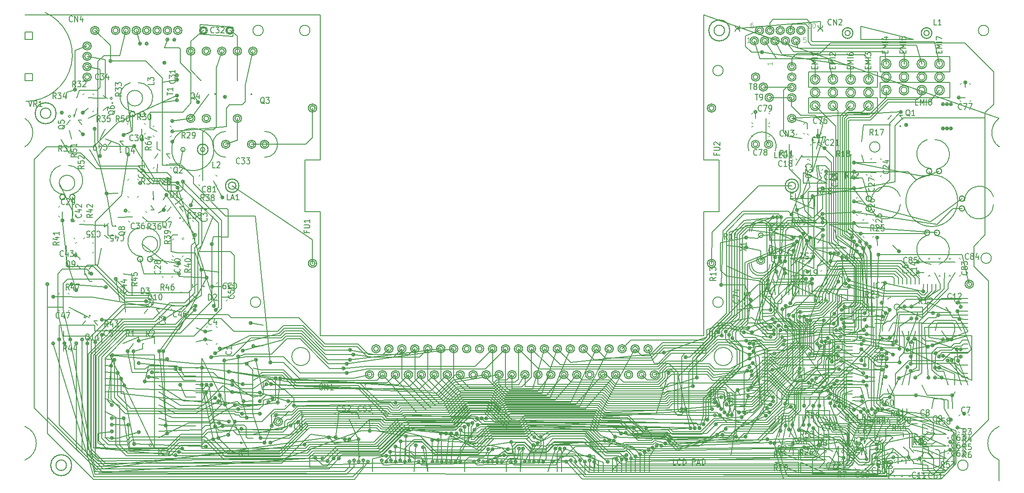
<source format=gbr>
%TF.GenerationSoftware,KiCad,Pcbnew,7.0.11-7.0.11~ubuntu22.04.1*%
%TF.CreationDate,2024-07-10T21:13:57-03:00*%
%TF.ProjectId,GG_LCD_DIY,47475f4c-4344-45f4-9449-592e6b696361,rev?*%
%TF.SameCoordinates,Original*%
%TF.FileFunction,Other,Comment*%
%FSLAX46Y46*%
G04 Gerber Fmt 4.6, Leading zero omitted, Abs format (unit mm)*
G04 Created by KiCad (PCBNEW 7.0.11-7.0.11~ubuntu22.04.1) date 2024-07-10 21:13:57*
%MOMM*%
%LPD*%
G01*
G04 APERTURE LIST*
%ADD10C,0.200000*%
%ADD11C,0.125000*%
%ADD12C,0.142875*%
%ADD13C,0.064998*%
%ADD14C,0.093751*%
G04 APERTURE END LIST*
D10*
X210492609Y-95586157D02*
G75*
G03*
X209883007Y-95586157I-304801J0D01*
G01*
X209883007Y-95586157D02*
G75*
G03*
X210492609Y-95586157I304801J0D01*
G01*
X232793853Y-107079680D02*
X227269342Y-110445187D01*
X189512929Y-102100254D02*
G75*
G03*
X187887325Y-102100254I-812802J0D01*
G01*
X187887325Y-102100254D02*
G75*
G03*
X189512929Y-102100254I812802J0D01*
G01*
X209599365Y-66558979D02*
G75*
G03*
X207799365Y-66558979I-900000J0D01*
G01*
X207799365Y-66558979D02*
G75*
G03*
X209599365Y-66558979I900000J0D01*
G01*
X182224892Y-131440869D02*
X181549251Y-130765227D01*
X156657201Y-138131242D02*
X158054204Y-136734239D01*
X64239624Y-75266116D02*
X64899517Y-74451029D01*
X85450699Y-110351207D02*
X79568047Y-109429185D01*
X200030328Y-134128194D02*
X202631293Y-131527229D01*
X63939014Y-89274244D02*
G75*
G03*
X62939014Y-89274244I-500000J0D01*
G01*
X62939014Y-89274244D02*
G75*
G03*
X63939014Y-89274244I500000J0D01*
G01*
X103875895Y-121240208D02*
G75*
G03*
X103266295Y-121240208I-304800J0D01*
G01*
X103266295Y-121240208D02*
G75*
G03*
X103875895Y-121240208I304800J0D01*
G01*
X69789027Y-102190170D02*
X69789027Y-94062154D01*
X190972670Y-135210236D02*
G75*
G03*
X190667868Y-135210236I-152401J0D01*
G01*
X190667868Y-135210236D02*
G75*
G03*
X190972670Y-135210236I152401J0D01*
G01*
X217541123Y-97237160D02*
X219268326Y-98888164D01*
X204485497Y-112271450D02*
X204739497Y-112525451D01*
X126093320Y-132078410D02*
X129308966Y-132078410D01*
X197967844Y-79098984D02*
G75*
G03*
X196393040Y-79098984I-787402J0D01*
G01*
X196393040Y-79098984D02*
G75*
G03*
X197967844Y-79098984I787402J0D01*
G01*
X81727051Y-79965126D02*
X82362052Y-80346126D01*
X80965050Y-112858192D02*
X75123038Y-112858192D01*
X235651359Y-121240208D02*
X235651359Y-120605207D01*
X92012802Y-74100000D02*
G75*
G03*
X90387198Y-74100000I-812802J0D01*
G01*
X90387198Y-74100000D02*
G75*
G03*
X92012802Y-74100000I812802J0D01*
G01*
X184013056Y-120224206D02*
G75*
G03*
X183403454Y-120224206I-304801J0D01*
G01*
X183403454Y-120224206D02*
G75*
G03*
X184013056Y-120224206I304801J0D01*
G01*
X233581255Y-130102286D02*
X233581255Y-128568123D01*
X75186030Y-78448997D02*
X74526137Y-78448997D01*
X136260960Y-136226238D02*
G75*
G03*
X135651360Y-136226238I-304800J0D01*
G01*
X135651360Y-136226238D02*
G75*
G03*
X136260960Y-136226238I304800J0D01*
G01*
X229800635Y-143349960D02*
G75*
G03*
X230000660Y-143149936I65J199960D01*
G01*
X219608399Y-69098984D02*
G75*
G03*
X218374533Y-69098984I-616933J0D01*
G01*
X218374533Y-69098984D02*
G75*
G03*
X219608399Y-69098984I616933J0D01*
G01*
X203012294Y-95723317D02*
X202885293Y-101682169D01*
X207635103Y-137750241D02*
G75*
G03*
X207025501Y-137750241I-304801J0D01*
G01*
X207025501Y-137750241D02*
G75*
G03*
X207635103Y-137750241I304801J0D01*
G01*
X110357988Y-132172390D02*
X124917297Y-132172390D01*
X194046076Y-126574219D02*
G75*
G03*
X193436474Y-126574219I-304801J0D01*
G01*
X193436474Y-126574219D02*
G75*
G03*
X194046076Y-126574219I304801J0D01*
G01*
X222570333Y-117176200D02*
X217490323Y-116414199D01*
X92903073Y-110064186D02*
X85664059Y-87458141D01*
X143912471Y-140163246D02*
G75*
G03*
X143607671Y-140163246I-152400J0D01*
G01*
X143607671Y-140163246D02*
G75*
G03*
X143912471Y-140163246I152400J0D01*
G01*
X133035154Y-136099238D02*
X135448158Y-138512243D01*
X193360274Y-126851049D02*
G75*
G03*
X193160249Y-127051156I26J-200051D01*
G01*
X210693320Y-83201092D02*
X211437465Y-83945288D01*
X140200508Y-140417247D02*
X140200508Y-137950902D01*
X187200762Y-82100127D02*
X187200762Y-54100229D01*
X88331064Y-98634163D02*
X88966066Y-97999162D01*
X115763119Y-139782245D02*
X117033122Y-138512243D01*
X191739751Y-129378385D02*
G75*
G03*
X191434951Y-129378385I-152400J0D01*
G01*
X191434951Y-129378385D02*
G75*
G03*
X191739751Y-129378385I152400J0D01*
G01*
X187200762Y-92100152D02*
X190200533Y-92100152D01*
X193792075Y-135591237D02*
G75*
G03*
X193182475Y-135591237I-304800J0D01*
G01*
X193182475Y-135591237D02*
G75*
G03*
X193792075Y-135591237I304800J0D01*
G01*
X78171044Y-116287198D02*
X75138303Y-117557201D01*
X208613005Y-139591745D02*
X210378308Y-135845237D01*
X225542139Y-72850318D02*
G75*
G03*
X224932537Y-72850318I-304801J0D01*
G01*
X224932537Y-72850318D02*
G75*
G03*
X225542139Y-72850318I304801J0D01*
G01*
X148389484Y-127658801D02*
X156842621Y-127658801D01*
X118303124Y-142830251D02*
X69662027Y-142830251D01*
X67701143Y-103848793D02*
X67701143Y-103008052D01*
X175099009Y-139185700D02*
X208425552Y-139185700D01*
X207736703Y-125786817D02*
X208092304Y-124669215D01*
X88077064Y-91522149D02*
X95189078Y-91522149D01*
X211013310Y-93808153D02*
X210124308Y-93427153D01*
X116017120Y-136861240D02*
X120589129Y-136099238D01*
X146700381Y-126274498D02*
X148755245Y-128329362D01*
X84449186Y-75759665D02*
G75*
G03*
X84249098Y-75559614I-200086J-35D01*
G01*
X154167996Y-126396419D02*
X156451461Y-118601143D01*
X192090272Y-111842189D02*
X192090272Y-96094158D01*
X231587351Y-139907264D02*
X231587351Y-141814249D01*
X209409195Y-125802794D02*
X207457303Y-125177216D01*
X213479655Y-123262052D02*
X210746050Y-123262052D01*
X206794361Y-114239954D02*
X206794361Y-117986462D01*
X198951524Y-101538913D02*
G75*
G03*
X197451524Y-101538913I-750000J0D01*
G01*
X197451524Y-101538913D02*
G75*
G03*
X198951524Y-101538913I750000J0D01*
G01*
X148512929Y-123600127D02*
G75*
G03*
X146887325Y-123600127I-812802J0D01*
G01*
X146887325Y-123600127D02*
G75*
G03*
X148512929Y-123600127I812802J0D01*
G01*
X213959716Y-112858192D02*
G75*
G03*
X213654914Y-112858192I-152401J0D01*
G01*
X213654914Y-112858192D02*
G75*
G03*
X213959716Y-112858192I152401J0D01*
G01*
X216093320Y-87585141D02*
X219024486Y-91494209D01*
X77586843Y-79457125D02*
G75*
G03*
X76977241Y-79457125I-304801J0D01*
G01*
X76977241Y-79457125D02*
G75*
G03*
X77586843Y-79457125I304801J0D01*
G01*
X71948031Y-137877242D02*
X70424028Y-136353239D01*
X182184252Y-123145212D02*
X180406248Y-121367209D01*
X181125070Y-135083236D02*
X186756261Y-135083236D01*
X210827889Y-84384709D02*
X226687681Y-84384709D01*
X159494387Y-121644069D02*
X178198984Y-121644069D01*
X219916866Y-66558979D02*
G75*
G03*
X218066066Y-66558979I-925400J0D01*
G01*
X218066066Y-66558979D02*
G75*
G03*
X219916866Y-66558979I925400J0D01*
G01*
X229484227Y-135464237D02*
X227650343Y-135591237D01*
X88966066Y-107778181D02*
X87061062Y-109683185D01*
X203925933Y-56612455D02*
G75*
G03*
X203925933Y-57587745I-33J-487645D01*
G01*
X211267310Y-128352223D02*
X211394310Y-128098222D01*
X168985116Y-140417247D02*
G75*
G03*
X168375514Y-140417247I-304801J0D01*
G01*
X168375514Y-140417247D02*
G75*
G03*
X168985116Y-140417247I304801J0D01*
G01*
X213406248Y-118270180D02*
G75*
G03*
X212796648Y-118270180I-304800J0D01*
G01*
X212796648Y-118270180D02*
G75*
G03*
X213406248Y-118270180I304800J0D01*
G01*
X100573889Y-118065202D02*
G75*
G03*
X99964287Y-118065202I-304801J0D01*
G01*
X99964287Y-118065202D02*
G75*
G03*
X100573889Y-118065202I304801J0D01*
G01*
X221300330Y-138118542D02*
X220761849Y-138654483D01*
X222595733Y-119462205D02*
G75*
G03*
X222290931Y-119462205I-152401J0D01*
G01*
X222290931Y-119462205D02*
G75*
G03*
X222595733Y-119462205I152401J0D01*
G01*
X141671171Y-128987224D02*
X146836017Y-128987224D01*
X236464161Y-109683185D02*
G75*
G03*
X235854559Y-109683185I-304801J0D01*
G01*
X235854559Y-109683185D02*
G75*
G03*
X236464161Y-109683185I304801J0D01*
G01*
X179895707Y-128773863D02*
X180708509Y-127961062D01*
X235778359Y-113112192D02*
X236921361Y-115144196D01*
X69662027Y-142830251D02*
X63820015Y-117557201D01*
X90637389Y-126299898D02*
X91252070Y-125558217D01*
X216880721Y-99777165D02*
G75*
G03*
X216575921Y-99777165I-152400J0D01*
G01*
X216575921Y-99777165D02*
G75*
G03*
X216880721Y-99777165I152400J0D01*
G01*
X224792837Y-130102261D02*
X224792837Y-131153848D01*
X217500330Y-56330074D02*
X227660351Y-58870079D01*
X222494133Y-143211252D02*
X203647295Y-143211252D01*
X69408026Y-137750241D02*
X85283058Y-139147244D01*
X219700127Y-141052248D02*
X217109322Y-141052248D01*
X171937897Y-118600203D02*
G75*
G03*
X170962535Y-118600203I-487681J0D01*
G01*
X170962535Y-118600203D02*
G75*
G03*
X171937897Y-118600203I487681J0D01*
G01*
X202763119Y-57100254D02*
G75*
G03*
X201137517Y-57100254I-812801J0D01*
G01*
X201137517Y-57100254D02*
G75*
G03*
X202763119Y-57100254I812801J0D01*
G01*
X194673965Y-131817551D02*
G75*
G03*
X194369165Y-131817551I-152400J0D01*
G01*
X194369165Y-131817551D02*
G75*
G03*
X194673965Y-131817551I152400J0D01*
G01*
X206650775Y-84561324D02*
G75*
G03*
X206450724Y-84761443I25J-200076D01*
G01*
X203606121Y-131559716D02*
X203647295Y-134194234D01*
X235651359Y-141052248D02*
X232984354Y-143719253D01*
X148950826Y-118601143D02*
X148950826Y-125880798D01*
X199763119Y-59100254D02*
G75*
G03*
X198137517Y-59100254I-812801J0D01*
G01*
X198137517Y-59100254D02*
G75*
G03*
X199763119Y-59100254I812801J0D01*
G01*
X187518263Y-118446203D02*
X189296266Y-116668199D01*
X196626467Y-123700203D02*
G75*
G03*
X196321667Y-123700203I-152400J0D01*
G01*
X196321667Y-123700203D02*
G75*
G03*
X196626467Y-123700203I152400J0D01*
G01*
X176013056Y-123601143D02*
G75*
G03*
X174387452Y-123601143I-812802J0D01*
G01*
X174387452Y-123601143D02*
G75*
G03*
X176013056Y-123601143I812802J0D01*
G01*
X241493371Y-96602159D02*
X239334366Y-98761163D01*
X220660962Y-138649987D02*
G75*
G03*
X220860935Y-138850038I199938J-113D01*
G01*
X230718694Y-116414199D02*
X233365354Y-116795199D01*
X118254864Y-136099238D02*
G75*
G03*
X117645264Y-136099238I-304800J0D01*
G01*
X117645264Y-136099238D02*
G75*
G03*
X118254864Y-136099238I304800J0D01*
G01*
X209243078Y-56227254D02*
G75*
G03*
X210157480Y-56227254I457201J0D01*
G01*
X85707239Y-130300406D02*
X82072492Y-128209982D01*
X98262484Y-131146228D02*
G75*
G03*
X97957684Y-131146228I-152400J0D01*
G01*
X97957684Y-131146228D02*
G75*
G03*
X98262484Y-131146228I152400J0D01*
G01*
X76700381Y-76736779D02*
X75250038Y-77298120D01*
X152847193Y-131908230D02*
X172489078Y-131908230D01*
X226393040Y-132289230D02*
X230449428Y-132599111D01*
X84648057Y-74600127D02*
X88200000Y-74100000D01*
X224698832Y-140800787D02*
X224698832Y-139243739D01*
X111200203Y-120100254D02*
G75*
G03*
X107700179Y-120100254I-1750012J0D01*
G01*
X107700179Y-120100254D02*
G75*
G03*
X111200203Y-120100254I1750012J0D01*
G01*
X202973076Y-59557325D02*
G75*
G03*
X202973076Y-58642875I24J457225D01*
G01*
X79949047Y-94062154D02*
X78950064Y-93100254D01*
X214655677Y-126023038D02*
X213520295Y-127158420D01*
X157574143Y-128070282D02*
X161450191Y-118601143D01*
X211013310Y-116414199D02*
X209428346Y-116414199D01*
X218125324Y-61804089D02*
X202377292Y-61804089D01*
X198491085Y-126739319D02*
X195778359Y-126576759D01*
X100437770Y-79100127D02*
G75*
G03*
X99462408Y-79100127I-487681J0D01*
G01*
X99462408Y-79100127D02*
G75*
G03*
X100437770Y-79100127I487681J0D01*
G01*
X91302870Y-116795199D02*
G75*
G03*
X90693270Y-116795199I-304800J0D01*
G01*
X90693270Y-116795199D02*
G75*
G03*
X91302870Y-116795199I304800J0D01*
G01*
X145100178Y-139147244D02*
X145608179Y-138004242D01*
X197551283Y-113620193D02*
X201869291Y-100920168D01*
X113985116Y-118827203D02*
X109794107Y-114636195D01*
X171516231Y-136988240D02*
X171803251Y-136701219D01*
X95407518Y-111969190D02*
X87315062Y-111969190D01*
X220195911Y-124107391D02*
X218633325Y-124034214D01*
X210769469Y-109419025D02*
X209324232Y-110864262D01*
X204950292Y-102101245D02*
X204536297Y-99650165D01*
X153702667Y-140417247D02*
G75*
G03*
X153397867Y-140417247I-152400J0D01*
G01*
X153397867Y-140417247D02*
G75*
G03*
X153702667Y-140417247I152400J0D01*
G01*
X223345872Y-66099238D02*
G75*
G03*
X221495072Y-66099238I-925400J0D01*
G01*
X221495072Y-66099238D02*
G75*
G03*
X223345872Y-66099238I925400J0D01*
G01*
X215899721Y-111722327D02*
X218252324Y-111715189D01*
X199456287Y-105365177D02*
X198973686Y-105847777D01*
X64201016Y-69044831D02*
X65852019Y-68535103D01*
X76187732Y-57100127D02*
G75*
G03*
X75212370Y-57100127I-487681J0D01*
G01*
X75212370Y-57100127D02*
G75*
G03*
X76187732Y-57100127I487681J0D01*
G01*
X165318618Y-140163246D02*
G75*
G03*
X165013818Y-140163246I-152400J0D01*
G01*
X165013818Y-140163246D02*
G75*
G03*
X165318618Y-140163246I152400J0D01*
G01*
X217896723Y-128733223D02*
G75*
G03*
X217591923Y-128733223I-152400J0D01*
G01*
X217591923Y-128733223D02*
G75*
G03*
X217896723Y-128733223I152400J0D01*
G01*
X139951588Y-126769799D02*
X137066142Y-129655245D01*
X165125527Y-133678613D02*
X144109601Y-133678613D01*
X91277470Y-127082220D02*
G75*
G03*
X90972670Y-127082220I-152400J0D01*
G01*
X90972670Y-127082220D02*
G75*
G03*
X91277470Y-127082220I152400J0D01*
G01*
X207482703Y-137750241D02*
G75*
G03*
X207177901Y-137750241I-152401J0D01*
G01*
X207177901Y-137750241D02*
G75*
G03*
X207482703Y-137750241I152401J0D01*
G01*
X105786030Y-140671247D02*
X111374041Y-135083236D01*
X188788265Y-130257226D02*
X188534265Y-130257226D01*
X208473305Y-113747193D02*
X208473305Y-119995631D01*
X97475083Y-131400229D02*
X97856083Y-131781229D01*
X179390246Y-135591237D02*
X182057252Y-138258242D01*
X203378054Y-114631115D02*
X203378054Y-117816281D01*
X205013056Y-68100000D02*
G75*
G03*
X203387452Y-68100000I-812802J0D01*
G01*
X203387452Y-68100000D02*
G75*
G03*
X205013056Y-68100000I812802J0D01*
G01*
X217769723Y-120815519D02*
G75*
G03*
X217464923Y-120815519I-152400J0D01*
G01*
X217464923Y-120815519D02*
G75*
G03*
X217769723Y-120815519I152400J0D01*
G01*
X212029312Y-134722555D02*
X210109068Y-131560249D01*
X76030481Y-89150368D02*
G75*
G03*
X76230505Y-89350419I200019J-32D01*
G01*
X219790043Y-97099969D02*
G75*
G03*
X219990069Y-96899924I57J199969D01*
G01*
X176690246Y-139434239D02*
X178126848Y-137329108D01*
X174173330Y-139418517D02*
G75*
G03*
X173868530Y-139418517I-152400J0D01*
G01*
X173868530Y-139418517D02*
G75*
G03*
X174173330Y-139418517I152400J0D01*
G01*
X216485319Y-71638989D02*
G75*
G03*
X214634519Y-71638989I-925400J0D01*
G01*
X214634519Y-71638989D02*
G75*
G03*
X216485319Y-71638989I925400J0D01*
G01*
X159437871Y-118600203D02*
G75*
G03*
X158462511Y-118600203I-487680J0D01*
G01*
X158462511Y-118600203D02*
G75*
G03*
X159437871Y-118600203I487680J0D01*
G01*
X80711049Y-123145212D02*
X92522073Y-123145212D01*
X230202896Y-58100505D02*
G75*
G03*
X230202896Y-57099695I4J500405D01*
G01*
X226466413Y-66099238D02*
G75*
G03*
X225232545Y-66099238I-616934J0D01*
G01*
X225232545Y-66099238D02*
G75*
G03*
X226466413Y-66099238I616934J0D01*
G01*
X213045314Y-113874194D02*
X212367132Y-114552375D01*
X216220320Y-102594031D02*
X216220320Y-109485065D01*
X70693269Y-68100762D02*
X70678029Y-64598095D01*
X213056312Y-71638989D02*
G75*
G03*
X211205512Y-71638989I-925400J0D01*
G01*
X211205512Y-71638989D02*
G75*
G03*
X213056312Y-71638989I925400J0D01*
G01*
X230857988Y-96175438D02*
G75*
G03*
X229756388Y-96175438I-550800J0D01*
G01*
X229756388Y-96175438D02*
G75*
G03*
X230857988Y-96175438I550800J0D01*
G01*
X97652883Y-130257226D02*
G75*
G03*
X97043281Y-130257226I-304801J0D01*
G01*
X97043281Y-130257226D02*
G75*
G03*
X97652883Y-130257226I304801J0D01*
G01*
X203973076Y-57557325D02*
G75*
G03*
X203973076Y-56642875I24J457225D01*
G01*
X74030836Y-105111176D02*
G75*
G03*
X73421234Y-105111176I-304801J0D01*
G01*
X73421234Y-105111176D02*
G75*
G03*
X74030836Y-105111176I304801J0D01*
G01*
X150357988Y-136607239D02*
G75*
G03*
X149748388Y-136607239I-304800J0D01*
G01*
X149748388Y-136607239D02*
G75*
G03*
X150357988Y-136607239I304800J0D01*
G01*
X69289662Y-72850488D02*
G75*
G03*
X69489688Y-72650495I-62J200088D01*
G01*
X85918059Y-104100254D02*
X79192126Y-104100254D01*
X88331064Y-107143180D02*
X88331064Y-98634163D01*
X72456033Y-136480239D02*
X75758039Y-136480239D01*
X165669139Y-141666904D02*
X215144653Y-141666904D01*
X163157404Y-123600229D02*
G75*
G03*
X162243002Y-123600229I-457201J0D01*
G01*
X162243002Y-123600229D02*
G75*
G03*
X163157404Y-123600229I457201J0D01*
G01*
X166200229Y-139300254D02*
X166200229Y-141600254D01*
X215900279Y-116269418D02*
X214617577Y-116269418D01*
X215184252Y-101662103D02*
X216474321Y-102952172D01*
X150962256Y-123600127D02*
G75*
G03*
X149438252Y-123600127I-762002J0D01*
G01*
X149438252Y-123600127D02*
G75*
G03*
X150962256Y-123600127I762002J0D01*
G01*
X108524105Y-125685217D02*
X120589129Y-125685217D01*
X230449428Y-138771323D02*
X227650343Y-138131242D01*
X228844145Y-101809169D02*
G75*
G03*
X228234545Y-101809169I-304800J0D01*
G01*
X228234545Y-101809169D02*
G75*
G03*
X228844145Y-101809169I304800J0D01*
G01*
X200396088Y-111080188D02*
G75*
G03*
X199786488Y-111080188I-304800J0D01*
G01*
X199786488Y-111080188D02*
G75*
G03*
X200396088Y-111080188I304800J0D01*
G01*
X200927457Y-58642923D02*
G75*
G03*
X200927457Y-59557277I43J-457177D01*
G01*
X208397104Y-106000178D02*
G75*
G03*
X207787504Y-106000178I-304800J0D01*
G01*
X207787504Y-106000178D02*
G75*
G03*
X208397104Y-106000178I304800J0D01*
G01*
X128935077Y-140163246D02*
G75*
G03*
X128325477Y-140163246I-304800J0D01*
G01*
X128325477Y-140163246D02*
G75*
G03*
X128935077Y-140163246I304800J0D01*
G01*
X202934315Y-117011608D02*
G75*
G03*
X202629515Y-117011608I-152400J0D01*
G01*
X202629515Y-117011608D02*
G75*
G03*
X202934315Y-117011608I152400J0D01*
G01*
X209096876Y-122247574D02*
X207826873Y-122215824D01*
X180200508Y-126734239D02*
X187802743Y-126734239D01*
X112359512Y-139655245D02*
G75*
G03*
X112054712Y-139655245I-152400J0D01*
G01*
X112054712Y-139655245D02*
G75*
G03*
X112359512Y-139655245I152400J0D01*
G01*
X206450698Y-86441377D02*
G75*
G03*
X206650775Y-86641402I200102J77D01*
G01*
X84394056Y-87966142D02*
X90363068Y-93935154D01*
X182946253Y-120097206D02*
X183581255Y-119462205D01*
X153949555Y-118601143D02*
X153949555Y-124074854D01*
X151450191Y-118601143D02*
X151450191Y-124415215D01*
X231198349Y-84283134D02*
G75*
G03*
X230198349Y-84283134I-500000J0D01*
G01*
X230198349Y-84283134D02*
G75*
G03*
X231198349Y-84283134I500000J0D01*
G01*
X216487021Y-94316154D02*
G75*
G03*
X215877419Y-94316154I-304801J0D01*
G01*
X215877419Y-94316154D02*
G75*
G03*
X216487021Y-94316154I304801J0D01*
G01*
X183581255Y-119462205D02*
X185359258Y-119462205D01*
X202301092Y-115017196D02*
G75*
G03*
X201691492Y-115017196I-304800J0D01*
G01*
X201691492Y-115017196D02*
G75*
G03*
X202301092Y-115017196I304800J0D01*
G01*
X98110084Y-71456109D02*
X95697079Y-71456109D01*
X93690475Y-135845237D02*
G75*
G03*
X93385675Y-135845237I-152400J0D01*
G01*
X93385675Y-135845237D02*
G75*
G03*
X93690475Y-135845237I152400J0D01*
G01*
X106365100Y-132670231D02*
X106766421Y-132268910D01*
X167212192Y-118600127D02*
G75*
G03*
X165688190Y-118600127I-762001J0D01*
G01*
X165688190Y-118600127D02*
G75*
G03*
X167212192Y-118600127I762001J0D01*
G01*
X211648311Y-59518085D02*
X237556363Y-59518085D01*
X235651359Y-125558217D02*
X235651359Y-123399213D01*
X223078334Y-127971222D02*
X224856337Y-124288214D01*
X145760579Y-138004242D02*
G75*
G03*
X145455779Y-138004242I-152400J0D01*
G01*
X145455779Y-138004242D02*
G75*
G03*
X145760579Y-138004242I152400J0D01*
G01*
X211486309Y-132616231D02*
X206914300Y-130584227D01*
X81239878Y-81765989D02*
X81899771Y-80950902D01*
X190871069Y-106254178D02*
G75*
G03*
X190261469Y-106254178I-304800J0D01*
G01*
X190261469Y-106254178D02*
G75*
G03*
X190871069Y-106254178I304800J0D01*
G01*
X223037406Y-68639243D02*
G75*
G03*
X221803538Y-68639243I-616934J0D01*
G01*
X221803538Y-68639243D02*
G75*
G03*
X223037406Y-68639243I616934J0D01*
G01*
X116779121Y-139782245D02*
X116779121Y-139655245D01*
X233139268Y-119307239D02*
X232603353Y-120097206D01*
X103342494Y-128893244D02*
G75*
G03*
X103037694Y-128893244I-152400J0D01*
G01*
X103037694Y-128893244D02*
G75*
G03*
X103342494Y-128893244I152400J0D01*
G01*
X208054229Y-119259487D02*
X207778613Y-113134290D01*
X73791821Y-94905182D02*
G75*
G03*
X73537821Y-94905182I-127000J0D01*
G01*
X73537821Y-94905182D02*
G75*
G03*
X73791821Y-94905182I127000J0D01*
G01*
X244201067Y-144100254D02*
X244200381Y-144100254D01*
X190987910Y-128959284D02*
X190987910Y-129843205D01*
X204561697Y-136988240D02*
G75*
G03*
X204256895Y-136988240I-152401J0D01*
G01*
X204256895Y-136988240D02*
G75*
G03*
X204561697Y-136988240I152401J0D01*
G01*
X157110338Y-142348920D02*
X158562205Y-137877242D01*
X196967082Y-121367209D02*
G75*
G03*
X196357480Y-121367209I-304801J0D01*
G01*
X196357480Y-121367209D02*
G75*
G03*
X196967082Y-121367209I304801J0D01*
G01*
X71313030Y-79457125D02*
X70297028Y-78441123D01*
X75377038Y-113874194D02*
X69408026Y-119843205D01*
X213045314Y-112096190D02*
X211521311Y-113620193D01*
X214986309Y-107084176D02*
X214986309Y-109116180D01*
X210429108Y-94189154D02*
G75*
G03*
X209819508Y-94189154I-304800J0D01*
G01*
X209819508Y-94189154D02*
G75*
G03*
X210429108Y-94189154I304800J0D01*
G01*
X234700356Y-65100102D02*
X234700356Y-62100102D01*
X199593447Y-133295072D02*
X202377292Y-130511227D01*
X168125298Y-130869342D02*
X182946253Y-130257226D01*
X220350368Y-121875210D02*
X222443332Y-122002210D01*
X211445110Y-116541199D02*
G75*
G03*
X210835510Y-116541199I-304800J0D01*
G01*
X210835510Y-116541199D02*
G75*
G03*
X211445110Y-116541199I304800J0D01*
G01*
X148910185Y-132035230D02*
X149923647Y-131021768D01*
X132699924Y-123599873D02*
X130365659Y-125936678D01*
X216660454Y-92650495D02*
G75*
G03*
X216860427Y-92850546I199946J-105D01*
G01*
X69662027Y-78695123D02*
X71948031Y-88601143D01*
X98389484Y-125431217D02*
G75*
G03*
X98084684Y-125431217I-152400J0D01*
G01*
X98084684Y-125431217D02*
G75*
G03*
X98389484Y-125431217I152400J0D01*
G01*
X218041504Y-75349936D02*
X217701143Y-78601143D01*
X178313233Y-125062916D02*
X179263246Y-124112979D01*
X139512167Y-125939218D02*
X136614021Y-128837363D01*
X206763119Y-57100254D02*
G75*
G03*
X205137517Y-57100254I-812801J0D01*
G01*
X205137517Y-57100254D02*
G75*
G03*
X206763119Y-57100254I812801J0D01*
G01*
X195183998Y-114811455D02*
X196512421Y-115421057D01*
X123462129Y-123600127D02*
G75*
G03*
X121938125Y-123600127I-762002J0D01*
G01*
X121938125Y-123600127D02*
G75*
G03*
X123462129Y-123600127I762002J0D01*
G01*
X144980747Y-135456617D02*
X135956160Y-136226238D01*
X171681839Y-139962840D02*
G75*
G03*
X171072237Y-139962840I-304801J0D01*
G01*
X171072237Y-139962840D02*
G75*
G03*
X171681839Y-139962840I304801J0D01*
G01*
X95722479Y-132670231D02*
G75*
G03*
X95417679Y-132670231I-152400J0D01*
G01*
X95417679Y-132670231D02*
G75*
G03*
X95722479Y-132670231I152400J0D01*
G01*
X218938125Y-124034214D02*
G75*
G03*
X218328525Y-124034214I-304800J0D01*
G01*
X218328525Y-124034214D02*
G75*
G03*
X218938125Y-124034214I304800J0D01*
G01*
X148187833Y-123600229D02*
G75*
G03*
X147212471Y-123600229I-487681J0D01*
G01*
X147212471Y-123600229D02*
G75*
G03*
X148187833Y-123600229I487681J0D01*
G01*
X123290119Y-142348920D02*
X123290119Y-139875210D01*
X128590145Y-132924232D02*
X141153010Y-132924232D01*
X202275692Y-93173152D02*
G75*
G03*
X201970892Y-93173152I-152400J0D01*
G01*
X201970892Y-93173152D02*
G75*
G03*
X202275692Y-93173152I152400J0D01*
G01*
X225072746Y-110518339D02*
G75*
G03*
X223904344Y-110518339I-584201J0D01*
G01*
X223904344Y-110518339D02*
G75*
G03*
X225072746Y-110518339I584201J0D01*
G01*
X236286360Y-120906960D02*
X238191415Y-125558115D01*
X231200000Y-57600127D02*
G75*
G03*
X229201016Y-57600127I-999492J0D01*
G01*
X229201016Y-57600127D02*
G75*
G03*
X231200000Y-57600127I999492J0D01*
G01*
X94173076Y-93808153D02*
X94173076Y-110826187D01*
X146509881Y-135578537D02*
X152986894Y-135578537D01*
X198501295Y-125388062D02*
X193741275Y-126574219D01*
X149570587Y-138004242D02*
G75*
G03*
X149265785Y-138004242I-152401J0D01*
G01*
X149265785Y-138004242D02*
G75*
G03*
X149570587Y-138004242I152401J0D01*
G01*
X230450419Y-136430201D02*
X231587351Y-135293269D01*
X102580493Y-136734239D02*
G75*
G03*
X102275691Y-136734239I-152401J0D01*
G01*
X102275691Y-136734239D02*
G75*
G03*
X102580493Y-136734239I152401J0D01*
G01*
X209599365Y-69098984D02*
G75*
G03*
X207799365Y-69098984I-900000J0D01*
G01*
X207799365Y-69098984D02*
G75*
G03*
X209599365Y-69098984I900000J0D01*
G01*
X218760325Y-128606223D02*
X216174600Y-130384227D01*
X186172060Y-124161214D02*
G75*
G03*
X185562458Y-124161214I-304801J0D01*
G01*
X185562458Y-124161214D02*
G75*
G03*
X186172060Y-124161214I304801J0D01*
G01*
X83784455Y-134956236D02*
G75*
G03*
X83479655Y-134956236I-152400J0D01*
G01*
X83479655Y-134956236D02*
G75*
G03*
X83784455Y-134956236I152400J0D01*
G01*
X233986360Y-142116231D02*
X229414351Y-142116231D01*
X150142596Y-140417247D02*
G75*
G03*
X149837796Y-140417247I-152400J0D01*
G01*
X149837796Y-140417247D02*
G75*
G03*
X150142596Y-140417247I152400J0D01*
G01*
X172583033Y-139147244D02*
G75*
G03*
X171973431Y-139147244I-304801J0D01*
G01*
X171973431Y-139147244D02*
G75*
G03*
X172583033Y-139147244I304801J0D01*
G01*
X180563729Y-130447727D02*
X189931267Y-129622225D01*
X220195403Y-110518847D02*
X218960986Y-110518847D01*
X137835001Y-140417247D02*
G75*
G03*
X137225401Y-140417247I-304800J0D01*
G01*
X137225401Y-140417247D02*
G75*
G03*
X137835001Y-140417247I304800J0D01*
G01*
X222824333Y-70948108D02*
X230698349Y-70948108D01*
X101081890Y-120732207D02*
G75*
G03*
X100472288Y-120732207I-304801J0D01*
G01*
X100472288Y-120732207D02*
G75*
G03*
X101081890Y-120732207I304801J0D01*
G01*
X92306172Y-109391085D02*
X86172060Y-115525197D01*
X200609703Y-122665913D02*
G75*
G03*
X200304903Y-122665913I-152400J0D01*
G01*
X200304903Y-122665913D02*
G75*
G03*
X200609703Y-122665913I152400J0D01*
G01*
X216220320Y-120097206D02*
X213101194Y-118270942D01*
X197927432Y-56642923D02*
G75*
G03*
X197927432Y-57557277I-32J-457177D01*
G01*
X205699619Y-136099238D02*
X205699619Y-136586919D01*
X222570333Y-113239192D02*
X223205334Y-113239192D01*
X217837541Y-100440361D02*
G75*
G03*
X217227941Y-100440361I-304800J0D01*
G01*
X217227941Y-100440361D02*
G75*
G03*
X217837541Y-100440361I304800J0D01*
G01*
X227180442Y-105022276D02*
X224729337Y-102571171D01*
X89148997Y-129500305D02*
X90611989Y-129500305D01*
X141937846Y-118600203D02*
G75*
G03*
X140962484Y-118600203I-487681J0D01*
G01*
X140962484Y-118600203D02*
G75*
G03*
X141937846Y-118600203I487681J0D01*
G01*
X165657404Y-123600229D02*
G75*
G03*
X164743002Y-123600229I-457201J0D01*
G01*
X164743002Y-123600229D02*
G75*
G03*
X165657404Y-123600229I457201J0D01*
G01*
X220030328Y-129495225D02*
X220030328Y-120732207D01*
X190871069Y-130257226D02*
G75*
G03*
X190261469Y-130257226I-304800J0D01*
G01*
X190261469Y-130257226D02*
G75*
G03*
X190871069Y-130257226I304800J0D01*
G01*
X110406248Y-79098984D02*
X99949047Y-79098984D01*
X176907442Y-118600203D02*
G75*
G03*
X175993040Y-118600203I-457201J0D01*
G01*
X175993040Y-118600203D02*
G75*
G03*
X176907442Y-118600203I457201J0D01*
G01*
X174904597Y-138991288D02*
X173427356Y-137514046D01*
X141188570Y-133686233D02*
G75*
G03*
X140883770Y-133686233I-152400J0D01*
G01*
X140883770Y-133686233D02*
G75*
G03*
X141188570Y-133686233I152400J0D01*
G01*
X204028296Y-105873178D02*
X200853289Y-109048184D01*
X195751943Y-122844475D02*
G75*
G03*
X195447143Y-122844475I-152400J0D01*
G01*
X195447143Y-122844475D02*
G75*
G03*
X195751943Y-122844475I152400J0D01*
G01*
X204028296Y-101174168D02*
X205171298Y-97872162D01*
X119725527Y-119716205D02*
G75*
G03*
X119420727Y-119716205I-152400J0D01*
G01*
X119420727Y-119716205D02*
G75*
G03*
X119725527Y-119716205I152400J0D01*
G01*
X222748133Y-119462205D02*
G75*
G03*
X222138531Y-119462205I-304801J0D01*
G01*
X222138531Y-119462205D02*
G75*
G03*
X222748133Y-119462205I304801J0D01*
G01*
X213934315Y-111842189D02*
X213172314Y-112604191D01*
X190363068Y-115398197D02*
G75*
G03*
X189753468Y-115398197I-304800J0D01*
G01*
X189753468Y-115398197D02*
G75*
G03*
X190363068Y-115398197I304800J0D01*
G01*
X223383134Y-116541199D02*
G75*
G03*
X222773534Y-116541199I-304800J0D01*
G01*
X222773534Y-116541199D02*
G75*
G03*
X223383134Y-116541199I304800J0D01*
G01*
X225499764Y-140249962D02*
G75*
G03*
X225299746Y-140049936I-200064J-38D01*
G01*
X223865735Y-117811201D02*
G75*
G03*
X223560935Y-117811201I-152400J0D01*
G01*
X223560935Y-117811201D02*
G75*
G03*
X223865735Y-117811201I152400J0D01*
G01*
X189369926Y-131440869D02*
X182224892Y-131440869D01*
X86172060Y-82886132D02*
X86700381Y-80099746D01*
X89148997Y-123899594D02*
X86926365Y-123899594D01*
X234394056Y-106099238D02*
X234394056Y-107003480D01*
X202951334Y-59098984D02*
X204536297Y-61169088D01*
X154155296Y-135045136D02*
X164239116Y-135045136D01*
X100142088Y-131019228D02*
X101666091Y-135845237D01*
X76901041Y-104349174D02*
X75199238Y-104100254D01*
X189804267Y-114128194D02*
X192217272Y-114128194D01*
X76512929Y-57100000D02*
G75*
G03*
X74887325Y-57100000I-812802J0D01*
G01*
X74887325Y-57100000D02*
G75*
G03*
X76512929Y-57100000I812802J0D01*
G01*
X84394056Y-85299136D02*
X84394056Y-87966142D01*
X81184049Y-137862230D02*
X81184049Y-119828194D01*
X198501245Y-112383211D02*
X199677267Y-112383211D01*
X224838557Y-131943790D02*
X219176886Y-131943790D01*
X151450191Y-125558217D02*
X152699873Y-123599873D01*
X195544679Y-117049200D02*
G75*
G03*
X195239877Y-117049200I-152401J0D01*
G01*
X195239877Y-117049200D02*
G75*
G03*
X195544679Y-117049200I152401J0D01*
G01*
X198059284Y-62566091D02*
X196949301Y-59098984D01*
X230449428Y-141100508D02*
X230449428Y-141946330D01*
X167843383Y-127105080D02*
X169090526Y-128352223D01*
X125366878Y-131351969D02*
X126093320Y-132078410D01*
X63591415Y-93808153D02*
G75*
G03*
X63286613Y-93808153I-152401J0D01*
G01*
X63286613Y-93808153D02*
G75*
G03*
X63591415Y-93808153I152401J0D01*
G01*
X196650775Y-75559624D02*
G75*
G03*
X196450724Y-75759665I-75J-199976D01*
G01*
X208083414Y-113134290D02*
G75*
G03*
X207473812Y-113134290I-304801J0D01*
G01*
X207473812Y-113134290D02*
G75*
G03*
X208083414Y-113134290I304801J0D01*
G01*
X207330302Y-56343078D02*
X207330302Y-59264084D01*
X70982830Y-81362129D02*
G75*
G03*
X70373228Y-81362129I-304801J0D01*
G01*
X70373228Y-81362129D02*
G75*
G03*
X70982830Y-81362129I304801J0D01*
G01*
X73624435Y-120732207D02*
G75*
G03*
X73319635Y-120732207I-152400J0D01*
G01*
X73319635Y-120732207D02*
G75*
G03*
X73624435Y-120732207I152400J0D01*
G01*
X209235306Y-132543231D02*
X209489307Y-129622225D01*
X227294742Y-120097206D02*
G75*
G03*
X226989942Y-120097206I-152400J0D01*
G01*
X226989942Y-120097206D02*
G75*
G03*
X227294742Y-120097206I152400J0D01*
G01*
X235041758Y-132289230D02*
G75*
G03*
X234736956Y-132289230I-152401J0D01*
G01*
X234736956Y-132289230D02*
G75*
G03*
X235041758Y-132289230I152401J0D01*
G01*
X223078334Y-85934138D02*
X220792329Y-88220142D01*
X131257150Y-136099238D02*
X133035154Y-136099238D01*
X203215494Y-129215824D02*
G75*
G03*
X202605892Y-129215824I-304801J0D01*
G01*
X202605892Y-129215824D02*
G75*
G03*
X203215494Y-129215824I304801J0D01*
G01*
X215204318Y-73869114D02*
X214744552Y-74328880D01*
X136907341Y-118600203D02*
G75*
G03*
X135992939Y-118600203I-457201J0D01*
G01*
X135992939Y-118600203D02*
G75*
G03*
X136907341Y-118600203I457201J0D01*
G01*
X195646279Y-102190170D02*
X204536297Y-98507163D01*
X149407366Y-118600203D02*
G75*
G03*
X148492964Y-118600203I-457201J0D01*
G01*
X148492964Y-118600203D02*
G75*
G03*
X149407366Y-118600203I457201J0D01*
G01*
X94173076Y-129368225D02*
X93792075Y-127590221D01*
X204841097Y-99650165D02*
G75*
G03*
X204231497Y-99650165I-304800J0D01*
G01*
X204231497Y-99650165D02*
G75*
G03*
X204841097Y-99650165I304800J0D01*
G01*
X91687757Y-61100025D02*
G75*
G03*
X90712395Y-61100025I-487681J0D01*
G01*
X90712395Y-61100025D02*
G75*
G03*
X91687757Y-61100025I487681J0D01*
G01*
X215900279Y-129274244D02*
X215303378Y-129274244D01*
X191455271Y-115271196D02*
X194122276Y-112604191D01*
X168745110Y-134217120D02*
X153713386Y-134217120D01*
X136937821Y-118600203D02*
G75*
G03*
X135962459Y-118600203I-487681J0D01*
G01*
X135962459Y-118600203D02*
G75*
G03*
X136937821Y-118600203I487681J0D01*
G01*
X222316332Y-118446203D02*
X217663094Y-117684201D01*
X166937897Y-118600203D02*
G75*
G03*
X165962535Y-118600203I-487681J0D01*
G01*
X165962535Y-118600203D02*
G75*
G03*
X166937897Y-118600203I487681J0D01*
G01*
X207020422Y-113035992D02*
X207020422Y-113284912D01*
X204200254Y-74100000D02*
X225237338Y-72850419D01*
X98701905Y-70864288D02*
X98110084Y-71456109D01*
X138950826Y-118601143D02*
X138950826Y-124445695D01*
X143084176Y-134274244D02*
G75*
G03*
X142779374Y-134274244I-152401J0D01*
G01*
X142779374Y-134274244D02*
G75*
G03*
X143084176Y-134274244I152401J0D01*
G01*
X218092329Y-82599136D02*
X216182220Y-82632131D01*
X217617323Y-111207188D02*
X218313335Y-110511227D01*
X182285852Y-137851842D02*
X189804267Y-135210236D01*
X219608399Y-71638989D02*
G75*
G03*
X218374533Y-71638989I-616933J0D01*
G01*
X218374533Y-71638989D02*
G75*
G03*
X219608399Y-71638989I616933J0D01*
G01*
X72964034Y-129480213D02*
X72202032Y-128718212D01*
X204974593Y-59587817D02*
G75*
G03*
X204974593Y-58612383I7J487717D01*
G01*
X208219304Y-126193218D02*
X208854305Y-124288214D01*
X200396088Y-136734239D02*
G75*
G03*
X199786488Y-136734239I-304800J0D01*
G01*
X199786488Y-136734239D02*
G75*
G03*
X200396088Y-136734239I304800J0D01*
G01*
X199761087Y-130130226D02*
G75*
G03*
X199151487Y-130130226I-304800J0D01*
G01*
X199151487Y-130130226D02*
G75*
G03*
X199761087Y-130130226I304800J0D01*
G01*
X102047092Y-126447219D02*
X100777089Y-120732207D01*
X215331318Y-74377115D02*
X219395326Y-74377115D01*
X94604877Y-89363145D02*
G75*
G03*
X93995275Y-89363145I-304801J0D01*
G01*
X93995275Y-89363145D02*
G75*
G03*
X94604877Y-89363145I304801J0D01*
G01*
X63566015Y-106000178D02*
X63566015Y-110953188D01*
X95874879Y-123018212D02*
G75*
G03*
X95265279Y-123018212I-304800J0D01*
G01*
X95265279Y-123018212D02*
G75*
G03*
X95874879Y-123018212I304800J0D01*
G01*
X220411328Y-139655245D02*
X221808331Y-138258242D01*
X214035890Y-109325070D02*
X211658369Y-111702540D01*
X75504039Y-114382195D02*
X69916027Y-119970206D01*
X204657480Y-66100102D02*
G75*
G03*
X203743078Y-66100102I-457201J0D01*
G01*
X203743078Y-66100102D02*
G75*
G03*
X204657480Y-66100102I457201J0D01*
G01*
X218785725Y-114255194D02*
G75*
G03*
X218480925Y-114255194I-152400J0D01*
G01*
X218480925Y-114255194D02*
G75*
G03*
X218785725Y-114255194I152400J0D01*
G01*
X112187783Y-102100305D02*
G75*
G03*
X111212421Y-102100305I-487681J0D01*
G01*
X111212421Y-102100305D02*
G75*
G03*
X112187783Y-102100305I487681J0D01*
G01*
X112512929Y-72100254D02*
G75*
G03*
X110887325Y-72100254I-812802J0D01*
G01*
X110887325Y-72100254D02*
G75*
G03*
X112512929Y-72100254I812802J0D01*
G01*
X172588164Y-133742113D02*
X173383160Y-134537160D01*
X232476353Y-131781229D02*
X235651359Y-134956236D01*
X126227940Y-139274244D02*
G75*
G03*
X125618338Y-139274244I-304801J0D01*
G01*
X125618338Y-139274244D02*
G75*
G03*
X126227940Y-139274244I304801J0D01*
G01*
X214353416Y-130168326D02*
X217388722Y-133203632D01*
X148157353Y-123600229D02*
G75*
G03*
X147242951Y-123600229I-457201J0D01*
G01*
X147242951Y-123600229D02*
G75*
G03*
X148157353Y-123600229I457201J0D01*
G01*
X236286360Y-120906960D02*
X236032360Y-118700203D01*
X160657404Y-123600229D02*
G75*
G03*
X159743002Y-123600229I-457201J0D01*
G01*
X159743002Y-123600229D02*
G75*
G03*
X160657404Y-123600229I457201J0D01*
G01*
X83505055Y-88855144D02*
X88999086Y-96599619D01*
X212747845Y-69098984D02*
G75*
G03*
X211513979Y-69098984I-616933J0D01*
G01*
X211513979Y-69098984D02*
G75*
G03*
X212747845Y-69098984I616933J0D01*
G01*
X152910693Y-135987478D02*
X145211938Y-135987478D01*
X200904089Y-127971222D02*
G75*
G03*
X200294489Y-127971222I-304800J0D01*
G01*
X200294489Y-127971222D02*
G75*
G03*
X200904089Y-127971222I304800J0D01*
G01*
X203568555Y-126622479D02*
X209804267Y-126622479D01*
X108397104Y-126193218D02*
X105857099Y-123653213D01*
X215283058Y-101080188D02*
X215839319Y-96983160D01*
X89601067Y-108032182D02*
X87315062Y-110318186D01*
X205171298Y-61550089D02*
X209616307Y-61550089D01*
X118455525Y-123272212D02*
G75*
G03*
X118150723Y-123272212I-152401J0D01*
G01*
X118150723Y-123272212D02*
G75*
G03*
X118455525Y-123272212I152401J0D01*
G01*
X216660343Y-88149606D02*
G75*
G03*
X216860427Y-88349657I200057J6D01*
G01*
X132189332Y-140417247D02*
X132189332Y-140460427D01*
X129733147Y-139020244D02*
X130241148Y-139528245D01*
X231460351Y-142957252D02*
X233746355Y-142957252D01*
X198501245Y-123432233D02*
X199743307Y-123432233D01*
X180708509Y-127961062D02*
X188331064Y-127961062D01*
X217218542Y-121476429D02*
X218252324Y-121748209D01*
X92801473Y-110318186D02*
G75*
G03*
X92496673Y-110318186I-152400J0D01*
G01*
X92496673Y-110318186D02*
G75*
G03*
X92801473Y-110318186I152400J0D01*
G01*
X221046330Y-136353239D02*
X220157328Y-136353239D01*
X102200000Y-57100000D02*
G75*
G03*
X100200000Y-57100000I-1000000J0D01*
G01*
X100200000Y-57100000D02*
G75*
G03*
X102200000Y-57100000I1000000J0D01*
G01*
X104129896Y-133501067D02*
G75*
G03*
X103520294Y-133501067I-304801J0D01*
G01*
X103520294Y-133501067D02*
G75*
G03*
X104129896Y-133501067I304801J0D01*
G01*
X109794107Y-114636195D02*
X106238100Y-114636195D01*
X199888087Y-106889180D02*
G75*
G03*
X199278487Y-106889180I-304800J0D01*
G01*
X199278487Y-106889180D02*
G75*
G03*
X199888087Y-106889180I304800J0D01*
G01*
X221935331Y-113112192D02*
X222316332Y-111715189D01*
X215899721Y-114338481D02*
X214315316Y-114382195D01*
X60518009Y-106127178D02*
X60518009Y-131781229D01*
X205813919Y-125355017D02*
X207457303Y-125177216D01*
X106111100Y-121240208D02*
X109159106Y-124288214D01*
X65369418Y-106127178D02*
G75*
G03*
X65064618Y-106127178I-152400J0D01*
G01*
X65064618Y-106127178D02*
G75*
G03*
X65369418Y-106127178I152400J0D01*
G01*
X148905105Y-128926264D02*
X161544171Y-128926264D01*
X213512675Y-96675819D02*
X217947523Y-99180264D01*
X220583541Y-137952934D02*
X219700432Y-138100229D01*
X203606655Y-106548819D02*
X204028296Y-106127178D01*
X128557125Y-129655245D02*
X128181204Y-130031166D01*
X64201016Y-98600127D02*
X64201016Y-101301168D01*
X123450835Y-131261316D02*
G75*
G03*
X123250876Y-131061265I-199935J116D01*
G01*
X166128880Y-120780467D02*
X177182982Y-120780467D01*
X89148946Y-131900610D02*
X91640691Y-131900610D01*
X93944475Y-127590221D02*
G75*
G03*
X93639675Y-127590221I-152400J0D01*
G01*
X93639675Y-127590221D02*
G75*
G03*
X93944475Y-127590221I152400J0D01*
G01*
X85283058Y-139147244D02*
X85283058Y-139274244D01*
X229809347Y-114506655D02*
X230571349Y-124161214D01*
X237099162Y-118700203D02*
G75*
G03*
X236489560Y-118700203I-304801J0D01*
G01*
X236489560Y-118700203D02*
G75*
G03*
X237099162Y-118700203I304801J0D01*
G01*
X173154585Y-134943536D02*
X172372238Y-134161240D01*
X169880467Y-136345618D02*
X170523089Y-136988240D01*
X201763119Y-59100254D02*
G75*
G03*
X200137517Y-59100254I-812801J0D01*
G01*
X200137517Y-59100254D02*
G75*
G03*
X201763119Y-59100254I812801J0D01*
G01*
X93055296Y-87139247D02*
G75*
G03*
X93255347Y-86939192I-96J200147D01*
G01*
X224983338Y-120224206D02*
X225745339Y-119462205D01*
X75631039Y-114890196D02*
X86045060Y-114890196D01*
X170284303Y-125469291D02*
X178511405Y-125469291D01*
X131051410Y-134145974D02*
X139560427Y-134145974D01*
X199181966Y-68027102D02*
G75*
G03*
X198206604Y-68027102I-487681J0D01*
G01*
X198206604Y-68027102D02*
G75*
G03*
X199181966Y-68027102I487681J0D01*
G01*
X207355702Y-103714173D02*
G75*
G03*
X207050902Y-103714173I-152400J0D01*
G01*
X207050902Y-103714173D02*
G75*
G03*
X207355702Y-103714173I152400J0D01*
G01*
X175687910Y-123601219D02*
G75*
G03*
X174712548Y-123601219I-487681J0D01*
G01*
X174712548Y-123601219D02*
G75*
G03*
X175687910Y-123601219I487681J0D01*
G01*
X144338176Y-132035230D02*
X144940157Y-132637211D01*
X77700127Y-57100000D02*
X78410363Y-59645085D01*
X210505309Y-79838125D02*
X212273152Y-81605969D01*
X143195174Y-136988240D02*
X145887579Y-134295834D01*
X192725273Y-116541199D02*
X194630277Y-118446203D01*
X156901041Y-137948362D02*
X158313284Y-136536119D01*
X198666777Y-101538989D02*
G75*
G03*
X197736271Y-101538989I-465253J0D01*
G01*
X197736271Y-101538989D02*
G75*
G03*
X198666777Y-101538989I465253J0D01*
G01*
X196408280Y-133305232D02*
X189369926Y-131440361D01*
X175687910Y-123601219D02*
G75*
G03*
X174712548Y-123601219I-487681J0D01*
G01*
X174712548Y-123601219D02*
G75*
G03*
X175687910Y-123601219I487681J0D01*
G01*
X200091288Y-116287198D02*
X199456287Y-116287198D01*
X206387960Y-114440615D02*
X206387960Y-117813741D01*
X202927457Y-58642923D02*
G75*
G03*
X202927457Y-59557277I43J-457177D01*
G01*
X217700406Y-85600152D02*
X216093320Y-85553137D01*
X202310693Y-131559665D02*
X202310693Y-132863830D01*
X147690983Y-125982398D02*
X146903581Y-126769799D01*
X109540107Y-115652197D02*
X106492101Y-115652197D01*
X73116434Y-135845237D02*
G75*
G03*
X72811634Y-135845237I-152400J0D01*
G01*
X72811634Y-135845237D02*
G75*
G03*
X73116434Y-135845237I152400J0D01*
G01*
X118303124Y-123272212D02*
X109286106Y-123272212D01*
X231333350Y-143084252D02*
X70424028Y-142576251D01*
X228412344Y-70440107D02*
X222697333Y-70440107D01*
X62859919Y-107849368D02*
G75*
G03*
X62659868Y-108049378I-19J-200032D01*
G01*
X84005436Y-58861494D02*
G75*
G03*
X83395834Y-58861494I-304801J0D01*
G01*
X83395834Y-58861494D02*
G75*
G03*
X84005436Y-58861494I304801J0D01*
G01*
X208397104Y-105111176D02*
G75*
G03*
X207787504Y-105111176I-304800J0D01*
G01*
X207787504Y-105111176D02*
G75*
G03*
X208397104Y-105111176I304800J0D01*
G01*
X113604115Y-139782245D02*
X113985116Y-139782245D01*
X182184252Y-130384227D02*
X182184252Y-123145212D01*
X94046076Y-112731191D02*
X87188062Y-112731191D01*
X129237846Y-130879528D02*
X137746863Y-130879528D01*
X203952096Y-134194234D02*
G75*
G03*
X203342494Y-134194234I-304801J0D01*
G01*
X203342494Y-134194234D02*
G75*
G03*
X203952096Y-134194234I304801J0D01*
G01*
X83530455Y-133432233D02*
G75*
G03*
X83225653Y-133432233I-152401J0D01*
G01*
X83225653Y-133432233D02*
G75*
G03*
X83530455Y-133432233I152401J0D01*
G01*
X70462129Y-57100000D02*
G75*
G03*
X68938125Y-57100000I-762002J0D01*
G01*
X68938125Y-57100000D02*
G75*
G03*
X70462129Y-57100000I762002J0D01*
G01*
X213553315Y-135591237D02*
X199456287Y-136099238D01*
X215900330Y-120816053D02*
X214711582Y-120816053D01*
X145962256Y-123600127D02*
G75*
G03*
X144438252Y-123600127I-762002J0D01*
G01*
X144438252Y-123600127D02*
G75*
G03*
X145962256Y-123600127I762002J0D01*
G01*
X176937922Y-118600203D02*
G75*
G03*
X175962560Y-118600203I-487681J0D01*
G01*
X175962560Y-118600203D02*
G75*
G03*
X176937922Y-118600203I487681J0D01*
G01*
X207863703Y-97110160D02*
G75*
G03*
X207558903Y-97110160I-152400J0D01*
G01*
X207558903Y-97110160D02*
G75*
G03*
X207863703Y-97110160I152400J0D01*
G01*
X178462129Y-123600127D02*
G75*
G03*
X176938125Y-123600127I-762002J0D01*
G01*
X176938125Y-123600127D02*
G75*
G03*
X178462129Y-123600127I762002J0D01*
G01*
X142870053Y-140417247D02*
X142870053Y-140473127D01*
X212562713Y-111842189D02*
G75*
G03*
X212257911Y-111842189I-152401J0D01*
G01*
X212257911Y-111842189D02*
G75*
G03*
X212562713Y-111842189I152401J0D01*
G01*
X180558649Y-123272212D02*
G75*
G03*
X180253847Y-123272212I-152401J0D01*
G01*
X180253847Y-123272212D02*
G75*
G03*
X180558649Y-123272212I152401J0D01*
G01*
X223586335Y-104603175D02*
X215026518Y-104603175D01*
X167475083Y-130615367D02*
X173929235Y-118601143D01*
X229700330Y-103850038D02*
X228539345Y-103841173D01*
X195088494Y-115403023D02*
G75*
G03*
X194783692Y-115403023I-152401J0D01*
G01*
X194783692Y-115403023D02*
G75*
G03*
X195088494Y-115403023I152401J0D01*
G01*
X199974448Y-119520625D02*
X200815189Y-120361367D01*
X129519787Y-140417247D02*
X129519787Y-137836601D01*
X208346304Y-131600889D02*
X208346304Y-132670231D01*
X187010262Y-118319202D02*
X187010262Y-119208204D01*
X158187884Y-123600229D02*
G75*
G03*
X157212522Y-123600229I-487681J0D01*
G01*
X157212522Y-123600229D02*
G75*
G03*
X158187884Y-123600229I487681J0D01*
G01*
X215900279Y-124727635D02*
X214655677Y-124727635D01*
X206450684Y-103439065D02*
G75*
G03*
X206650775Y-103639116I200116J65D01*
G01*
X186680061Y-133940234D02*
G75*
G03*
X186070459Y-133940234I-304801J0D01*
G01*
X186070459Y-133940234D02*
G75*
G03*
X186680061Y-133940234I304801J0D01*
G01*
X76139040Y-130638227D02*
X96720701Y-130638227D01*
X220195428Y-119307264D02*
X222443332Y-119462205D01*
X86045060Y-114890196D02*
X91252070Y-104857176D01*
X177612243Y-121367209D02*
X176448920Y-118601143D01*
X207273432Y-113639472D02*
X204682525Y-113639472D01*
X138204064Y-131692329D02*
X141076810Y-128819583D01*
X207778613Y-113134290D02*
X207273432Y-113639472D01*
X103850495Y-125431217D02*
G75*
G03*
X103545695Y-125431217I-152400J0D01*
G01*
X103545695Y-125431217D02*
G75*
G03*
X103850495Y-125431217I152400J0D01*
G01*
X220591669Y-137061900D02*
X221119990Y-137061900D01*
X207513183Y-117994082D02*
X208610465Y-119091364D01*
X153261214Y-133399213D02*
X172151232Y-134829235D01*
X150434188Y-138004242D02*
X151269850Y-137168580D01*
X96042520Y-112604191D02*
X95407518Y-111969190D01*
X85587859Y-122510211D02*
G75*
G03*
X84978257Y-122510211I-304801J0D01*
G01*
X84978257Y-122510211D02*
G75*
G03*
X85587859Y-122510211I304801J0D01*
G01*
X214744552Y-95761392D02*
X215839319Y-96983160D01*
X199750749Y-77639600D02*
G75*
G03*
X199950800Y-77439573I-49J200100D01*
G01*
X206034138Y-122393117D02*
G75*
G03*
X205424536Y-122393117I-304801J0D01*
G01*
X205424536Y-122393117D02*
G75*
G03*
X206034138Y-122393117I304801J0D01*
G01*
X230723749Y-124161214D02*
G75*
G03*
X230418949Y-124161214I-152400J0D01*
G01*
X230418949Y-124161214D02*
G75*
G03*
X230723749Y-124161214I152400J0D01*
G01*
X176735941Y-119957506D02*
X179263246Y-117430201D01*
X158529185Y-128512243D02*
X162699873Y-123599873D01*
X217998324Y-124923216D02*
X212918313Y-124796215D01*
X211404470Y-109419025D02*
X209552807Y-111270688D01*
X192251054Y-57100000D02*
G75*
G03*
X188149454Y-57100000I-2050800J0D01*
G01*
X188149454Y-57100000D02*
G75*
G03*
X192251054Y-57100000I2050800J0D01*
G01*
X171907417Y-118600203D02*
G75*
G03*
X170993015Y-118600203I-457201J0D01*
G01*
X170993015Y-118600203D02*
G75*
G03*
X171907417Y-118600203I457201J0D01*
G01*
X204200303Y-83939472D02*
G75*
G03*
X204400330Y-84139497I199997J-28D01*
G01*
X197925906Y-56612455D02*
G75*
G03*
X197925906Y-57587745I-6J-487645D01*
G01*
X101691491Y-127082220D02*
G75*
G03*
X101386691Y-127082220I-152400J0D01*
G01*
X101386691Y-127082220D02*
G75*
G03*
X101691491Y-127082220I152400J0D01*
G01*
X211800711Y-129114224D02*
G75*
G03*
X211495911Y-129114224I-152400J0D01*
G01*
X211495911Y-129114224D02*
G75*
G03*
X211800711Y-129114224I152400J0D01*
G01*
X189550267Y-133178232D02*
X187784963Y-134943536D01*
X218554559Y-142489865D02*
X220086259Y-140958166D01*
X127892659Y-140417247D02*
G75*
G03*
X127587859Y-140417247I-152400J0D01*
G01*
X127587859Y-140417247D02*
G75*
G03*
X127892659Y-140417247I152400J0D01*
G01*
X90474829Y-135098476D02*
X91379070Y-134194234D01*
X219522327Y-120605207D02*
X221554331Y-118700203D01*
X78988545Y-101275768D02*
G75*
G03*
X77886943Y-101275768I-550801J0D01*
G01*
X77886943Y-101275768D02*
G75*
G03*
X78988545Y-101275768I550801J0D01*
G01*
X233316806Y-66099238D02*
G75*
G03*
X232082940Y-66099238I-616933J0D01*
G01*
X232082940Y-66099238D02*
G75*
G03*
X233316806Y-66099238I616933J0D01*
G01*
X191700330Y-104600127D02*
X191579172Y-104600127D01*
X151013056Y-123600127D02*
G75*
G03*
X149387452Y-123600127I-812802J0D01*
G01*
X149387452Y-123600127D02*
G75*
G03*
X151013056Y-123600127I812802J0D01*
G01*
X86934061Y-138258242D02*
X110556109Y-138258242D01*
X212486513Y-117176200D02*
X216220320Y-117176200D01*
X213954636Y-103246812D02*
X214569317Y-106000178D01*
X138467209Y-123600127D02*
G75*
G03*
X136943205Y-123600127I-762002J0D01*
G01*
X136943205Y-123600127D02*
G75*
G03*
X138467209Y-123600127I762002J0D01*
G01*
X157439548Y-122088595D02*
X178343739Y-122088595D01*
X214333096Y-117232080D02*
X212514453Y-117232080D01*
X191225679Y-57100076D02*
G75*
G03*
X189174879Y-57100076I-1025400J0D01*
G01*
X189174879Y-57100076D02*
G75*
G03*
X191225679Y-57100076I1025400J0D01*
G01*
X198821285Y-130892228D02*
X196408280Y-133305232D01*
X222570333Y-110572187D02*
X216855321Y-110572187D01*
X93334874Y-111080188D02*
G75*
G03*
X92725274Y-111080188I-304800J0D01*
G01*
X92725274Y-111080188D02*
G75*
G03*
X93334874Y-111080188I304800J0D01*
G01*
X234432156Y-76028118D02*
G75*
G03*
X233822556Y-76028118I-304800J0D01*
G01*
X233822556Y-76028118D02*
G75*
G03*
X234432156Y-76028118I304800J0D01*
G01*
X200974593Y-59587817D02*
G75*
G03*
X200974593Y-58612383I7J487717D01*
G01*
X238540361Y-70848986D02*
G75*
G03*
X238740386Y-70648971I-61J200086D01*
G01*
X189931267Y-117303200D02*
X191963272Y-117303200D01*
X96375083Y-57862078D02*
X96375083Y-58243078D01*
X221935331Y-127336220D02*
X221173330Y-128098222D01*
X201285090Y-100920168D02*
G75*
G03*
X200675490Y-100920168I-304800J0D01*
G01*
X200675490Y-100920168D02*
G75*
G03*
X201285090Y-100920168I304800J0D01*
G01*
X105305918Y-128987224D02*
G75*
G03*
X104696318Y-128987224I-304800J0D01*
G01*
X104696318Y-128987224D02*
G75*
G03*
X105305918Y-128987224I304800J0D01*
G01*
X194861417Y-110849092D02*
G75*
G03*
X194661392Y-111049124I83J-200108D01*
G01*
X142931013Y-134272974D02*
X139311506Y-140417247D01*
X185410058Y-125812217D02*
G75*
G03*
X184800458Y-125812217I-304800J0D01*
G01*
X184800458Y-125812217D02*
G75*
G03*
X185410058Y-125812217I304800J0D01*
G01*
X187784963Y-134943536D02*
X173154585Y-134943536D01*
X230206426Y-63559233D02*
G75*
G03*
X228355626Y-63559233I-925400J0D01*
G01*
X228355626Y-63559233D02*
G75*
G03*
X230206426Y-63559233I925400J0D01*
G01*
X204763119Y-57100254D02*
G75*
G03*
X203137517Y-57100254I-812801J0D01*
G01*
X203137517Y-57100254D02*
G75*
G03*
X204763119Y-57100254I812801J0D01*
G01*
X217033122Y-99777165D02*
G75*
G03*
X216423520Y-99777165I-304801J0D01*
G01*
X216423520Y-99777165D02*
G75*
G03*
X217033122Y-99777165I304801J0D01*
G01*
X131012802Y-123600127D02*
G75*
G03*
X129387198Y-123600127I-812802J0D01*
G01*
X129387198Y-123600127D02*
G75*
G03*
X131012802Y-123600127I812802J0D01*
G01*
X171529439Y-139962840D02*
G75*
G03*
X171224637Y-139962840I-152401J0D01*
G01*
X171224637Y-139962840D02*
G75*
G03*
X171529439Y-139962840I152401J0D01*
G01*
X188280264Y-121494209D02*
X189296266Y-122510211D01*
X107607163Y-133412167D02*
G75*
G03*
X107302363Y-133412167I-152400J0D01*
G01*
X107302363Y-133412167D02*
G75*
G03*
X107607163Y-133412167I152400J0D01*
G01*
X208486309Y-103116180D02*
X203914300Y-101084176D01*
X206712827Y-112409119D02*
G75*
G03*
X206408027Y-112409119I-152400J0D01*
G01*
X206408027Y-112409119D02*
G75*
G03*
X206712827Y-112409119I152400J0D01*
G01*
X106365100Y-133559233D02*
X106365100Y-132670231D01*
X108115951Y-129595555D02*
X108115951Y-128198070D01*
X143728575Y-133305232D02*
G75*
G03*
X143423775Y-133305232I-152400J0D01*
G01*
X143423775Y-133305232D02*
G75*
G03*
X143728575Y-133305232I152400J0D01*
G01*
X167952604Y-131280848D02*
X182938633Y-131280848D01*
X223713335Y-98618161D02*
X223697333Y-98634163D01*
X192090272Y-114636195D02*
X194935077Y-115403277D01*
X190200533Y-82100127D02*
X187200762Y-82100127D01*
X221986132Y-112350190D02*
G75*
G03*
X221376530Y-112350190I-304801J0D01*
G01*
X221376530Y-112350190D02*
G75*
G03*
X221986132Y-112350190I304801J0D01*
G01*
X142179172Y-130638227D02*
X146370180Y-130638227D01*
X130421488Y-134140894D02*
X130822809Y-133739573D01*
X73395834Y-119843205D02*
G75*
G03*
X72786234Y-119843205I-304800J0D01*
G01*
X72786234Y-119843205D02*
G75*
G03*
X73395834Y-119843205I304800J0D01*
G01*
X194157455Y-57272873D02*
G75*
G03*
X193243053Y-57272873I-457201J0D01*
G01*
X209794107Y-129622225D02*
G75*
G03*
X209184507Y-129622225I-304800J0D01*
G01*
X209184507Y-129622225D02*
G75*
G03*
X209794107Y-129622225I304800J0D01*
G01*
X151937871Y-118600203D02*
G75*
G03*
X150962511Y-118600203I-487680J0D01*
G01*
X150962511Y-118600203D02*
G75*
G03*
X151937871Y-118600203I487680J0D01*
G01*
X129437821Y-118600203D02*
G75*
G03*
X128462459Y-118600203I-487681J0D01*
G01*
X128462459Y-118600203D02*
G75*
G03*
X129437821Y-118600203I487681J0D01*
G01*
X118938125Y-118827203D02*
X113985116Y-118827203D01*
X82072949Y-124400203D02*
X80076048Y-124034214D01*
X225872339Y-119462205D02*
X225872339Y-116414199D01*
X209113386Y-114966396D02*
X212765913Y-115014656D01*
X216478385Y-130384227D02*
G75*
G03*
X215868783Y-130384227I-304801J0D01*
G01*
X215868783Y-130384227D02*
G75*
G03*
X216478385Y-130384227I304801J0D01*
G01*
X200925933Y-58612455D02*
G75*
G03*
X200925933Y-59587745I-33J-487645D01*
G01*
X208425552Y-139185700D02*
X209362306Y-137262027D01*
X213108814Y-126970460D02*
X212905613Y-128885624D01*
X95062078Y-72091110D02*
X95062078Y-75647117D01*
X191988672Y-131400229D02*
G75*
G03*
X191683870Y-131400229I-152401J0D01*
G01*
X191683870Y-131400229D02*
G75*
G03*
X191988672Y-131400229I152401J0D01*
G01*
X171262230Y-132416231D02*
X174731877Y-135885878D01*
X132527153Y-135464237D02*
X134559157Y-137496241D01*
X140687833Y-123600229D02*
G75*
G03*
X139712471Y-123600229I-487681J0D01*
G01*
X139712471Y-123600229D02*
G75*
G03*
X140687833Y-123600229I487681J0D01*
G01*
X154439776Y-138697663D02*
X155768199Y-137369241D01*
X214752324Y-99116154D02*
X208148311Y-99116154D01*
X68900025Y-137877242D02*
X71694031Y-140671247D01*
X198501245Y-120181026D02*
X200037948Y-120181026D01*
X214188316Y-139655245D02*
X214051156Y-136099238D01*
X91427330Y-114283205D02*
G75*
G03*
X91227305Y-114483211I70J-200095D01*
G01*
X73419634Y-94900178D02*
X73040056Y-94900178D01*
X83936855Y-134956236D02*
G75*
G03*
X83327255Y-134956236I-304800J0D01*
G01*
X83327255Y-134956236D02*
G75*
G03*
X83936855Y-134956236I304800J0D01*
G01*
X198661265Y-117844221D02*
X196027280Y-118446203D01*
X168615570Y-138334442D02*
X164782728Y-134501575D01*
X143601575Y-132035230D02*
G75*
G03*
X143296773Y-132035230I-152401J0D01*
G01*
X143296773Y-132035230D02*
G75*
G03*
X143601575Y-132035230I152401J0D01*
G01*
X69789027Y-117303200D02*
X69789027Y-139147244D01*
X136448895Y-118601168D02*
X118938125Y-120732207D01*
X82108052Y-119081204D02*
X83632055Y-134956236D01*
X105648819Y-140036246D02*
X121097130Y-134448235D01*
X153512929Y-123600127D02*
G75*
G03*
X151887325Y-123600127I-812802J0D01*
G01*
X151887325Y-123600127D02*
G75*
G03*
X153512929Y-123600127I812802J0D01*
G01*
X204536297Y-99650165D02*
X203449225Y-99599365D01*
X224094336Y-75520117D02*
X224094336Y-86315138D01*
X103190094Y-128893244D02*
X102715113Y-129368225D01*
X111307950Y-137506401D02*
X124007976Y-137506401D01*
X232222352Y-94570155D02*
X216093320Y-92157150D01*
X212788773Y-129628829D02*
G75*
G03*
X212179173Y-129628829I-304800J0D01*
G01*
X212179173Y-129628829D02*
G75*
G03*
X212788773Y-129628829I304800J0D01*
G01*
X208808585Y-140015926D02*
X211394310Y-137648641D01*
X72989434Y-121875210D02*
G75*
G03*
X72684632Y-121875210I-152401J0D01*
G01*
X72684632Y-121875210D02*
G75*
G03*
X72989434Y-121875210I152401J0D01*
G01*
X98135484Y-134067234D02*
G75*
G03*
X97830684Y-134067234I-152400J0D01*
G01*
X97830684Y-134067234D02*
G75*
G03*
X98135484Y-134067234I152400J0D01*
G01*
X92953874Y-110318186D02*
G75*
G03*
X92344272Y-110318186I-304801J0D01*
G01*
X92344272Y-110318186D02*
G75*
G03*
X92953874Y-110318186I304801J0D01*
G01*
X209428346Y-116414199D02*
X208328524Y-117514021D01*
X79343129Y-73275006D02*
G75*
G03*
X78343129Y-73275006I-500000J0D01*
G01*
X78343129Y-73275006D02*
G75*
G03*
X79343129Y-73275006I500000J0D01*
G01*
X92445872Y-125558217D02*
G75*
G03*
X91836272Y-125558217I-304800J0D01*
G01*
X91836272Y-125558217D02*
G75*
G03*
X92445872Y-125558217I304800J0D01*
G01*
X237450445Y-134100229D02*
X236159360Y-133813233D01*
X108115951Y-128198070D02*
X106365100Y-126447219D01*
X190434188Y-124166294D02*
X192593193Y-124166294D01*
X170237059Y-139833045D02*
X167975489Y-139833045D01*
X228158344Y-85934138D02*
X232603353Y-84283134D01*
X214665837Y-117564821D02*
X214333096Y-117232080D01*
X150053188Y-136607239D02*
X152641453Y-136607239D01*
X236946761Y-110518339D02*
G75*
G03*
X236641961Y-110518339I-152400J0D01*
G01*
X236641961Y-110518339D02*
G75*
G03*
X236946761Y-110518339I152400J0D01*
G01*
X207950699Y-79100799D02*
G75*
G03*
X207750699Y-79300864I1J-200001D01*
G01*
X239207366Y-106127178D02*
G75*
G03*
X237683362Y-106127178I-762002J0D01*
G01*
X237683362Y-106127178D02*
G75*
G03*
X239207366Y-106127178I762002J0D01*
G01*
X76901041Y-136226238D02*
X90871069Y-136226238D01*
X203700635Y-135601397D02*
X204902057Y-131560249D01*
X208219304Y-59264084D02*
X231714351Y-59264084D01*
X105780899Y-124288214D02*
G75*
G03*
X105171299Y-124288214I-304800J0D01*
G01*
X105171299Y-124288214D02*
G75*
G03*
X105780899Y-124288214I304800J0D01*
G01*
X155350191Y-135633909D02*
X154225476Y-134509195D01*
X201676251Y-108141402D02*
X201676251Y-106701219D01*
X204201016Y-62520371D02*
X205171298Y-61550089D01*
X225237338Y-72850572D02*
X223078334Y-75012116D01*
X230203017Y-58125940D02*
G75*
G03*
X230203017Y-57074260I-17J525840D01*
G01*
X113200305Y-54100229D02*
X113200305Y-82100127D01*
X215712319Y-111715189D02*
X213426314Y-111715189D01*
X118700127Y-132100279D02*
X120589129Y-136099238D01*
X100437770Y-79100127D02*
G75*
G03*
X99462408Y-79100127I-487681J0D01*
G01*
X99462408Y-79100127D02*
G75*
G03*
X100437770Y-79100127I487681J0D01*
G01*
X145539599Y-139088824D02*
X146431140Y-138004242D01*
X145435458Y-133477953D02*
X152014072Y-133477953D01*
X110327508Y-137115240D02*
G75*
G03*
X110022708Y-137115240I-152400J0D01*
G01*
X110022708Y-137115240D02*
G75*
G03*
X110327508Y-137115240I152400J0D01*
G01*
X83428854Y-112858192D02*
G75*
G03*
X82819254Y-112858192I-304800J0D01*
G01*
X82819254Y-112858192D02*
G75*
G03*
X83428854Y-112858192I304800J0D01*
G01*
X96840081Y-131400229D02*
X97475083Y-131400229D01*
X207330302Y-59264084D02*
X207965304Y-59899086D01*
X224792837Y-131153848D02*
X224421996Y-131527229D01*
X231899771Y-135101016D02*
X231627991Y-134829235D01*
X215899721Y-110426899D02*
X214348336Y-110492177D01*
X231450191Y-139599365D02*
X230571349Y-138720523D01*
X128950826Y-118601143D02*
X127325222Y-120224206D01*
X116652121Y-137877242D02*
X125034138Y-137877242D01*
X168414884Y-123599873D02*
X170284303Y-125469291D01*
X154407391Y-118600203D02*
G75*
G03*
X153492991Y-118600203I-457200J0D01*
G01*
X153492991Y-118600203D02*
G75*
G03*
X154407391Y-118600203I457200J0D01*
G01*
X168239624Y-136353239D02*
G75*
G03*
X167934824Y-136353239I-152400J0D01*
G01*
X167934824Y-136353239D02*
G75*
G03*
X168239624Y-136353239I152400J0D01*
G01*
X86476861Y-125558217D02*
G75*
G03*
X85867259Y-125558217I-304801J0D01*
G01*
X85867259Y-125558217D02*
G75*
G03*
X86476861Y-125558217I304801J0D01*
G01*
X214604902Y-122136830D02*
X213479655Y-123262052D01*
X199914275Y-97616154D02*
X199914275Y-95584150D01*
X200925933Y-58612455D02*
G75*
G03*
X200925933Y-59587745I-33J-487645D01*
G01*
X226558141Y-75349682D02*
G75*
G03*
X225948539Y-75349682I-304801J0D01*
G01*
X225948539Y-75349682D02*
G75*
G03*
X226558141Y-75349682I304801J0D01*
G01*
X207711303Y-97110160D02*
X207711303Y-98634163D01*
X180871069Y-128385243D02*
X188488545Y-128385243D01*
X211287122Y-108032182D02*
X213172314Y-105619177D01*
X111757531Y-138326822D02*
X124457557Y-138326822D01*
X111981052Y-138738303D02*
X124681077Y-138738303D01*
X94096876Y-127590221D02*
G75*
G03*
X93487274Y-127590221I-304801J0D01*
G01*
X93487274Y-127590221D02*
G75*
G03*
X94096876Y-127590221I304801J0D01*
G01*
X159762865Y-118600127D02*
G75*
G03*
X158137263Y-118600127I-812801J0D01*
G01*
X158137263Y-118600127D02*
G75*
G03*
X159762865Y-118600127I812801J0D01*
G01*
X202397612Y-129855906D02*
X203139294Y-129855906D01*
X208950826Y-114552375D02*
X208193904Y-115309296D01*
X82699873Y-67150800D02*
X85537059Y-66630099D01*
X192560792Y-113651257D02*
G75*
G03*
X192760859Y-113851308I200108J57D01*
G01*
X69966828Y-76100254D02*
G75*
G03*
X69357226Y-76100254I-304801J0D01*
G01*
X69357226Y-76100254D02*
G75*
G03*
X69966828Y-76100254I304801J0D01*
G01*
X219014326Y-122383211D02*
X219014326Y-120351207D01*
X229127610Y-136948108D02*
X228880213Y-136948108D01*
X73726035Y-105238176D02*
X76266040Y-107778181D01*
X204112116Y-124834315D02*
X206911201Y-124834315D01*
X193160219Y-130151130D02*
G75*
G03*
X193360300Y-130351181I200081J30D01*
G01*
X195138278Y-106254178D02*
X196281280Y-109175184D01*
X88657277Y-61100025D02*
G75*
G03*
X87742875Y-61100025I-457201J0D01*
G01*
X87742875Y-61100025D02*
G75*
G03*
X88657277Y-61100025I457201J0D01*
G01*
X84157252Y-57100127D02*
G75*
G03*
X83242850Y-57100127I-457201J0D01*
G01*
X83242850Y-57100127D02*
G75*
G03*
X84157252Y-57100127I457201J0D01*
G01*
X221986132Y-119970206D02*
G75*
G03*
X221376530Y-119970206I-304801J0D01*
G01*
X221376530Y-119970206D02*
G75*
G03*
X221986132Y-119970206I304801J0D01*
G01*
X195951433Y-102248971D02*
G75*
G03*
X200451968Y-102248590I2250267J7671D01*
G01*
X201191135Y-120610287D02*
X200396139Y-120610287D01*
X233103353Y-84283134D02*
G75*
G03*
X232103353Y-84283134I-500000J0D01*
G01*
X232103353Y-84283134D02*
G75*
G03*
X233103353Y-84283134I500000J0D01*
G01*
X85664059Y-114382195D02*
X75504039Y-114382195D01*
X197652883Y-79098984D02*
G75*
G03*
X196708001Y-79098984I-472441J0D01*
G01*
X196708001Y-79098984D02*
G75*
G03*
X197652883Y-79098984I472441J0D01*
G01*
X144891948Y-130849073D02*
X131813386Y-130849073D01*
X147320142Y-140417247D02*
X147320142Y-139594285D01*
X149712065Y-118600127D02*
G75*
G03*
X148188063Y-118600127I-762001J0D01*
G01*
X148188063Y-118600127D02*
G75*
G03*
X149712065Y-118600127I762001J0D01*
G01*
X223345872Y-66099238D02*
G75*
G03*
X221495072Y-66099238I-925400J0D01*
G01*
X221495072Y-66099238D02*
G75*
G03*
X223345872Y-66099238I925400J0D01*
G01*
X123779375Y-137100000D02*
X128381864Y-132497511D01*
X233365354Y-120859208D02*
X234762357Y-119462205D01*
X219192126Y-130638227D02*
G75*
G03*
X218582524Y-130638227I-304801J0D01*
G01*
X218582524Y-130638227D02*
G75*
G03*
X219192126Y-130638227I304801J0D01*
G01*
X168462129Y-123600127D02*
G75*
G03*
X166938125Y-123600127I-762002J0D01*
G01*
X166938125Y-123600127D02*
G75*
G03*
X168462129Y-123600127I762002J0D01*
G01*
X182654153Y-130854128D02*
X182184252Y-130384227D01*
X141340970Y-133686233D02*
G75*
G03*
X140731370Y-133686233I-304800J0D01*
G01*
X140731370Y-133686233D02*
G75*
G03*
X141340970Y-133686233I304800J0D01*
G01*
X91125070Y-127082220D02*
X93538075Y-135845237D01*
X223383134Y-127971222D02*
G75*
G03*
X222773534Y-127971222I-304800J0D01*
G01*
X222773534Y-127971222D02*
G75*
G03*
X223383134Y-127971222I304800J0D01*
G01*
X168607925Y-129617145D02*
X180225908Y-129617145D01*
X179943205Y-136899594D02*
G75*
G03*
X179638405Y-136899594I-152400J0D01*
G01*
X179638405Y-136899594D02*
G75*
G03*
X179943205Y-136899594I152400J0D01*
G01*
X93207874Y-133559233D02*
G75*
G03*
X92598272Y-133559233I-304801J0D01*
G01*
X92598272Y-133559233D02*
G75*
G03*
X93207874Y-133559233I304801J0D01*
G01*
X179771247Y-123018212D02*
X180279248Y-122510211D01*
X105153518Y-128987224D02*
G75*
G03*
X104848718Y-128987224I-152400J0D01*
G01*
X104848718Y-128987224D02*
G75*
G03*
X105153518Y-128987224I152400J0D01*
G01*
X226888341Y-134956236D02*
X226408280Y-134476175D01*
X103212192Y-79100254D02*
G75*
G03*
X101688190Y-79100254I-762001J0D01*
G01*
X101688190Y-79100254D02*
G75*
G03*
X103212192Y-79100254I762001J0D01*
G01*
X214627737Y-119520625D02*
X214442316Y-119335204D01*
X75554839Y-77298120D02*
G75*
G03*
X74945237Y-77298120I-304801J0D01*
G01*
X74945237Y-77298120D02*
G75*
G03*
X75554839Y-77298120I304801J0D01*
G01*
X205914300Y-142616256D02*
X205914300Y-140584252D01*
X188407264Y-114890196D02*
X191582271Y-111715189D01*
X216601321Y-138639243D02*
X213553315Y-135591237D01*
X199507087Y-68027102D02*
G75*
G03*
X197881483Y-68027102I-812802J0D01*
G01*
X197881483Y-68027102D02*
G75*
G03*
X199507087Y-68027102I812802J0D01*
G01*
X209941427Y-127072060D02*
X211775311Y-126066218D01*
X205412649Y-110457887D02*
X203600305Y-112077394D01*
X205912979Y-123165532D02*
X206314300Y-122764211D01*
X214744552Y-74328880D02*
X214744552Y-95761392D01*
X75935839Y-91903150D02*
G75*
G03*
X75326239Y-91903150I-304800J0D01*
G01*
X75326239Y-91903150D02*
G75*
G03*
X75935839Y-91903150I304800J0D01*
G01*
X203317094Y-110318186D02*
G75*
G03*
X202707494Y-110318186I-304800J0D01*
G01*
X202707494Y-110318186D02*
G75*
G03*
X203317094Y-110318186I304800J0D01*
G01*
X227523343Y-135591237D02*
X216963475Y-137957226D01*
X209791567Y-111689789D02*
X205750419Y-112390831D01*
X88962002Y-74100000D02*
G75*
G03*
X87437998Y-74100000I-762002J0D01*
G01*
X87437998Y-74100000D02*
G75*
G03*
X88962002Y-74100000I762002J0D01*
G01*
X88962002Y-61100000D02*
G75*
G03*
X87437998Y-61100000I-762002J0D01*
G01*
X87437998Y-61100000D02*
G75*
G03*
X88962002Y-61100000I762002J0D01*
G01*
X99588367Y-116078918D02*
X92903073Y-119462205D01*
X90363068Y-122256210D02*
X87061062Y-122256210D01*
X111699111Y-72101270D02*
X111699111Y-77806121D01*
X234432156Y-71329108D02*
G75*
G03*
X233822556Y-71329108I-304800J0D01*
G01*
X233822556Y-71329108D02*
G75*
G03*
X234432156Y-71329108I304800J0D01*
G01*
X129824841Y-140417247D02*
G75*
G03*
X129215241Y-140417247I-304800J0D01*
G01*
X129215241Y-140417247D02*
G75*
G03*
X129824841Y-140417247I304800J0D01*
G01*
X188488545Y-128385243D02*
X190571349Y-127958522D01*
X115026518Y-135718237D02*
G75*
G03*
X114721716Y-135718237I-152401J0D01*
G01*
X114721716Y-135718237D02*
G75*
G03*
X115026518Y-135718237I152401J0D01*
G01*
X196662281Y-121367209D02*
X197424282Y-122129210D01*
X200853289Y-116884100D02*
X199037186Y-116884100D01*
X201361290Y-114763195D02*
X201361290Y-115718237D01*
X105730099Y-134194234D02*
X106365100Y-133559233D01*
X104739497Y-124288214D02*
G75*
G03*
X104434697Y-124288214I-152400J0D01*
G01*
X104434697Y-124288214D02*
G75*
G03*
X104739497Y-124288214I152400J0D01*
G01*
X180279248Y-122510211D02*
X188026264Y-122510211D01*
X77434442Y-79457125D02*
G75*
G03*
X77129642Y-79457125I-152400J0D01*
G01*
X77129642Y-79457125D02*
G75*
G03*
X77434442Y-79457125I152400J0D01*
G01*
X157883414Y-135451537D02*
X155165964Y-136827965D01*
X230591694Y-115027356D02*
X230591694Y-116287198D01*
X209489307Y-132797231D02*
X209235306Y-132543231D01*
X223980036Y-106099238D02*
X223980036Y-104996876D01*
X236565761Y-70059106D02*
G75*
G03*
X236260959Y-70059106I-152401J0D01*
G01*
X236260959Y-70059106D02*
G75*
G03*
X236565761Y-70059106I152401J0D01*
G01*
X201700381Y-135600102D02*
X201996292Y-134448235D01*
X74187706Y-57100127D02*
G75*
G03*
X73212344Y-57100127I-487681J0D01*
G01*
X73212344Y-57100127D02*
G75*
G03*
X74187706Y-57100127I487681J0D01*
G01*
X215900279Y-118225222D02*
X214711557Y-118225222D01*
X217363322Y-132797231D02*
X215331318Y-137369241D01*
X186019660Y-124161214D02*
G75*
G03*
X185714858Y-124161214I-152401J0D01*
G01*
X185714858Y-124161214D02*
G75*
G03*
X186019660Y-124161214I152401J0D01*
G01*
X232273152Y-119462205D02*
G75*
G03*
X231663552Y-119462205I-304800J0D01*
G01*
X231663552Y-119462205D02*
G75*
G03*
X232273152Y-119462205I304800J0D01*
G01*
X163462129Y-123600127D02*
G75*
G03*
X161938125Y-123600127I-762002J0D01*
G01*
X161938125Y-123600127D02*
G75*
G03*
X163462129Y-123600127I762002J0D01*
G01*
X225008738Y-99777165D02*
G75*
G03*
X224703936Y-99777165I-152401J0D01*
G01*
X224703936Y-99777165D02*
G75*
G03*
X225008738Y-99777165I152401J0D01*
G01*
X202344298Y-117764211D02*
X201281306Y-118827203D01*
X234861443Y-101100592D02*
G75*
G03*
X234661392Y-101300584I-43J-200008D01*
G01*
X229555347Y-107524181D02*
X222189332Y-105873178D01*
X162450953Y-139987986D02*
X161828651Y-139365685D01*
X220195428Y-111306248D02*
X219113386Y-111306248D01*
X70678029Y-64598095D02*
X68198984Y-64100254D01*
X207711303Y-129368225D02*
X206822301Y-130257226D01*
X230414351Y-109584176D02*
X234986360Y-111616180D01*
X212273152Y-81605969D02*
X212273152Y-97514021D01*
X196179680Y-120478207D02*
G75*
G03*
X195874880Y-120478207I-152400J0D01*
G01*
X195874880Y-120478207D02*
G75*
G03*
X196179680Y-120478207I152400J0D01*
G01*
X196741427Y-111049124D02*
G75*
G03*
X196541351Y-110849073I-199927J124D01*
G01*
X135117958Y-136226238D02*
G75*
G03*
X134508356Y-136226238I-304801J0D01*
G01*
X134508356Y-136226238D02*
G75*
G03*
X135117958Y-136226238I304801J0D01*
G01*
X214772517Y-140846507D02*
X215265278Y-140353747D01*
X207381102Y-97745161D02*
G75*
G03*
X206771502Y-97745161I-304800J0D01*
G01*
X206771502Y-97745161D02*
G75*
G03*
X207381102Y-97745161I304800J0D01*
G01*
X212747845Y-71638989D02*
G75*
G03*
X211513979Y-71638989I-616933J0D01*
G01*
X211513979Y-71638989D02*
G75*
G03*
X212747845Y-71638989I616933J0D01*
G01*
X203063094Y-129215824D02*
G75*
G03*
X202758292Y-129215824I-152401J0D01*
G01*
X202758292Y-129215824D02*
G75*
G03*
X203063094Y-129215824I152401J0D01*
G01*
X206746101Y-133305232D02*
G75*
G03*
X206136499Y-133305232I-304801J0D01*
G01*
X206136499Y-133305232D02*
G75*
G03*
X206746101Y-133305232I304801J0D01*
G01*
X145717450Y-133889434D02*
X152186767Y-133889434D01*
X204841097Y-97110160D02*
G75*
G03*
X204231497Y-97110160I-304800J0D01*
G01*
X204231497Y-97110160D02*
G75*
G03*
X204841097Y-97110160I304800J0D01*
G01*
X205552299Y-134321234D02*
X205562459Y-131560224D01*
X217896723Y-127844221D02*
G75*
G03*
X217591923Y-127844221I-152400J0D01*
G01*
X217591923Y-127844221D02*
G75*
G03*
X217896723Y-127844221I152400J0D01*
G01*
X85918059Y-138512243D02*
X86553061Y-138766243D01*
X199914275Y-95584150D02*
X204486284Y-97616154D01*
X213946965Y-124100254D02*
X211111786Y-124100254D01*
X146200025Y-127511455D02*
X148252375Y-129563805D01*
X97017882Y-132670231D02*
G75*
G03*
X96408280Y-132670231I-304801J0D01*
G01*
X96408280Y-132670231D02*
G75*
G03*
X97017882Y-132670231I304801J0D01*
G01*
X83287630Y-94062154D02*
X79949047Y-94062154D01*
X209489307Y-129622225D02*
X209489307Y-127209220D01*
X199608687Y-130130226D02*
G75*
G03*
X199303887Y-130130226I-152400J0D01*
G01*
X199303887Y-130130226D02*
G75*
G03*
X199608687Y-130130226I152400J0D01*
G01*
X133157328Y-123600229D02*
G75*
G03*
X132242926Y-123600229I-457201J0D01*
G01*
X132242926Y-123600229D02*
G75*
G03*
X133157328Y-123600229I457201J0D01*
G01*
X225849479Y-61400229D02*
X224983338Y-60534087D01*
X211445110Y-126701219D02*
G75*
G03*
X210835510Y-126701219I-304800J0D01*
G01*
X210835510Y-126701219D02*
G75*
G03*
X211445110Y-126701219I304800J0D01*
G01*
X236130836Y-121719736D02*
X235651359Y-121240208D01*
X86553061Y-138766243D02*
X110683109Y-138766243D01*
X209362306Y-133959030D02*
X208152705Y-131559665D01*
X205552299Y-131400229D02*
X213045314Y-131400229D01*
X83632055Y-84537135D02*
X84394056Y-85299136D01*
X105984100Y-134702235D02*
X106852781Y-133833553D01*
X107426822Y-132268910D02*
X109159106Y-130536627D01*
X109095352Y-132752019D02*
G75*
G03*
X108790550Y-132752019I-152401J0D01*
G01*
X108790550Y-132752019D02*
G75*
G03*
X109095352Y-132752019I152401J0D01*
G01*
X90515469Y-125558217D02*
G75*
G03*
X90210667Y-125558217I-152401J0D01*
G01*
X90210667Y-125558217D02*
G75*
G03*
X90515469Y-125558217I152401J0D01*
G01*
X230571349Y-137544501D02*
X227396342Y-137544501D01*
X210341478Y-122247600D02*
X210712573Y-117176200D01*
X74512929Y-57100000D02*
G75*
G03*
X72887325Y-57100000I-812802J0D01*
G01*
X72887325Y-57100000D02*
G75*
G03*
X74512929Y-57100000I812802J0D01*
G01*
X141153010Y-132924232D02*
X141788773Y-133262814D01*
X222494133Y-139591745D02*
X222494133Y-143211252D01*
X90363068Y-98634163D02*
X89601067Y-99396165D01*
X199974593Y-57587817D02*
G75*
G03*
X199974593Y-56612383I7J487717D01*
G01*
X133462129Y-123600127D02*
G75*
G03*
X131938125Y-123600127I-762002J0D01*
G01*
X131938125Y-123600127D02*
G75*
G03*
X133462129Y-123600127I762002J0D01*
G01*
X197932283Y-120224206D02*
X197932283Y-129368225D01*
X160721209Y-139147244D02*
X158000864Y-140417247D01*
X63616815Y-72980112D02*
G75*
G03*
X63007213Y-72980112I-304801J0D01*
G01*
X63007213Y-72980112D02*
G75*
G03*
X63616815Y-72980112I304801J0D01*
G01*
X198567285Y-105492177D02*
X201742291Y-102317170D01*
X205156058Y-111857430D02*
X205156058Y-113208712D01*
X128386944Y-129243764D02*
X136842621Y-129243764D01*
X130822809Y-133739573D02*
X139331826Y-133739573D01*
X214957648Y-57074313D02*
G75*
G03*
X214957648Y-58125887I-48J-525787D01*
G01*
X107152502Y-128733223D02*
G75*
G03*
X106847702Y-128733223I-152400J0D01*
G01*
X106847702Y-128733223D02*
G75*
G03*
X107152502Y-128733223I152400J0D01*
G01*
X210849454Y-136800328D02*
G75*
G03*
X210649428Y-137000381I-54J-199972D01*
G01*
X95443078Y-135210236D02*
X96713081Y-132670231D01*
X80228448Y-124034214D02*
G75*
G03*
X79923648Y-124034214I-152400J0D01*
G01*
X79923648Y-124034214D02*
G75*
G03*
X80228448Y-124034214I152400J0D01*
G01*
X206911201Y-124834315D02*
X208912725Y-122832791D01*
X84409917Y-110900432D02*
G75*
G03*
X84609982Y-111100483I200083J32D01*
G01*
X96865481Y-129495225D02*
G75*
G03*
X96560681Y-129495225I-152400J0D01*
G01*
X96560681Y-129495225D02*
G75*
G03*
X96865481Y-129495225I152400J0D01*
G01*
X205001118Y-94295834D02*
X205910439Y-95205156D01*
X219611227Y-81849901D02*
G75*
G03*
X219411201Y-82049886I-27J-199999D01*
G01*
X89148997Y-127099517D02*
X91125070Y-127082220D01*
X207711303Y-98634163D02*
X211762611Y-102685471D01*
X66499721Y-74451029D02*
X67159614Y-75266116D01*
X109199746Y-130600127D02*
X109606147Y-130600127D01*
X80512929Y-57100000D02*
G75*
G03*
X78887325Y-57100000I-812802J0D01*
G01*
X78887325Y-57100000D02*
G75*
G03*
X80512929Y-57100000I812802J0D01*
G01*
X203164694Y-110318186D02*
G75*
G03*
X202859894Y-110318186I-152400J0D01*
G01*
X202859894Y-110318186D02*
G75*
G03*
X203164694Y-110318186I152400J0D01*
G01*
X217109322Y-112350190D02*
X216347320Y-113112192D01*
X69027026Y-116795199D02*
X69027026Y-139020244D01*
X78937744Y-101275768D02*
G75*
G03*
X77937744Y-101275768I-500000J0D01*
G01*
X77937744Y-101275768D02*
G75*
G03*
X78937744Y-101275768I500000J0D01*
G01*
X201996292Y-115017196D02*
X201732131Y-115281356D01*
X175267818Y-119957506D02*
X176735941Y-119957506D01*
X75123038Y-112858192D02*
X68392024Y-119589205D01*
X229174346Y-108667183D02*
X228412344Y-107905182D01*
X167215951Y-135769037D02*
X165125527Y-133678613D01*
X202301092Y-134448235D02*
G75*
G03*
X201691492Y-134448235I-304800J0D01*
G01*
X201691492Y-134448235D02*
G75*
G03*
X202301092Y-134448235I304800J0D01*
G01*
X195646279Y-111588189D02*
X196281280Y-110445187D01*
X90667869Y-125558217D02*
G75*
G03*
X90058267Y-125558217I-304801J0D01*
G01*
X90058267Y-125558217D02*
G75*
G03*
X90667869Y-125558217I304801J0D01*
G01*
X95437770Y-79100127D02*
G75*
G03*
X94462408Y-79100127I-487681J0D01*
G01*
X94462408Y-79100127D02*
G75*
G03*
X95437770Y-79100127I487681J0D01*
G01*
X99101016Y-137850953D02*
X90300914Y-137850953D01*
X205570079Y-114803835D02*
X205570079Y-117414961D01*
X227015342Y-117938202D02*
X226634341Y-116668199D01*
X147284608Y-127597841D02*
X148064338Y-126818059D01*
X187645263Y-118319202D02*
X187645263Y-119716205D01*
X224475337Y-111969190D02*
X224475337Y-110826187D01*
X148187833Y-123600229D02*
G75*
G03*
X147212471Y-123600229I-487681J0D01*
G01*
X147212471Y-123600229D02*
G75*
G03*
X148187833Y-123600229I487681J0D01*
G01*
X76157252Y-57100127D02*
G75*
G03*
X75242850Y-57100127I-457201J0D01*
G01*
X75242850Y-57100127D02*
G75*
G03*
X76157252Y-57100127I457201J0D01*
G01*
X86984862Y-86315138D02*
G75*
G03*
X86375260Y-86315138I-304801J0D01*
G01*
X86375260Y-86315138D02*
G75*
G03*
X86984862Y-86315138I304801J0D01*
G01*
X228920345Y-85172136D02*
X216182245Y-82632131D01*
X213807315Y-112858192D02*
X215783439Y-112858192D01*
X68687757Y-64100051D02*
G75*
G03*
X67712395Y-64100051I-487681J0D01*
G01*
X67712395Y-64100051D02*
G75*
G03*
X68687757Y-64100051I487681J0D01*
G01*
X84512929Y-57100000D02*
G75*
G03*
X82887325Y-57100000I-812802J0D01*
G01*
X82887325Y-57100000D02*
G75*
G03*
X84512929Y-57100000I812802J0D01*
G01*
X168361570Y-125875718D02*
X169613716Y-127127915D01*
X223320472Y-68639243D02*
G75*
G03*
X221520472Y-68639243I-900000J0D01*
G01*
X221520472Y-68639243D02*
G75*
G03*
X223320472Y-68639243I900000J0D01*
G01*
X205153518Y-112840411D02*
X205153518Y-110716967D01*
X76012040Y-137115240D02*
X76901041Y-136226238D01*
X75046838Y-124415215D02*
G75*
G03*
X74437236Y-124415215I-304801J0D01*
G01*
X74437236Y-124415215D02*
G75*
G03*
X75046838Y-124415215I304801J0D01*
G01*
X223586335Y-140671247D02*
X222964034Y-141293548D01*
X174763119Y-118600127D02*
G75*
G03*
X173137517Y-118600127I-812801J0D01*
G01*
X173137517Y-118600127D02*
G75*
G03*
X174763119Y-118600127I812801J0D01*
G01*
X168187884Y-123600229D02*
G75*
G03*
X167212522Y-123600229I-487681J0D01*
G01*
X167212522Y-123600229D02*
G75*
G03*
X168187884Y-123600229I487681J0D01*
G01*
X197652883Y-79098984D02*
G75*
G03*
X196708001Y-79098984I-472441J0D01*
G01*
X196708001Y-79098984D02*
G75*
G03*
X197652883Y-79098984I472441J0D01*
G01*
X208986309Y-108366193D02*
X204414300Y-108366193D01*
X86283820Y-135098476D02*
X83632055Y-137750241D01*
X208346304Y-93300152D02*
X203230709Y-93300152D01*
X211754991Y-116818059D02*
X211447650Y-117389561D01*
X160822555Y-140417247D02*
G75*
G03*
X160517755Y-140417247I-152400J0D01*
G01*
X160517755Y-140417247D02*
G75*
G03*
X160822555Y-140417247I152400J0D01*
G01*
X215900279Y-120181026D02*
X213670155Y-120181026D01*
X203799695Y-134194234D02*
G75*
G03*
X203494895Y-134194234I-152400J0D01*
G01*
X203494895Y-134194234D02*
G75*
G03*
X203799695Y-134194234I152400J0D01*
G01*
X223713335Y-117811201D02*
X222443282Y-117811201D01*
X216855321Y-116541199D02*
X216855321Y-115398197D01*
X209235306Y-120986208D02*
X210297028Y-119924486D01*
X209624765Y-69098984D02*
G75*
G03*
X207773965Y-69098984I-925400J0D01*
G01*
X207773965Y-69098984D02*
G75*
G03*
X209624765Y-69098984I925400J0D01*
G01*
X205514199Y-130346126D02*
X205514199Y-126833299D01*
X218633325Y-124034214D02*
X213299314Y-122510211D01*
X180169977Y-136178004D02*
X170119228Y-135591237D01*
X171013056Y-123600127D02*
G75*
G03*
X169387452Y-123600127I-812802J0D01*
G01*
X169387452Y-123600127D02*
G75*
G03*
X171013056Y-123600127I812802J0D01*
G01*
X207584303Y-137877242D02*
X207330302Y-137750241D01*
X162699873Y-123599873D02*
X163746406Y-124646330D01*
X191257150Y-126485319D02*
X192179172Y-127407341D01*
X78512929Y-57100000D02*
G75*
G03*
X76887325Y-57100000I-812802J0D01*
G01*
X76887325Y-57100000D02*
G75*
G03*
X78512929Y-57100000I812802J0D01*
G01*
X127155042Y-140163246D02*
G75*
G03*
X126545440Y-140163246I-304801J0D01*
G01*
X126545440Y-140163246D02*
G75*
G03*
X127155042Y-140163246I304801J0D01*
G01*
X198501295Y-114974041D02*
X200726289Y-115017196D01*
X148219304Y-127244780D02*
X155986640Y-127244780D01*
X199202286Y-131527229D02*
X198694285Y-131019228D01*
X229414351Y-139786233D02*
X229414351Y-137754229D01*
X141089510Y-140363907D02*
X141925171Y-139528245D01*
X193614275Y-96475159D02*
X195379578Y-94709855D01*
X210761849Y-123612903D02*
X206161900Y-123612903D01*
X202377292Y-114509195D02*
X203393294Y-115525197D01*
X193106274Y-112096190D02*
X193106274Y-96348158D01*
X231149856Y-137199644D02*
G75*
G03*
X231349809Y-137399644I199944J-56D01*
G01*
X78562713Y-59645085D02*
G75*
G03*
X78257911Y-59645085I-152401J0D01*
G01*
X78257911Y-59645085D02*
G75*
G03*
X78562713Y-59645085I152401J0D01*
G01*
X98012802Y-74100000D02*
G75*
G03*
X96387198Y-74100000I-812802J0D01*
G01*
X96387198Y-74100000D02*
G75*
G03*
X98012802Y-74100000I812802J0D01*
G01*
X99303886Y-131908230D02*
G75*
G03*
X98694286Y-131908230I-304800J0D01*
G01*
X98694286Y-131908230D02*
G75*
G03*
X99303886Y-131908230I304800J0D01*
G01*
X221681331Y-112350190D02*
X217109322Y-112350190D01*
X198500686Y-116929210D02*
X196027280Y-117557201D01*
X92611227Y-106574219D02*
G75*
G03*
X92001625Y-106574219I-304801J0D01*
G01*
X92001625Y-106574219D02*
G75*
G03*
X92611227Y-106574219I304801J0D01*
G01*
X119950825Y-132941250D02*
G75*
G03*
X120150902Y-133141275I200075J50D01*
G01*
X212367132Y-114552375D02*
X208950826Y-114552375D01*
X222740938Y-135550013D02*
G75*
G03*
X222540843Y-135349962I-200138J-87D01*
G01*
X147071171Y-132441656D02*
X165631064Y-132441656D01*
X195011278Y-130892228D02*
X196733401Y-130892228D01*
X68687757Y-64100051D02*
G75*
G03*
X67712395Y-64100051I-487681J0D01*
G01*
X67712395Y-64100051D02*
G75*
G03*
X68687757Y-64100051I487681J0D01*
G01*
X199914275Y-98584150D02*
X204486284Y-100616154D01*
X237122022Y-124107874D02*
X234254356Y-120859208D01*
X204902032Y-131560224D02*
X204902032Y-129391034D01*
X201361290Y-94062154D02*
X199837287Y-95586157D01*
X215900330Y-118885624D02*
X212605893Y-118885624D01*
X163512929Y-123600127D02*
G75*
G03*
X161887325Y-123600127I-812802J0D01*
G01*
X161887325Y-123600127D02*
G75*
G03*
X163512929Y-123600127I812802J0D01*
G01*
X146903581Y-126769799D02*
X139951588Y-126769799D01*
X165318618Y-139274244D02*
G75*
G03*
X165013818Y-139274244I-152400J0D01*
G01*
X165013818Y-139274244D02*
G75*
G03*
X165318618Y-139274244I152400J0D01*
G01*
X66410820Y-117557201D02*
G75*
G03*
X65801220Y-117557201I-304800J0D01*
G01*
X65801220Y-117557201D02*
G75*
G03*
X66410820Y-117557201I304800J0D01*
G01*
X233625273Y-63559233D02*
G75*
G03*
X231774473Y-63559233I-925400J0D01*
G01*
X231774473Y-63559233D02*
G75*
G03*
X233625273Y-63559233I925400J0D01*
G01*
X155203759Y-136240869D02*
X154508103Y-135692329D01*
X199950786Y-75759639D02*
G75*
G03*
X199750749Y-75559614I-200086J-61D01*
G01*
X127892405Y-140417247D02*
G75*
G03*
X127587605Y-140417247I-152400J0D01*
G01*
X127587605Y-140417247D02*
G75*
G03*
X127892405Y-140417247I152400J0D01*
G01*
X189590907Y-128392863D02*
X190566269Y-130257226D01*
X144338176Y-136861240D02*
X134813157Y-136226238D01*
X145872339Y-128336957D02*
X147919609Y-130386767D01*
X86837211Y-124699416D02*
X85283058Y-122510211D01*
X138496165Y-132797231D02*
X141798171Y-129495225D01*
X64225425Y-141100254D02*
G75*
G03*
X62174625Y-141100254I-1025400J0D01*
G01*
X62174625Y-141100254D02*
G75*
G03*
X64225425Y-141100254I1025400J0D01*
G01*
X76647041Y-135591237D02*
X90998070Y-135591237D01*
X234559157Y-116795199D02*
G75*
G03*
X233949555Y-116795199I-304801J0D01*
G01*
X233949555Y-116795199D02*
G75*
G03*
X234559157Y-116795199I304801J0D01*
G01*
X213223114Y-124796215D02*
G75*
G03*
X212613512Y-124796215I-304801J0D01*
G01*
X212613512Y-124796215D02*
G75*
G03*
X213223114Y-124796215I304801J0D01*
G01*
X172654153Y-131489129D02*
X175813919Y-134651435D01*
X133512929Y-123600127D02*
G75*
G03*
X131887325Y-123600127I-812802J0D01*
G01*
X131887325Y-123600127D02*
G75*
G03*
X133512929Y-123600127I812802J0D01*
G01*
X116700356Y-132101270D02*
X116144120Y-135718237D01*
X72100432Y-88601143D02*
G75*
G03*
X71795630Y-88601143I-152401J0D01*
G01*
X71795630Y-88601143D02*
G75*
G03*
X72100432Y-88601143I152401J0D01*
G01*
X227660351Y-58870079D02*
X217500330Y-58870079D01*
X199964288Y-118319202D02*
X196027280Y-119716205D01*
X213680315Y-114763195D02*
X214289916Y-115372797D01*
X212697308Y-75636957D02*
X212697308Y-97214275D01*
X142212192Y-118600127D02*
G75*
G03*
X140688190Y-118600127I-762001J0D01*
G01*
X140688190Y-118600127D02*
G75*
G03*
X142212192Y-118600127I762001J0D01*
G01*
X79949047Y-108794183D02*
X75504039Y-108794183D01*
X119819507Y-143846253D02*
X122400152Y-140417247D01*
X212435712Y-113747193D02*
G75*
G03*
X212130912Y-113747193I-152400J0D01*
G01*
X212130912Y-113747193D02*
G75*
G03*
X212435712Y-113747193I152400J0D01*
G01*
X234394514Y-128492431D02*
X228158344Y-127590221D01*
X91760071Y-126066218D02*
X92903073Y-133559233D01*
X181048819Y-135591237D02*
X188407264Y-135591237D01*
X200929439Y-113488113D02*
X201145364Y-113272187D01*
X195240295Y-127051156D02*
G75*
G03*
X195040208Y-126851105I-200095J-44D01*
G01*
X209200254Y-85600127D02*
X208950318Y-83200076D01*
X89151994Y-96600127D02*
G75*
G03*
X88847194Y-96600127I-152400J0D01*
G01*
X88847194Y-96600127D02*
G75*
G03*
X89151994Y-96600127I152400J0D01*
G01*
X84777597Y-96599619D02*
X84394056Y-96983160D01*
X209316298Y-66558979D02*
G75*
G03*
X208082432Y-66558979I-616933J0D01*
G01*
X208082432Y-66558979D02*
G75*
G03*
X209316298Y-66558979I616933J0D01*
G01*
X140578969Y-134321234D02*
G75*
G03*
X139969367Y-134321234I-304801J0D01*
G01*
X139969367Y-134321234D02*
G75*
G03*
X140578969Y-134321234I304801J0D01*
G01*
X228920345Y-139782245D02*
X229199771Y-140800787D01*
X235905359Y-134448235D02*
X222189332Y-129368225D01*
X147586843Y-131207188D02*
X166146634Y-131207188D01*
X220195936Y-114506147D02*
X218633325Y-114255194D01*
X193106274Y-130257226D02*
X193995276Y-130892228D01*
X237099162Y-110518339D02*
G75*
G03*
X236489560Y-110518339I-304801J0D01*
G01*
X236489560Y-110518339D02*
G75*
G03*
X237099162Y-110518339I304801J0D01*
G01*
X152262992Y-118600127D02*
G75*
G03*
X150637390Y-118600127I-812801J0D01*
G01*
X150637390Y-118600127D02*
G75*
G03*
X152262992Y-118600127I812801J0D01*
G01*
X138430124Y-132101270D02*
X141295250Y-129236144D01*
X170962256Y-123600127D02*
G75*
G03*
X169438252Y-123600127I-762002J0D01*
G01*
X169438252Y-123600127D02*
G75*
G03*
X170962256Y-123600127I762002J0D01*
G01*
X210378308Y-106508179D02*
X211013310Y-105873178D01*
X213360325Y-109355525D02*
X210175159Y-112540691D01*
X214147676Y-117661341D02*
X212674473Y-117661341D01*
X214289916Y-115372797D02*
X216372720Y-115372797D01*
X172433172Y-137976302D02*
X176560681Y-138141402D01*
X191836271Y-117811201D02*
X196027280Y-119716205D01*
X209098146Y-122248590D02*
X209235306Y-122248590D01*
X69012802Y-62100000D02*
G75*
G03*
X67387198Y-62100000I-812802J0D01*
G01*
X67387198Y-62100000D02*
G75*
G03*
X69012802Y-62100000I812802J0D01*
G01*
X139639167Y-136099238D02*
X138750165Y-136099238D01*
X129250546Y-134166294D02*
X137480163Y-134956236D01*
X223037406Y-68639243D02*
G75*
G03*
X221803538Y-68639243I-616934J0D01*
G01*
X221803538Y-68639243D02*
G75*
G03*
X223037406Y-68639243I616934J0D01*
G01*
X62899187Y-91061336D02*
G75*
G03*
X62699136Y-91261316I13J-200064D01*
G01*
X178512929Y-123600127D02*
G75*
G03*
X176887325Y-123600127I-812802J0D01*
G01*
X176887325Y-123600127D02*
G75*
G03*
X178512929Y-123600127I812802J0D01*
G01*
X194122276Y-112604191D02*
X194122276Y-96602159D01*
X165687884Y-123600229D02*
G75*
G03*
X164712522Y-123600229I-487681J0D01*
G01*
X164712522Y-123600229D02*
G75*
G03*
X165687884Y-123600229I487681J0D01*
G01*
X199380086Y-132873432D02*
X202397612Y-129855906D01*
X130962002Y-123600127D02*
G75*
G03*
X129437998Y-123600127I-762002J0D01*
G01*
X129437998Y-123600127D02*
G75*
G03*
X130962002Y-123600127I762002J0D01*
G01*
X233581255Y-107054280D02*
X229174346Y-111461189D01*
X216890119Y-98587173D02*
G75*
G03*
X216585319Y-98587173I-152400J0D01*
G01*
X216585319Y-98587173D02*
G75*
G03*
X216890119Y-98587173I152400J0D01*
G01*
X124234036Y-133394133D02*
X124980798Y-134140894D01*
X83772009Y-83096698D02*
G75*
G03*
X83518009Y-83096698I-127000J0D01*
G01*
X83518009Y-83096698D02*
G75*
G03*
X83772009Y-83096698I127000J0D01*
G01*
X218277724Y-130257226D02*
G75*
G03*
X217972924Y-130257226I-152400J0D01*
G01*
X217972924Y-130257226D02*
G75*
G03*
X218277724Y-130257226I152400J0D01*
G01*
X193487275Y-134448235D02*
X198440284Y-129495225D01*
X83682855Y-133432233D02*
G75*
G03*
X83073253Y-133432233I-304801J0D01*
G01*
X83073253Y-133432233D02*
G75*
G03*
X83682855Y-133432233I304801J0D01*
G01*
X200599289Y-127971222D02*
X199456287Y-126828219D01*
X203450889Y-104261062D02*
G75*
G03*
X203250876Y-104061011I-199989J62D01*
G01*
X216176852Y-71638989D02*
G75*
G03*
X214942986Y-71638989I-616933J0D01*
G01*
X214942986Y-71638989D02*
G75*
G03*
X216176852Y-71638989I616933J0D01*
G01*
X171024968Y-138740818D02*
X168440310Y-138740818D01*
X91125070Y-137623241D02*
X91353670Y-137851842D01*
X215144653Y-141666904D02*
X216159182Y-140652451D01*
X230596749Y-118192202D02*
G75*
G03*
X230291947Y-118192202I-152401J0D01*
G01*
X230291947Y-118192202D02*
G75*
G03*
X230596749Y-118192202I152401J0D01*
G01*
X97500483Y-120097206D02*
G75*
G03*
X97195681Y-120097206I-152401J0D01*
G01*
X97195681Y-120097206D02*
G75*
G03*
X97500483Y-120097206I152401J0D01*
G01*
X218633325Y-139909246D02*
X217236322Y-139909246D01*
X138877165Y-133305232D02*
X142052172Y-130130226D01*
X226749479Y-66099238D02*
G75*
G03*
X224949479Y-66099238I-900000J0D01*
G01*
X224949479Y-66099238D02*
G75*
G03*
X226749479Y-66099238I900000J0D01*
G01*
X196733401Y-130892228D02*
X204503302Y-123122327D01*
X200878689Y-115779197D02*
G75*
G03*
X200573889Y-115779197I-152400J0D01*
G01*
X200573889Y-115779197D02*
G75*
G03*
X200878689Y-115779197I152400J0D01*
G01*
X205971400Y-96995860D02*
G75*
G03*
X205666598Y-96995860I-152401J0D01*
G01*
X205666598Y-96995860D02*
G75*
G03*
X205971400Y-96995860I152401J0D01*
G01*
X223037406Y-63559233D02*
G75*
G03*
X221803538Y-63559233I-616934J0D01*
G01*
X221803538Y-63559233D02*
G75*
G03*
X223037406Y-63559233I616934J0D01*
G01*
X168760325Y-129195504D02*
X180060808Y-129195504D01*
X69027026Y-104095174D02*
X68138024Y-103206172D01*
X63439014Y-103206172D02*
X62550013Y-104095174D01*
X64709017Y-80727127D02*
X63200254Y-78100762D01*
X158152502Y-140417247D02*
G75*
G03*
X157847702Y-140417247I-152400J0D01*
G01*
X157847702Y-140417247D02*
G75*
G03*
X158152502Y-140417247I152400J0D01*
G01*
X179975133Y-135091491D02*
X180982957Y-136099238D01*
X192090272Y-96094158D02*
X200599289Y-93173152D01*
X169270866Y-127940742D02*
X179568047Y-127940742D01*
X156525121Y-140417247D02*
G75*
G03*
X155915519Y-140417247I-304801J0D01*
G01*
X155915519Y-140417247D02*
G75*
G03*
X156525121Y-140417247I304801J0D01*
G01*
X196154280Y-132797231D02*
X199456287Y-130130226D01*
X210827889Y-94519355D02*
X210396038Y-94951156D01*
X190975210Y-129157404D02*
X190975210Y-129827965D01*
X188407264Y-135591237D02*
X190703429Y-133295072D01*
X71075032Y-117600102D02*
X71059030Y-115906198D01*
X154634087Y-137239446D02*
G75*
G03*
X154024485Y-137239446I-304801J0D01*
G01*
X154024485Y-137239446D02*
G75*
G03*
X154634087Y-137239446I304801J0D01*
G01*
X78475845Y-121367209D02*
G75*
G03*
X77866243Y-121367209I-304801J0D01*
G01*
X77866243Y-121367209D02*
G75*
G03*
X78475845Y-121367209I304801J0D01*
G01*
X225600864Y-140049864D02*
G75*
G03*
X225400864Y-140249936I36J-200036D01*
G01*
X195154280Y-129606223D02*
X195759817Y-127757353D01*
X218303124Y-123319964D02*
G75*
G03*
X217693524Y-123319964I-304800J0D01*
G01*
X217693524Y-123319964D02*
G75*
G03*
X218303124Y-123319964I304800J0D01*
G01*
X202631293Y-76790119D02*
X203393294Y-77552121D01*
X95824079Y-99777165D02*
X89855067Y-99777165D01*
X206314300Y-122764211D02*
X206314300Y-116287198D01*
X229174346Y-111461189D02*
X224729337Y-111461189D01*
X174910135Y-142348920D02*
X174904597Y-138991288D01*
X214493117Y-139655245D02*
G75*
G03*
X213883515Y-139655245I-304801J0D01*
G01*
X213883515Y-139655245D02*
G75*
G03*
X214493117Y-139655245I304801J0D01*
G01*
X124228956Y-137920422D02*
X128803505Y-133345872D01*
X166451461Y-118601143D02*
X168214224Y-120366447D01*
X86512929Y-57100000D02*
G75*
G03*
X84887325Y-57100000I-812802J0D01*
G01*
X84887325Y-57100000D02*
G75*
G03*
X86512929Y-57100000I812802J0D01*
G01*
X84249098Y-77639549D02*
G75*
G03*
X84449149Y-77439573I2J200049D01*
G01*
X210779147Y-107524181D02*
X207945237Y-107397181D01*
X141089510Y-142347650D02*
X141089510Y-140363907D01*
X177693523Y-136327838D02*
X179791567Y-136899340D01*
X85918059Y-104603175D02*
X91252070Y-104857176D01*
X197687960Y-66100000D02*
G75*
G03*
X196712598Y-66100000I-487681J0D01*
G01*
X196712598Y-66100000D02*
G75*
G03*
X197687960Y-66100000I487681J0D01*
G01*
X215199238Y-140950648D02*
X217744323Y-138131242D01*
X72548031Y-119828194D02*
X81184049Y-137862230D01*
X137706223Y-123599873D02*
X137706223Y-124399975D01*
X80893548Y-101275768D02*
G75*
G03*
X79791948Y-101275768I-550800J0D01*
G01*
X79791948Y-101275768D02*
G75*
G03*
X80893548Y-101275768I550800J0D01*
G01*
X188927965Y-127364161D02*
X190838049Y-127364161D01*
X199743307Y-123432233D02*
X203383134Y-127072060D01*
X211800711Y-100158166D02*
G75*
G03*
X211495911Y-100158166I-152400J0D01*
G01*
X211495911Y-100158166D02*
G75*
G03*
X211800711Y-100158166I152400J0D01*
G01*
X135657353Y-123600229D02*
G75*
G03*
X134742951Y-123600229I-457201J0D01*
G01*
X134742951Y-123600229D02*
G75*
G03*
X135657353Y-123600229I457201J0D01*
G01*
X226723241Y-139566345D02*
X226723241Y-138474092D01*
X195011278Y-123432766D02*
X195011278Y-130892228D01*
X209108306Y-138004242D02*
X207584303Y-136480239D01*
X154225476Y-134509195D02*
X144531166Y-134509195D01*
X215699619Y-81100508D02*
X215572619Y-81100508D01*
X69408026Y-79584125D02*
X74107036Y-74885116D01*
X205580213Y-110864262D02*
X204484481Y-112270180D01*
X202377292Y-110953188D02*
X202377292Y-112787071D01*
X199837287Y-107524181D02*
X201107290Y-106254178D01*
X191607671Y-115271196D02*
G75*
G03*
X191302871Y-115271196I-152400J0D01*
G01*
X191302871Y-115271196D02*
G75*
G03*
X191607671Y-115271196I152400J0D01*
G01*
X86705461Y-137877242D02*
G75*
G03*
X86400661Y-137877242I-152400J0D01*
G01*
X86400661Y-137877242D02*
G75*
G03*
X86705461Y-137877242I152400J0D01*
G01*
X233492355Y-122891212D02*
X234381356Y-125558217D01*
X152186767Y-133889434D02*
X153152045Y-132924232D01*
X204769977Y-94709855D02*
X205773279Y-95713157D01*
X200128753Y-119532817D02*
X196417704Y-122914834D01*
X237279553Y-117707087D02*
X236921361Y-118065202D01*
X73878435Y-105111176D02*
G75*
G03*
X73573635Y-105111176I-152400J0D01*
G01*
X73573635Y-105111176D02*
G75*
G03*
X73878435Y-105111176I152400J0D01*
G01*
X191432410Y-126048438D02*
X192598273Y-131400229D01*
X207457303Y-136988240D02*
X205298298Y-136988240D01*
X68699365Y-112601651D02*
X64706477Y-110600127D01*
X133949581Y-124514249D02*
X137772238Y-128336957D01*
X94935077Y-92919152D02*
X100650089Y-92919152D01*
X208854305Y-93808153D02*
X203484836Y-93808153D01*
X201107290Y-106254178D02*
X208092304Y-106000178D01*
X82260452Y-119081204D02*
G75*
G03*
X81955652Y-119081204I-152400J0D01*
G01*
X81955652Y-119081204D02*
G75*
G03*
X82260452Y-119081204I152400J0D01*
G01*
X226774879Y-68639243D02*
G75*
G03*
X224924079Y-68639243I-925400J0D01*
G01*
X224924079Y-68639243D02*
G75*
G03*
X226774879Y-68639243I925400J0D01*
G01*
X205013056Y-74100000D02*
G75*
G03*
X203387452Y-74100000I-812802J0D01*
G01*
X203387452Y-74100000D02*
G75*
G03*
X205013056Y-74100000I812802J0D01*
G01*
X204206096Y-109810185D02*
G75*
G03*
X203596494Y-109810185I-304801J0D01*
G01*
X203596494Y-109810185D02*
G75*
G03*
X204206096Y-109810185I304801J0D01*
G01*
X204712319Y-57100254D02*
G75*
G03*
X203188317Y-57100254I-762001J0D01*
G01*
X203188317Y-57100254D02*
G75*
G03*
X204712319Y-57100254I762001J0D01*
G01*
X78577445Y-86569139D02*
G75*
G03*
X78272643Y-86569139I-152401J0D01*
G01*
X78272643Y-86569139D02*
G75*
G03*
X78577445Y-86569139I152401J0D01*
G01*
X155482703Y-140417247D02*
G75*
G03*
X155177901Y-140417247I-152401J0D01*
G01*
X155177901Y-140417247D02*
G75*
G03*
X155482703Y-140417247I152401J0D01*
G01*
X208346304Y-100793167D02*
X204790297Y-104349174D01*
X132781153Y-136480239D02*
X134432156Y-138131242D01*
X200213208Y-120196266D02*
X196474321Y-123701473D01*
X209159106Y-124288214D02*
G75*
G03*
X208549504Y-124288214I-304801J0D01*
G01*
X208549504Y-124288214D02*
G75*
G03*
X209159106Y-124288214I304801J0D01*
G01*
X138192837Y-123600229D02*
G75*
G03*
X137217475Y-123600229I-487681J0D01*
G01*
X137217475Y-123600229D02*
G75*
G03*
X138192837Y-123600229I487681J0D01*
G01*
X127000102Y-130445187D02*
X128402184Y-130445187D01*
X190319888Y-131440869D02*
X189733147Y-130854128D01*
X198666777Y-96658979D02*
G75*
G03*
X197736271Y-96658979I-465253J0D01*
G01*
X197736271Y-96658979D02*
G75*
G03*
X198666777Y-96658979I465253J0D01*
G01*
X92458827Y-106574219D02*
G75*
G03*
X92154025Y-106574219I-152401J0D01*
G01*
X92154025Y-106574219D02*
G75*
G03*
X92458827Y-106574219I152401J0D01*
G01*
X220184328Y-136386233D02*
X220184328Y-131814224D01*
X218509462Y-138649987D02*
G75*
G03*
X218709550Y-138850038I199938J-113D01*
G01*
X210276708Y-92538151D02*
G75*
G03*
X209971908Y-92538151I-152400J0D01*
G01*
X209971908Y-92538151D02*
G75*
G03*
X210276708Y-92538151I152400J0D01*
G01*
X170139573Y-125901143D02*
X178671400Y-125901143D01*
X77282042Y-136988240D02*
X91125070Y-137496241D01*
X152986894Y-135578537D02*
X153934315Y-134631115D01*
X142296012Y-131273228D02*
X146413360Y-131273228D01*
X191170790Y-125177216D02*
X193106274Y-127112700D01*
X165054483Y-142489865D02*
X218554559Y-142489865D01*
X138950826Y-124445695D02*
X141188570Y-126680899D01*
X212130886Y-71638989D02*
X213106325Y-72614376D01*
X96498197Y-57100000D02*
G75*
G03*
X94981813Y-57100000I-758192J0D01*
G01*
X94981813Y-57100000D02*
G75*
G03*
X96498197Y-57100000I758192J0D01*
G01*
X85283058Y-113874194D02*
X75377038Y-113874194D01*
X232146152Y-124161214D02*
G75*
G03*
X231536550Y-124161214I-304801J0D01*
G01*
X231536550Y-124161214D02*
G75*
G03*
X232146152Y-124161214I304801J0D01*
G01*
X124712065Y-118600127D02*
G75*
G03*
X123188063Y-118600127I-762001J0D01*
G01*
X123188063Y-118600127D02*
G75*
G03*
X124712065Y-118600127I762001J0D01*
G01*
X219608399Y-69098984D02*
G75*
G03*
X218374533Y-69098984I-616933J0D01*
G01*
X218374533Y-69098984D02*
G75*
G03*
X219608399Y-69098984I616933J0D01*
G01*
X233625273Y-68639243D02*
G75*
G03*
X231774473Y-68639243I-925400J0D01*
G01*
X231774473Y-68639243D02*
G75*
G03*
X233625273Y-68639243I925400J0D01*
G01*
X93944475Y-118573203D02*
G75*
G03*
X93639675Y-118573203I-152400J0D01*
G01*
X93639675Y-118573203D02*
G75*
G03*
X93944475Y-118573203I152400J0D01*
G01*
X217617323Y-114509195D02*
X217617323Y-111207188D01*
X192471273Y-123018212D02*
X196662281Y-121367209D01*
X206187300Y-124923216D02*
X209997308Y-121113208D01*
X83124054Y-86950140D02*
X82362052Y-86188138D01*
X229127610Y-136948108D02*
X231373432Y-136948108D01*
X74107036Y-127590221D02*
X76647041Y-130130226D01*
X229281001Y-68639218D02*
X229281001Y-69571450D01*
X223205334Y-113239192D02*
X224475337Y-111969190D01*
X135962256Y-123600127D02*
G75*
G03*
X134438252Y-123600127I-762002J0D01*
G01*
X134438252Y-123600127D02*
G75*
G03*
X135962256Y-123600127I762002J0D01*
G01*
X159778867Y-138331902D02*
X159451207Y-137877242D01*
X112157303Y-102100305D02*
G75*
G03*
X111242901Y-102100305I-457201J0D01*
G01*
X111242901Y-102100305D02*
G75*
G03*
X112157303Y-102100305I457201J0D01*
G01*
X210109042Y-108141377D02*
X210109042Y-109444450D01*
X71519025Y-94390323D02*
X71519025Y-95050216D01*
X189423266Y-116668199D02*
X189423266Y-115144196D01*
X120893929Y-136099238D02*
G75*
G03*
X120284329Y-136099238I-304800J0D01*
G01*
X120284329Y-136099238D02*
G75*
G03*
X120893929Y-136099238I304800J0D01*
G01*
X204079147Y-122967412D02*
X196789281Y-130257226D01*
X201281306Y-118827203D02*
X200218288Y-118827203D01*
X180142088Y-134684430D02*
X181048819Y-135591237D01*
X237576302Y-89589205D02*
G75*
G03*
X236474702Y-89589205I-550800J0D01*
G01*
X236474702Y-89589205D02*
G75*
G03*
X237576302Y-89589205I550800J0D01*
G01*
X145211938Y-135987478D02*
X144338176Y-136861240D01*
X124980798Y-134140894D02*
X130421488Y-134140894D01*
X69450421Y-98259004D02*
G75*
G03*
X69250368Y-98058979I-199921J104D01*
G01*
X106852781Y-133127432D02*
X107213462Y-132766751D01*
X117160122Y-130765227D02*
X120335128Y-130765227D01*
X223586335Y-138639243D02*
X220411328Y-139655245D01*
X217642723Y-130765227D02*
G75*
G03*
X217337923Y-130765227I-152400J0D01*
G01*
X217337923Y-130765227D02*
G75*
G03*
X217642723Y-130765227I152400J0D01*
G01*
X168214224Y-120366447D02*
X176962002Y-120366447D01*
X233316806Y-66099238D02*
G75*
G03*
X232082940Y-66099238I-616933J0D01*
G01*
X232082940Y-66099238D02*
G75*
G03*
X233316806Y-66099238I616933J0D01*
G01*
X195011278Y-93808153D02*
X201361290Y-93173152D01*
X211762611Y-102685471D02*
X214028296Y-102685471D01*
X220792329Y-130257226D02*
X220030328Y-129495225D01*
X119573127Y-119716205D02*
X114239116Y-119716205D01*
X194122276Y-121875210D02*
X187645263Y-128352223D01*
X231602845Y-111715189D02*
G75*
G03*
X231298045Y-111715189I-152400J0D01*
G01*
X231298045Y-111715189D02*
G75*
G03*
X231602845Y-111715189I152400J0D01*
G01*
X167262992Y-118600127D02*
G75*
G03*
X165637390Y-118600127I-812801J0D01*
G01*
X165637390Y-118600127D02*
G75*
G03*
X167262992Y-118600127I812801J0D01*
G01*
X76443840Y-81049962D02*
G75*
G03*
X75834240Y-81049962I-304800J0D01*
G01*
X75834240Y-81049962D02*
G75*
G03*
X76443840Y-81049962I304800J0D01*
G01*
X163339954Y-140163246D02*
X163339954Y-139987986D01*
X56384608Y-70801803D02*
G75*
G03*
X60041021Y-53591059I-29204J8999978D01*
G01*
X163339980Y-140775362D02*
X165054483Y-142489865D01*
X168157404Y-123600229D02*
G75*
G03*
X167243002Y-123600229I-457201J0D01*
G01*
X167243002Y-123600229D02*
G75*
G03*
X168157404Y-123600229I457201J0D01*
G01*
X211348590Y-137597841D02*
X211348590Y-134679375D01*
X191582271Y-95967158D02*
X195011278Y-92538151D01*
X213056312Y-71638989D02*
G75*
G03*
X211205512Y-71638989I-925400J0D01*
G01*
X211205512Y-71638989D02*
G75*
G03*
X213056312Y-71638989I925400J0D01*
G01*
X202301092Y-129317424D02*
X202301092Y-127100000D01*
X120462129Y-117684201D02*
X114112116Y-117684201D01*
X85841859Y-70567107D02*
G75*
G03*
X85232259Y-70567107I-304800J0D01*
G01*
X85232259Y-70567107D02*
G75*
G03*
X85841859Y-70567107I304800J0D01*
G01*
X126112624Y-140417247D02*
G75*
G03*
X125807824Y-140417247I-152400J0D01*
G01*
X125807824Y-140417247D02*
G75*
G03*
X126112624Y-140417247I152400J0D01*
G01*
X95437770Y-79100127D02*
G75*
G03*
X94462408Y-79100127I-487681J0D01*
G01*
X94462408Y-79100127D02*
G75*
G03*
X95437770Y-79100127I487681J0D01*
G01*
X83852527Y-85807137D02*
G75*
G03*
X83547727Y-85807137I-152400J0D01*
G01*
X83547727Y-85807137D02*
G75*
G03*
X83852527Y-85807137I152400J0D01*
G01*
X100421488Y-118065202D02*
G75*
G03*
X100116688Y-118065202I-152400J0D01*
G01*
X100116688Y-118065202D02*
G75*
G03*
X100421488Y-118065202I152400J0D01*
G01*
X183251054Y-130257226D02*
G75*
G03*
X182641452Y-130257226I-304801J0D01*
G01*
X182641452Y-130257226D02*
G75*
G03*
X183251054Y-130257226I304801J0D01*
G01*
X188051664Y-132289230D02*
G75*
G03*
X187746862Y-132289230I-152401J0D01*
G01*
X187746862Y-132289230D02*
G75*
G03*
X188051664Y-132289230I152401J0D01*
G01*
X80076048Y-124034214D02*
X92395072Y-124034214D01*
X223037406Y-66099238D02*
G75*
G03*
X221803538Y-66099238I-616934J0D01*
G01*
X221803538Y-66099238D02*
G75*
G03*
X223037406Y-66099238I616934J0D01*
G01*
X147701143Y-123599873D02*
X147701143Y-125492177D01*
X70424028Y-139782245D02*
X110937109Y-139782245D01*
X175056998Y-138991288D02*
G75*
G03*
X174752196Y-138991288I-152401J0D01*
G01*
X174752196Y-138991288D02*
G75*
G03*
X175056998Y-138991288I152401J0D01*
G01*
X232120752Y-119462205D02*
G75*
G03*
X231815952Y-119462205I-152400J0D01*
G01*
X231815952Y-119462205D02*
G75*
G03*
X232120752Y-119462205I152400J0D01*
G01*
X201015342Y-108140818D02*
X200700381Y-105100127D01*
X190083668Y-129622225D02*
G75*
G03*
X189778866Y-129622225I-152401J0D01*
G01*
X189778866Y-129622225D02*
G75*
G03*
X190083668Y-129622225I152401J0D01*
G01*
X219562967Y-117770561D02*
X219562967Y-100054026D01*
X143759055Y-140163246D02*
X143759055Y-139782245D01*
X70170028Y-72080188D02*
X70170028Y-73234112D01*
X222420523Y-68639218D02*
X222420523Y-70081991D01*
X219662027Y-139020244D02*
X223700635Y-137849301D01*
X89148946Y-136698679D02*
X85953620Y-136698679D01*
X179263246Y-122919177D02*
X180180163Y-122002210D01*
X130687833Y-123600229D02*
G75*
G03*
X129712471Y-123600229I-487681J0D01*
G01*
X129712471Y-123600229D02*
G75*
G03*
X130687833Y-123600229I487681J0D01*
G01*
X218960986Y-110518847D02*
X217769749Y-109325070D01*
X208148311Y-97084150D02*
X214752324Y-99116154D01*
X190838049Y-127364161D02*
X191173330Y-127699441D01*
X85968860Y-86569139D02*
G75*
G03*
X85359258Y-86569139I-304801J0D01*
G01*
X85359258Y-86569139D02*
G75*
G03*
X85968860Y-86569139I304801J0D01*
G01*
X203647295Y-143211252D02*
X203139294Y-142703251D01*
X101920091Y-123145212D02*
X105984100Y-123145212D01*
X210942977Y-123681179D02*
X209240030Y-125384150D01*
X206593701Y-133305232D02*
G75*
G03*
X206288899Y-133305232I-152401J0D01*
G01*
X206288899Y-133305232D02*
G75*
G03*
X206593701Y-133305232I152401J0D01*
G01*
X156276200Y-137496241D02*
X155331318Y-140417247D01*
X91962002Y-61100000D02*
G75*
G03*
X90437998Y-61100000I-762002J0D01*
G01*
X90437998Y-61100000D02*
G75*
G03*
X91962002Y-61100000I762002J0D01*
G01*
X107520803Y-132766751D02*
X109341986Y-130945568D01*
X100251105Y-130301194D02*
X101368174Y-130301194D01*
X213511913Y-129642291D02*
G75*
G03*
X213207111Y-129642291I-152401J0D01*
G01*
X213207111Y-129642291D02*
G75*
G03*
X213511913Y-129642291I152401J0D01*
G01*
X218313335Y-110511227D02*
X217532741Y-100440361D01*
X127853543Y-137496241D02*
G75*
G03*
X127548743Y-137496241I-152400J0D01*
G01*
X127548743Y-137496241D02*
G75*
G03*
X127853543Y-137496241I152400J0D01*
G01*
X198763119Y-57100254D02*
G75*
G03*
X197137517Y-57100254I-812801J0D01*
G01*
X197137517Y-57100254D02*
G75*
G03*
X198763119Y-57100254I812801J0D01*
G01*
X198592685Y-61296088D02*
G75*
G03*
X198287883Y-61296088I-152401J0D01*
G01*
X198287883Y-61296088D02*
G75*
G03*
X198592685Y-61296088I152401J0D01*
G01*
X90300914Y-120350826D02*
X99101016Y-137850953D01*
X150815189Y-137724841D02*
X151297790Y-137242240D01*
X207828143Y-128019482D02*
X207711303Y-128136322D01*
X199608687Y-136099238D02*
G75*
G03*
X199303887Y-136099238I-152400J0D01*
G01*
X199303887Y-136099238D02*
G75*
G03*
X199608687Y-136099238I152400J0D01*
G01*
X213553315Y-112223190D02*
X212283312Y-113747193D01*
X192900533Y-114811455D02*
X195183998Y-114811455D01*
X147624943Y-140417247D02*
G75*
G03*
X147015341Y-140417247I-304801J0D01*
G01*
X147015341Y-140417247D02*
G75*
G03*
X147624943Y-140417247I304801J0D01*
G01*
X151269850Y-137168580D02*
X152443332Y-137168580D01*
X228780645Y-104971476D02*
X225364338Y-101555169D01*
X76230480Y-85850355D02*
G75*
G03*
X76030455Y-86050394I-80J-199945D01*
G01*
X219973889Y-118121641D02*
X219268326Y-98888164D01*
X203774295Y-112731191D02*
X200472289Y-112858192D01*
X116067920Y-139782245D02*
G75*
G03*
X115458318Y-139782245I-304801J0D01*
G01*
X115458318Y-139782245D02*
G75*
G03*
X116067920Y-139782245I304801J0D01*
G01*
X89148946Y-126299898D02*
X90637389Y-126299898D01*
X92012802Y-74100000D02*
G75*
G03*
X90387198Y-74100000I-812802J0D01*
G01*
X90387198Y-74100000D02*
G75*
G03*
X92012802Y-74100000I812802J0D01*
G01*
X135966320Y-127580061D02*
X138902565Y-124643815D01*
X152631293Y-136734239D02*
X154028296Y-138131242D01*
X151013056Y-123600127D02*
G75*
G03*
X149387452Y-123600127I-812802J0D01*
G01*
X149387452Y-123600127D02*
G75*
G03*
X151013056Y-123600127I812802J0D01*
G01*
X212514453Y-117232080D02*
X209682347Y-118072822D01*
X201539091Y-103714173D02*
G75*
G03*
X200929489Y-103714173I-304801J0D01*
G01*
X200929489Y-103714173D02*
G75*
G03*
X201539091Y-103714173I304801J0D01*
G01*
X189169266Y-123653213D02*
X195599543Y-122844475D01*
X221135230Y-141026848D02*
G75*
G03*
X220525628Y-141026848I-304801J0D01*
G01*
X220525628Y-141026848D02*
G75*
G03*
X221135230Y-141026848I304801J0D01*
G01*
X96284564Y-57100076D02*
G75*
G03*
X95195598Y-57100076I-544483J0D01*
G01*
X95195598Y-57100076D02*
G75*
G03*
X96284564Y-57100076I544483J0D01*
G01*
X154437871Y-118600203D02*
G75*
G03*
X153462511Y-118600203I-487680J0D01*
G01*
X153462511Y-118600203D02*
G75*
G03*
X154437871Y-118600203I487680J0D01*
G01*
X235194158Y-76028118D02*
G75*
G03*
X234584556Y-76028118I-304801J0D01*
G01*
X234584556Y-76028118D02*
G75*
G03*
X235194158Y-76028118I304801J0D01*
G01*
X205932283Y-123165024D02*
G75*
G03*
X205322683Y-123165024I-304800J0D01*
G01*
X205322683Y-123165024D02*
G75*
G03*
X205932283Y-123165024I304800J0D01*
G01*
X160200559Y-123599873D02*
X161655982Y-125055296D01*
X237700356Y-68100025D02*
X237683363Y-67138100D01*
X65859639Y-93851414D02*
G75*
G03*
X65659614Y-94051410I61J-200086D01*
G01*
X89148997Y-125499543D02*
X90363068Y-125558217D01*
X215026518Y-104603175D02*
X212725273Y-108141402D01*
X177262992Y-118600127D02*
G75*
G03*
X175637390Y-118600127I-812801J0D01*
G01*
X175637390Y-118600127D02*
G75*
G03*
X177262992Y-118600127I812801J0D01*
G01*
X202631293Y-143719253D02*
X201950572Y-141611049D01*
X205486284Y-138084252D02*
X205486284Y-140116256D01*
X213299314Y-136607239D02*
X206568301Y-137623241D01*
X188280264Y-115017196D02*
X189677267Y-113620193D01*
X150307188Y-137470841D02*
X151043790Y-136734239D01*
X105232258Y-115642037D02*
X93792075Y-118573203D01*
X128869545Y-136480239D02*
G75*
G03*
X128564745Y-136480239I-152400J0D01*
G01*
X128564745Y-136480239D02*
G75*
G03*
X128869545Y-136480239I152400J0D01*
G01*
X131450140Y-118601168D02*
X131450140Y-124450749D01*
X233670155Y-119970206D02*
G75*
G03*
X233060553Y-119970206I-304801J0D01*
G01*
X233060553Y-119970206D02*
G75*
G03*
X233670155Y-119970206I304801J0D01*
G01*
X81830175Y-98380163D02*
G75*
G03*
X78829921Y-98380163I-1500127J0D01*
G01*
X78829921Y-98380163D02*
G75*
G03*
X81830175Y-98380163I1500127J0D01*
G01*
X196332080Y-118446203D02*
G75*
G03*
X195722480Y-118446203I-304800J0D01*
G01*
X195722480Y-118446203D02*
G75*
G03*
X196332080Y-118446203I304800J0D01*
G01*
X178143053Y-124646330D02*
X178755245Y-124034214D01*
X192593193Y-124166294D02*
X194757277Y-122002210D01*
X191455271Y-115271196D02*
X191455271Y-116795199D01*
X210124308Y-94189154D02*
X216220320Y-94316154D01*
X199712319Y-59100254D02*
G75*
G03*
X198188317Y-59100254I-762001J0D01*
G01*
X198188317Y-59100254D02*
G75*
G03*
X199712319Y-59100254I762001J0D01*
G01*
X145531979Y-132035230D02*
G75*
G03*
X144922377Y-132035230I-304801J0D01*
G01*
X144922377Y-132035230D02*
G75*
G03*
X145531979Y-132035230I304801J0D01*
G01*
X219148895Y-112088570D02*
X217946507Y-99179756D01*
X166819710Y-129563805D02*
X168125298Y-130869342D01*
X76700381Y-76099238D02*
X76700381Y-76736779D01*
X71363830Y-115906198D02*
G75*
G03*
X70754230Y-115906198I-304800J0D01*
G01*
X70754230Y-115906198D02*
G75*
G03*
X71363830Y-115906198I304800J0D01*
G01*
X221200330Y-65100102D02*
X234700356Y-65100102D01*
X234700356Y-70100102D02*
X234700356Y-67100102D01*
X218150724Y-124923216D02*
G75*
G03*
X217845924Y-124923216I-152400J0D01*
G01*
X217845924Y-124923216D02*
G75*
G03*
X218150724Y-124923216I152400J0D01*
G01*
X106238100Y-114636195D02*
X105232258Y-115642037D01*
X205763119Y-59100254D02*
G75*
G03*
X204137517Y-59100254I-812801J0D01*
G01*
X204137517Y-59100254D02*
G75*
G03*
X205763119Y-59100254I812801J0D01*
G01*
X230414351Y-111616180D02*
X230414351Y-109584176D01*
X213786995Y-109703505D02*
X212410312Y-111842189D01*
X213209652Y-128886894D02*
G75*
G03*
X212600050Y-128886894I-304801J0D01*
G01*
X212600050Y-128886894D02*
G75*
G03*
X213209652Y-128886894I304801J0D01*
G01*
X85841859Y-66630099D02*
G75*
G03*
X85232259Y-66630099I-304800J0D01*
G01*
X85232259Y-66630099D02*
G75*
G03*
X85841859Y-66630099I304800J0D01*
G01*
X143525375Y-134880036D02*
X140959970Y-134880036D01*
X222494133Y-129368225D02*
G75*
G03*
X221884531Y-129368225I-304801J0D01*
G01*
X221884531Y-129368225D02*
G75*
G03*
X222494133Y-129368225I304801J0D01*
G01*
X174021133Y-142348920D02*
X174020930Y-139418517D01*
X209362306Y-137262002D02*
X209362306Y-133959030D01*
X210746050Y-123262052D02*
X208854305Y-124288214D01*
X156220320Y-140417247D02*
X156784201Y-139853366D01*
X204846177Y-126216078D02*
X209611227Y-126216078D01*
X80091313Y-121859944D02*
X79314046Y-124923216D01*
X106450768Y-131440081D02*
G75*
G03*
X106650775Y-131640132I200032J-19D01*
G01*
X95762865Y-79100254D02*
G75*
G03*
X94137263Y-79100254I-812801J0D01*
G01*
X94137263Y-79100254D02*
G75*
G03*
X95762865Y-79100254I812801J0D01*
G01*
X212410312Y-116541199D02*
X212410312Y-119081204D01*
X56200000Y-54100229D02*
X113200305Y-54100229D01*
X197974566Y-57587817D02*
G75*
G03*
X197974566Y-56612383I34J487717D01*
G01*
X228209144Y-116668199D02*
G75*
G03*
X227599542Y-116668199I-304801J0D01*
G01*
X227599542Y-116668199D02*
G75*
G03*
X228209144Y-116668199I304801J0D01*
G01*
X117668123Y-122383211D02*
X115001118Y-122383211D01*
X229936347Y-117049200D02*
X231333350Y-117049200D01*
X200324968Y-70059106D02*
G75*
G03*
X199349606Y-70059106I-487681J0D01*
G01*
X199349606Y-70059106D02*
G75*
G03*
X200324968Y-70059106I487681J0D01*
G01*
X80342747Y-100767764D02*
G75*
G03*
X79580747Y-95179756I-847987J2730324D01*
G01*
X232593178Y-102271402D02*
G75*
G03*
X231831191Y-96683440I-847978J2730302D01*
G01*
X92420472Y-98380163D02*
G75*
G03*
X92115672Y-98380163I-152400J0D01*
G01*
X92115672Y-98380163D02*
G75*
G03*
X92420472Y-98380163I152400J0D01*
G01*
X70297028Y-63074092D02*
X71440030Y-61931090D01*
X189956668Y-135210236D02*
G75*
G03*
X189651866Y-135210236I-152401J0D01*
G01*
X189651866Y-135210236D02*
G75*
G03*
X189956668Y-135210236I152401J0D01*
G01*
X188280264Y-116414199D02*
X188280264Y-116287198D01*
X213426314Y-111715189D02*
X212664313Y-112477191D01*
X235041758Y-76028118D02*
G75*
G03*
X234736956Y-76028118I-152401J0D01*
G01*
X234736956Y-76028118D02*
G75*
G03*
X235041758Y-76028118I152401J0D01*
G01*
X233316806Y-63559233D02*
G75*
G03*
X232082940Y-63559233I-616933J0D01*
G01*
X232082940Y-63559233D02*
G75*
G03*
X233316806Y-63559233I616933J0D01*
G01*
X92522073Y-96951156D02*
X92268072Y-98380163D01*
X173929235Y-135083236D02*
X179517247Y-135083236D01*
X148656185Y-139147244D02*
X144650089Y-140417247D01*
X214957785Y-57099743D02*
G75*
G03*
X214957785Y-58100457I15J-500357D01*
G01*
X115950325Y-132941250D02*
G75*
G03*
X116150394Y-133141275I200075J50D01*
G01*
X102174092Y-127336220D02*
X101793091Y-127717221D01*
X206914300Y-130584227D02*
X211486309Y-130584227D01*
X211111786Y-124100254D02*
X209409195Y-125802794D01*
X89148997Y-124699416D02*
X86837211Y-124699416D01*
X114874117Y-135718237D02*
X116017120Y-136861240D01*
X67401422Y-116795199D02*
G75*
G03*
X67096622Y-116795199I-152400J0D01*
G01*
X67096622Y-116795199D02*
G75*
G03*
X67401422Y-116795199I152400J0D01*
G01*
X234449806Y-135999619D02*
G75*
G03*
X234249809Y-135799594I-200006J19D01*
G01*
X236845161Y-112858192D02*
G75*
G03*
X236235561Y-112858192I-304800J0D01*
G01*
X236235561Y-112858192D02*
G75*
G03*
X236845161Y-112858192I304800J0D01*
G01*
X80330048Y-75901118D02*
X81700127Y-76600127D01*
X90236068Y-137242240D02*
X86299060Y-137242240D01*
X190950318Y-109600127D02*
G75*
G03*
X188950318Y-109600127I-1000000J0D01*
G01*
X188950318Y-109600127D02*
G75*
G03*
X190950318Y-109600127I1000000J0D01*
G01*
X121511151Y-141273228D02*
X119446126Y-143338252D01*
X216159919Y-66558979D02*
G75*
G03*
X214959919Y-66558979I-600000J0D01*
G01*
X214959919Y-66558979D02*
G75*
G03*
X216159919Y-66558979I600000J0D01*
G01*
X178094844Y-131021768D02*
X180406248Y-123272212D01*
X158313284Y-136536119D02*
X163919075Y-136536119D01*
X189448666Y-128987224D02*
G75*
G03*
X189143866Y-128987224I-152400J0D01*
G01*
X189143866Y-128987224D02*
G75*
G03*
X189448666Y-128987224I152400J0D01*
G01*
X220919329Y-116033198D02*
X238953366Y-116033198D01*
X173129134Y-116922200D02*
X187137262Y-116922200D01*
X85689459Y-69678105D02*
G75*
G03*
X85384659Y-69678105I-152400J0D01*
G01*
X85384659Y-69678105D02*
G75*
G03*
X85689459Y-69678105I152400J0D01*
G01*
X128630277Y-140163246D02*
X128717145Y-136480239D01*
X226200000Y-139982906D02*
X223700635Y-137849301D01*
X209474067Y-108141402D02*
X209474067Y-109444425D01*
X65700127Y-73850572D02*
X66200000Y-72100000D01*
X199456287Y-130130226D02*
X200218288Y-130130226D01*
X77438125Y-73275006D02*
G75*
G03*
X76438125Y-73275006I-500000J0D01*
G01*
X76438125Y-73275006D02*
G75*
G03*
X77438125Y-73275006I500000J0D01*
G01*
X223713335Y-135718237D02*
X222049632Y-137381941D01*
X76512929Y-57100000D02*
G75*
G03*
X74887325Y-57100000I-812802J0D01*
G01*
X74887325Y-57100000D02*
G75*
G03*
X76512929Y-57100000I812802J0D01*
G01*
X207076302Y-97745161D02*
X207076302Y-98634163D01*
X91252070Y-125558217D02*
X91760071Y-126066218D01*
X226102718Y-110445187D02*
G75*
G03*
X225797918Y-110445187I-152400J0D01*
G01*
X225797918Y-110445187D02*
G75*
G03*
X226102718Y-110445187I152400J0D01*
G01*
X203178664Y-114281356D02*
G75*
G03*
X202873864Y-114281356I-152400J0D01*
G01*
X202873864Y-114281356D02*
G75*
G03*
X203178664Y-114281356I152400J0D01*
G01*
X193106274Y-96348158D02*
X195158598Y-94295834D01*
X196064618Y-127757353D02*
G75*
G03*
X195455016Y-127757353I-304801J0D01*
G01*
X195455016Y-127757353D02*
G75*
G03*
X196064618Y-127757353I304801J0D01*
G01*
X149763627Y-126693599D02*
X168023724Y-126693599D01*
X203752705Y-112077394D02*
G75*
G03*
X203447905Y-112077394I-152400J0D01*
G01*
X203447905Y-112077394D02*
G75*
G03*
X203752705Y-112077394I152400J0D01*
G01*
X211267310Y-62566091D02*
X212130912Y-66558979D01*
X89093066Y-100099746D02*
X90236068Y-103333172D01*
X100251105Y-128700965D02*
X98364084Y-128733223D01*
X65844018Y-89274244D02*
G75*
G03*
X64844018Y-89274244I-500000J0D01*
G01*
X64844018Y-89274244D02*
G75*
G03*
X65844018Y-89274244I500000J0D01*
G01*
X89148997Y-127899594D02*
X87243383Y-127899594D01*
X128187808Y-123600229D02*
G75*
G03*
X127212446Y-123600229I-487681J0D01*
G01*
X127212446Y-123600229D02*
G75*
G03*
X128187808Y-123600229I487681J0D01*
G01*
X221681331Y-130257226D02*
X220538329Y-129114224D01*
X70187706Y-57100127D02*
G75*
G03*
X69212344Y-57100127I-487681J0D01*
G01*
X69212344Y-57100127D02*
G75*
G03*
X70187706Y-57100127I487681J0D01*
G01*
X218715113Y-98262560D02*
G75*
G03*
X218410313Y-98262560I-152400J0D01*
G01*
X218410313Y-98262560D02*
G75*
G03*
X218715113Y-98262560I152400J0D01*
G01*
X208811125Y-114115494D02*
X212283312Y-113747193D01*
X200990450Y-80368987D02*
G75*
G03*
X195910440Y-80368987I-2540005J941301D01*
G01*
X76291440Y-81049962D02*
G75*
G03*
X75986640Y-81049962I-152400J0D01*
G01*
X75986640Y-81049962D02*
G75*
G03*
X76291440Y-81049962I152400J0D01*
G01*
X84394056Y-96983160D02*
X84394056Y-99777165D01*
X209324232Y-110864262D02*
X205580213Y-110864262D01*
X127713843Y-129038024D02*
X124703937Y-129038024D01*
X217744323Y-136861240D02*
X218633325Y-139909246D01*
X119877927Y-119716205D02*
G75*
G03*
X119268327Y-119716205I-304800J0D01*
G01*
X119268327Y-119716205D02*
G75*
G03*
X119877927Y-119716205I304800J0D01*
G01*
X213934315Y-104984176D02*
X213299314Y-104349174D01*
X95062078Y-75647117D02*
X84648057Y-76599619D01*
X220195403Y-116919660D02*
X223078334Y-116541199D01*
X221681331Y-108413183D02*
X215204318Y-106635179D01*
X65999162Y-93141213D02*
G75*
G03*
X66199213Y-92941224I38J200013D01*
G01*
X217604623Y-132784531D02*
X225298298Y-132784531D01*
X236692761Y-112858192D02*
G75*
G03*
X236387961Y-112858192I-152400J0D01*
G01*
X236387961Y-112858192D02*
G75*
G03*
X236692761Y-112858192I152400J0D01*
G01*
X130657353Y-123600229D02*
G75*
G03*
X129742951Y-123600229I-457201J0D01*
G01*
X129742951Y-123600229D02*
G75*
G03*
X130657353Y-123600229I457201J0D01*
G01*
X168280264Y-130447727D02*
X180563729Y-130447727D01*
X105586843Y-132700965D02*
G75*
G03*
X104611481Y-132700965I-487681J0D01*
G01*
X104611481Y-132700965D02*
G75*
G03*
X105586843Y-132700965I487681J0D01*
G01*
X71659004Y-135830226D02*
X72964034Y-135845237D01*
X218867513Y-98262560D02*
G75*
G03*
X218257913Y-98262560I-304800J0D01*
G01*
X218257913Y-98262560D02*
G75*
G03*
X218867513Y-98262560I304800J0D01*
G01*
X131813386Y-130849073D02*
X125199213Y-123599873D01*
X72862433Y-63009068D02*
G75*
G03*
X72557633Y-63009068I-152400J0D01*
G01*
X72557633Y-63009068D02*
G75*
G03*
X72862433Y-63009068I152400J0D01*
G01*
X91404470Y-125558217D02*
G75*
G03*
X91099670Y-125558217I-152400J0D01*
G01*
X91099670Y-125558217D02*
G75*
G03*
X91404470Y-125558217I152400J0D01*
G01*
X151770231Y-142347650D02*
X151770231Y-138748463D01*
X83301854Y-91776149D02*
G75*
G03*
X82692254Y-91776149I-304800J0D01*
G01*
X82692254Y-91776149D02*
G75*
G03*
X83301854Y-91776149I304800J0D01*
G01*
X210486309Y-136116231D02*
X205914300Y-136116231D01*
X68569825Y-117557201D02*
G75*
G03*
X67960223Y-117557201I-304801J0D01*
G01*
X67960223Y-117557201D02*
G75*
G03*
X68569825Y-117557201I304801J0D01*
G01*
X127262992Y-118600127D02*
G75*
G03*
X125637390Y-118600127I-812801J0D01*
G01*
X125637390Y-118600127D02*
G75*
G03*
X127262992Y-118600127I812801J0D01*
G01*
X68962002Y-66100000D02*
G75*
G03*
X67437998Y-66100000I-762002J0D01*
G01*
X67437998Y-66100000D02*
G75*
G03*
X68962002Y-66100000I762002J0D01*
G01*
X98110084Y-134194234D02*
X105730099Y-134194234D01*
X221491165Y-82049886D02*
G75*
G03*
X221291161Y-81849835I-199965J86D01*
G01*
X142613513Y-132088570D02*
X143195174Y-132670231D01*
X227698578Y-140465481D02*
X226723241Y-139566345D01*
X111200102Y-139300254D02*
X166200229Y-139300254D01*
X144109601Y-133678613D02*
X142931775Y-134274244D01*
X208610465Y-119091364D02*
X211826111Y-119091364D01*
X210683109Y-113112192D02*
G75*
G03*
X210073507Y-113112192I-304801J0D01*
G01*
X210073507Y-113112192D02*
G75*
G03*
X210683109Y-113112192I304801J0D01*
G01*
X181219050Y-129208204D02*
X189296266Y-128987224D01*
X205013056Y-66100000D02*
G75*
G03*
X203387452Y-66100000I-812802J0D01*
G01*
X203387452Y-66100000D02*
G75*
G03*
X205013056Y-66100000I812802J0D01*
G01*
X78843052Y-72767105D02*
G75*
G03*
X78081052Y-67179096I-847982J2730325D01*
G01*
X202102972Y-136967920D02*
X201699111Y-136099238D01*
X81950038Y-92349936D02*
X82997054Y-91776149D01*
X210514300Y-135084227D02*
X215086309Y-135084227D01*
X205914300Y-138084252D02*
X210486309Y-140116256D01*
X162450978Y-140417247D02*
X162450978Y-140877013D01*
X218440692Y-138549759D02*
G75*
G03*
X218240615Y-138349708I-200092J-41D01*
G01*
X204657480Y-70100127D02*
G75*
G03*
X203743078Y-70100127I-457201J0D01*
G01*
X203743078Y-70100127D02*
G75*
G03*
X204657480Y-70100127I457201J0D01*
G01*
X172489078Y-131908230D02*
X175646228Y-135062891D01*
X196789281Y-104984176D02*
X191699111Y-102599111D01*
X215086309Y-135084227D02*
X215086309Y-137116231D01*
X73116434Y-129480239D02*
G75*
G03*
X72811634Y-129480239I-152400J0D01*
G01*
X72811634Y-129480239D02*
G75*
G03*
X73116434Y-129480239I152400J0D01*
G01*
X140505055Y-140417247D02*
G75*
G03*
X139895453Y-140417247I-304801J0D01*
G01*
X139895453Y-140417247D02*
G75*
G03*
X140505055Y-140417247I304801J0D01*
G01*
X205750419Y-113196012D02*
X206794361Y-114239954D01*
X164437897Y-118600203D02*
G75*
G03*
X163462535Y-118600203I-487681J0D01*
G01*
X163462535Y-118600203D02*
G75*
G03*
X164437897Y-118600203I487681J0D01*
G01*
X95112878Y-129368225D02*
G75*
G03*
X94503276Y-129368225I-304801J0D01*
G01*
X94503276Y-129368225D02*
G75*
G03*
X95112878Y-129368225I304801J0D01*
G01*
X196974566Y-59587817D02*
G75*
G03*
X196974566Y-58612383I34J487717D01*
G01*
X79695047Y-123145212D02*
X76901041Y-123145212D01*
X81650902Y-113823393D02*
X83124054Y-112858192D01*
X66956922Y-103221158D02*
X66297028Y-102406071D01*
X74615037Y-80290246D02*
X74615037Y-79330124D01*
X190723495Y-127957252D02*
G75*
G03*
X190418695Y-127957252I-152400J0D01*
G01*
X190418695Y-127957252D02*
G75*
G03*
X190723495Y-127957252I152400J0D01*
G01*
X129032106Y-133752273D02*
X138496165Y-134956236D01*
X214711582Y-120816053D02*
X213652400Y-121875210D01*
X61225400Y-73100102D02*
G75*
G03*
X59174600Y-73100102I-1025400J0D01*
G01*
X59174600Y-73100102D02*
G75*
G03*
X61225400Y-73100102I1025400J0D01*
G01*
X185359258Y-119462205D02*
X188407264Y-116414199D01*
X167787452Y-131697384D02*
X188788265Y-130257226D01*
X213962256Y-115614097D02*
X212372212Y-115614097D01*
X209387706Y-77425121D02*
G75*
G03*
X209082906Y-77425121I-152400J0D01*
G01*
X209082906Y-77425121D02*
G75*
G03*
X209387706Y-77425121I152400J0D01*
G01*
X94452477Y-133559233D02*
G75*
G03*
X94147675Y-133559233I-152401J0D01*
G01*
X94147675Y-133559233D02*
G75*
G03*
X94452477Y-133559233I152401J0D01*
G01*
X91687757Y-61100025D02*
G75*
G03*
X90712395Y-61100025I-487681J0D01*
G01*
X90712395Y-61100025D02*
G75*
G03*
X91687757Y-61100025I487681J0D01*
G01*
X170657430Y-123600229D02*
G75*
G03*
X169743028Y-123600229I-457201J0D01*
G01*
X169743028Y-123600229D02*
G75*
G03*
X170657430Y-123600229I457201J0D01*
G01*
X187899263Y-123018212D02*
X189042266Y-124161214D01*
X196586081Y-110445187D02*
G75*
G03*
X195976479Y-110445187I-304801J0D01*
G01*
X195976479Y-110445187D02*
G75*
G03*
X196586081Y-110445187I304801J0D01*
G01*
X82072949Y-120590196D02*
X83632055Y-120605207D01*
X70170028Y-142068250D02*
X57978004Y-130003226D01*
X211348590Y-134679375D02*
X209474067Y-131560249D01*
X148275184Y-137750241D02*
X146497181Y-138004242D01*
X227574143Y-117303200D02*
G75*
G03*
X226964541Y-117303200I-304801J0D01*
G01*
X226964541Y-117303200D02*
G75*
G03*
X227574143Y-117303200I304801J0D01*
G01*
X71659004Y-123130201D02*
X74107036Y-123272212D01*
X192598273Y-111969190D02*
X192598273Y-96221158D01*
X204687960Y-74100127D02*
G75*
G03*
X203712598Y-74100127I-487681J0D01*
G01*
X203712598Y-74100127D02*
G75*
G03*
X204687960Y-74100127I487681J0D01*
G01*
X79568047Y-109429185D02*
X75504039Y-109429185D01*
X151907391Y-118600203D02*
G75*
G03*
X150992991Y-118600203I-457200J0D01*
G01*
X150992991Y-118600203D02*
G75*
G03*
X151907391Y-118600203I457200J0D01*
G01*
X85950064Y-60439091D02*
X86172060Y-60661087D01*
X218184328Y-132314224D02*
X220216332Y-132314224D01*
X218709550Y-135349900D02*
G75*
G03*
X218509500Y-135550013I150J-200200D01*
G01*
X209200203Y-98100229D02*
X210187808Y-96729159D01*
X96713081Y-132670231D02*
X101920091Y-132670231D01*
X225135738Y-121240208D02*
G75*
G03*
X224830938Y-121240208I-152400J0D01*
G01*
X224830938Y-121240208D02*
G75*
G03*
X225135738Y-121240208I152400J0D01*
G01*
X178157430Y-123600229D02*
G75*
G03*
X177243028Y-123600229I-457201J0D01*
G01*
X177243028Y-123600229D02*
G75*
G03*
X178157430Y-123600229I457201J0D01*
G01*
X82743053Y-83140132D02*
X86426060Y-83140132D01*
X126012802Y-123600127D02*
G75*
G03*
X124387198Y-123600127I-812802J0D01*
G01*
X124387198Y-123600127D02*
G75*
G03*
X126012802Y-123600127I812802J0D01*
G01*
X170687910Y-123600229D02*
G75*
G03*
X169712548Y-123600229I-487681J0D01*
G01*
X169712548Y-123600229D02*
G75*
G03*
X170687910Y-123600229I487681J0D01*
G01*
X230876149Y-124161214D02*
G75*
G03*
X230266549Y-124161214I-304800J0D01*
G01*
X230266549Y-124161214D02*
G75*
G03*
X230876149Y-124161214I304800J0D01*
G01*
X98541885Y-125431217D02*
G75*
G03*
X97932283Y-125431217I-304801J0D01*
G01*
X97932283Y-125431217D02*
G75*
G03*
X98541885Y-125431217I304801J0D01*
G01*
X224500737Y-117176200D02*
G75*
G03*
X224195935Y-117176200I-152401J0D01*
G01*
X224195935Y-117176200D02*
G75*
G03*
X224500737Y-117176200I152401J0D01*
G01*
X64225425Y-141100254D02*
G75*
G03*
X62174625Y-141100254I-1025400J0D01*
G01*
X62174625Y-141100254D02*
G75*
G03*
X64225425Y-141100254I1025400J0D01*
G01*
X87970384Y-107524181D02*
X87970384Y-109916866D01*
X201763119Y-59100254D02*
G75*
G03*
X200137517Y-59100254I-812801J0D01*
G01*
X200137517Y-59100254D02*
G75*
G03*
X201763119Y-59100254I812801J0D01*
G01*
X223345872Y-63559233D02*
G75*
G03*
X221495072Y-63559233I-925400J0D01*
G01*
X221495072Y-63559233D02*
G75*
G03*
X223345872Y-63559233I925400J0D01*
G01*
X200192888Y-79098984D02*
G75*
G03*
X199248006Y-79098984I-472441J0D01*
G01*
X199248006Y-79098984D02*
G75*
G03*
X200192888Y-79098984I472441J0D01*
G01*
X216855321Y-115398197D02*
X218633325Y-114255194D01*
X88839065Y-116160198D02*
X75885039Y-116160198D01*
X183860655Y-120224206D02*
G75*
G03*
X183555855Y-120224206I-152400J0D01*
G01*
X183555855Y-120224206D02*
G75*
G03*
X183860655Y-120224206I152400J0D01*
G01*
X68657277Y-66100076D02*
G75*
G03*
X67742875Y-66100076I-457201J0D01*
G01*
X67742875Y-66100076D02*
G75*
G03*
X68657277Y-66100076I457201J0D01*
G01*
X222420523Y-70081991D02*
X219141326Y-73361113D01*
X180060808Y-129195504D02*
X180871069Y-128385243D01*
X229280010Y-136948108D02*
G75*
G03*
X228975210Y-136948108I-152400J0D01*
G01*
X228975210Y-136948108D02*
G75*
G03*
X229280010Y-136948108I152400J0D01*
G01*
X218310744Y-142073330D02*
X219662027Y-140722047D01*
X230206426Y-63559233D02*
G75*
G03*
X228355626Y-63559233I-925400J0D01*
G01*
X228355626Y-63559233D02*
G75*
G03*
X230206426Y-63559233I925400J0D01*
G01*
X234394056Y-107003480D02*
X229428346Y-111969190D01*
X213934315Y-118573203D02*
X213426314Y-119081204D01*
X205513056Y-87100000D02*
G75*
G03*
X202887452Y-87100000I-1312802J0D01*
G01*
X202887452Y-87100000D02*
G75*
G03*
X205513056Y-87100000I1312802J0D01*
G01*
X230860935Y-101100584D02*
G75*
G03*
X230660884Y-101300584I-35J-200016D01*
G01*
X200002476Y-95898578D02*
G75*
G03*
X196401524Y-95898984I-1800476J-122D01*
G01*
X70170028Y-73234112D02*
X68450089Y-74100000D01*
X77139802Y-117600381D02*
X76012040Y-119081204D01*
X95112878Y-69932106D02*
G75*
G03*
X94503276Y-69932106I-304801J0D01*
G01*
X94503276Y-69932106D02*
G75*
G03*
X95112878Y-69932106I304801J0D01*
G01*
X88657277Y-74100051D02*
G75*
G03*
X87742875Y-74100051I-457201J0D01*
G01*
X87742875Y-74100051D02*
G75*
G03*
X88657277Y-74100051I457201J0D01*
G01*
X125864719Y-132484811D02*
X129537567Y-132484811D01*
X166901067Y-142347676D02*
X166901067Y-140247092D01*
X76950064Y-93100254D02*
X74200000Y-93205156D01*
X82108052Y-86696139D02*
X80711049Y-86696139D01*
X125069698Y-140163246D02*
X125069698Y-140706807D01*
X226774879Y-66099238D02*
G75*
G03*
X224924079Y-66099238I-925400J0D01*
G01*
X224924079Y-66099238D02*
G75*
G03*
X226774879Y-66099238I925400J0D01*
G01*
X204414300Y-106334188D02*
X208986309Y-108366193D01*
X219608399Y-66558979D02*
G75*
G03*
X218374533Y-66558979I-616933J0D01*
G01*
X218374533Y-66558979D02*
G75*
G03*
X219608399Y-66558979I616933J0D01*
G01*
X207200762Y-75009576D02*
X204201016Y-74100254D01*
X192852273Y-135337236D02*
X193629515Y-134559995D01*
X230807188Y-96175438D02*
G75*
G03*
X229807188Y-96175438I-500000J0D01*
G01*
X229807188Y-96175438D02*
G75*
G03*
X230807188Y-96175438I500000J0D01*
G01*
X92267945Y-117033147D02*
X90998070Y-116795199D01*
X161013056Y-123600127D02*
G75*
G03*
X159387452Y-123600127I-812802J0D01*
G01*
X159387452Y-123600127D02*
G75*
G03*
X161013056Y-123600127I812802J0D01*
G01*
X67409754Y-72650495D02*
G75*
G03*
X67609728Y-72850546I199946J-105D01*
G01*
X220919329Y-100412167D02*
X237048362Y-100412167D01*
X211267310Y-120859208D02*
X211267310Y-124796215D01*
X165166218Y-140163246D02*
X165166218Y-141163983D01*
X79192126Y-104100254D02*
X78438049Y-101275159D01*
X216334620Y-84386513D02*
G75*
G03*
X216029820Y-84386513I-152400J0D01*
G01*
X216029820Y-84386513D02*
G75*
G03*
X216334620Y-84386513I152400J0D01*
G01*
X70830429Y-81362129D02*
G75*
G03*
X70525629Y-81362129I-152400J0D01*
G01*
X70525629Y-81362129D02*
G75*
G03*
X70830429Y-81362129I152400J0D01*
G01*
X91367386Y-57100000D02*
G75*
G03*
X89952604Y-57100000I-707391J0D01*
G01*
X89952604Y-57100000D02*
G75*
G03*
X91367386Y-57100000I707391J0D01*
G01*
X219176886Y-131943790D02*
X218125324Y-130257226D01*
X203657455Y-122781991D02*
X196626721Y-129812725D01*
X82072466Y-133289967D02*
X83378054Y-133432233D01*
X215899721Y-117564338D02*
X217664059Y-117684201D01*
X233625273Y-63559233D02*
G75*
G03*
X231774473Y-63559233I-925400J0D01*
G01*
X231774473Y-63559233D02*
G75*
G03*
X233625273Y-63559233I925400J0D01*
G01*
X217462383Y-110092126D02*
X217462383Y-101959030D01*
X209316298Y-71638989D02*
G75*
G03*
X208082432Y-71638989I-616933J0D01*
G01*
X208082432Y-71638989D02*
G75*
G03*
X209316298Y-71638989I616933J0D01*
G01*
X237048362Y-100412167D02*
X238445364Y-106127178D01*
X67249022Y-116795199D02*
X67249022Y-138512243D01*
X217043282Y-109876226D02*
X217043282Y-102174930D01*
X207399860Y-77299340D02*
G75*
G03*
X207199873Y-77099340I-199960J40D01*
G01*
X201958192Y-122098730D02*
X196888341Y-127168580D01*
X234249835Y-138900835D02*
G75*
G03*
X234449835Y-138700787I-35J200035D01*
G01*
X92903073Y-132289230D02*
X95570079Y-132670231D01*
X198973051Y-59557325D02*
G75*
G03*
X198973051Y-58642875I-51J457225D01*
G01*
X209451207Y-138982144D02*
X207457303Y-136988240D01*
X221200330Y-67100102D02*
X221200330Y-70100102D01*
X210187808Y-96729159D02*
X210187808Y-101491669D01*
X210187808Y-95586157D02*
X208600305Y-97173660D01*
X200472289Y-112223190D02*
X201234290Y-111461189D01*
X217922123Y-120815519D02*
G75*
G03*
X217312523Y-120815519I-304800J0D01*
G01*
X217312523Y-120815519D02*
G75*
G03*
X217922123Y-120815519I304800J0D01*
G01*
X92522073Y-136099238D02*
X95316078Y-138893244D01*
X219891466Y-66558979D02*
G75*
G03*
X218091466Y-66558979I-900000J0D01*
G01*
X218091466Y-66558979D02*
G75*
G03*
X219891466Y-66558979I900000J0D01*
G01*
X152262992Y-118600127D02*
G75*
G03*
X150637390Y-118600127I-812801J0D01*
G01*
X150637390Y-118600127D02*
G75*
G03*
X152262992Y-118600127I812801J0D01*
G01*
X146431140Y-139848285D02*
X149418186Y-138004242D01*
X161559411Y-140582347D02*
X164289916Y-143312852D01*
X142864973Y-132924232D02*
G75*
G03*
X142255373Y-132924232I-304800J0D01*
G01*
X142255373Y-132924232D02*
G75*
G03*
X142864973Y-132924232I304800J0D01*
G01*
X89955321Y-85059171D02*
G75*
G03*
X89755271Y-85259284I-21J-200029D01*
G01*
X164617526Y-134918161D02*
X157652121Y-134918161D01*
X137523317Y-130468072D02*
X140393599Y-127597841D01*
X85664059Y-86442139D02*
X83251054Y-86442139D01*
X146734925Y-138004242D02*
G75*
G03*
X146125323Y-138004242I-304801J0D01*
G01*
X146125323Y-138004242D02*
G75*
G03*
X146734925Y-138004242I304801J0D01*
G01*
X203657455Y-122294310D02*
X203657455Y-122781991D01*
X190058268Y-115398197D02*
X189931267Y-115398197D01*
X193614275Y-121748209D02*
X187137262Y-128225222D01*
X96542901Y-115228016D02*
X94046076Y-112731191D01*
X85816459Y-86569139D02*
G75*
G03*
X85511659Y-86569139I-152400J0D01*
G01*
X85511659Y-86569139D02*
G75*
G03*
X85816459Y-86569139I152400J0D01*
G01*
X208397104Y-124669215D02*
G75*
G03*
X207787504Y-124669215I-304800J0D01*
G01*
X207787504Y-124669215D02*
G75*
G03*
X208397104Y-124669215I304800J0D01*
G01*
X95443078Y-91776149D02*
X95443078Y-96983160D01*
X111200102Y-141600254D02*
X111200102Y-139300254D01*
X225110338Y-102063170D02*
X213045314Y-102063170D01*
X111374041Y-135083236D02*
X118811125Y-136099238D01*
X94200000Y-106600127D02*
X92306477Y-106574168D01*
X217115926Y-137957252D02*
G75*
G03*
X216811126Y-137957252I-152400J0D01*
G01*
X216811126Y-137957252D02*
G75*
G03*
X217115926Y-137957252I152400J0D01*
G01*
X136385420Y-128430963D02*
X107000102Y-128733223D01*
X152326492Y-137877242D02*
X152326492Y-138397943D01*
X202021692Y-100920168D02*
G75*
G03*
X201716890Y-100920168I-152401J0D01*
G01*
X201716890Y-100920168D02*
G75*
G03*
X202021692Y-100920168I152401J0D01*
G01*
X205425298Y-60534087D02*
X204950318Y-59098984D01*
X166907417Y-118600203D02*
G75*
G03*
X165993015Y-118600203I-457201J0D01*
G01*
X165993015Y-118600203D02*
G75*
G03*
X166907417Y-118600203I457201J0D01*
G01*
X205914300Y-134084227D02*
X210486309Y-136116231D01*
X159407391Y-118600203D02*
G75*
G03*
X158492991Y-118600203I-457200J0D01*
G01*
X158492991Y-118600203D02*
G75*
G03*
X159407391Y-118600203I457200J0D01*
G01*
X80330048Y-109683185D02*
X80330048Y-109175184D01*
X76150394Y-75059243D02*
G75*
G03*
X75950343Y-75259284I-94J-199957D01*
G01*
X224856337Y-118446203D02*
X222316332Y-118446203D01*
X86489894Y-107800457D02*
G75*
G03*
X86289891Y-107600406I-199994J57D01*
G01*
X232222352Y-142449251D02*
X233619355Y-142449251D01*
X153792075Y-138517323D02*
X157094082Y-138517323D01*
X95595479Y-135210236D02*
G75*
G03*
X95290677Y-135210236I-152401J0D01*
G01*
X95290677Y-135210236D02*
G75*
G03*
X95595479Y-135210236I152401J0D01*
G01*
X217109322Y-141052248D02*
X213934315Y-137877242D01*
X216923901Y-111080188D02*
X215780899Y-112223190D01*
X230571349Y-138720523D02*
X230571349Y-137544501D01*
X230307211Y-96683512D02*
G75*
G03*
X231069190Y-102271450I847989J-2730288D01*
G01*
X158889865Y-142347650D02*
X158889865Y-138692583D01*
X69662027Y-76099238D02*
X69662027Y-78695123D01*
X227574143Y-110445187D02*
G75*
G03*
X226964541Y-110445187I-304801J0D01*
G01*
X226964541Y-110445187D02*
G75*
G03*
X227574143Y-110445187I304801J0D01*
G01*
X69012802Y-64100000D02*
G75*
G03*
X67387198Y-64100000I-812802J0D01*
G01*
X67387198Y-64100000D02*
G75*
G03*
X69012802Y-64100000I812802J0D01*
G01*
X209750749Y-103639100D02*
G75*
G03*
X209950800Y-103439065I-49J200100D01*
G01*
X198501245Y-119520625D02*
X199974448Y-119520625D01*
X213360325Y-108141377D02*
X213360325Y-109355525D01*
X115001118Y-122383211D02*
X109286106Y-116668199D01*
X199814427Y-133709093D02*
X202504293Y-131019228D01*
X199949047Y-55596317D02*
X200599289Y-54946076D01*
X209220574Y-117610795D02*
G75*
G03*
X208915774Y-117610795I-152400J0D01*
G01*
X208915774Y-117610795D02*
G75*
G03*
X209220574Y-117610795I152400J0D01*
G01*
X148910185Y-138512243D02*
X149164186Y-138766243D01*
X107304902Y-128733223D02*
G75*
G03*
X106695302Y-128733223I-304800J0D01*
G01*
X106695302Y-128733223D02*
G75*
G03*
X107304902Y-128733223I304800J0D01*
G01*
X215899721Y-113017450D02*
X218252324Y-112985192D01*
X223020472Y-66099238D02*
G75*
G03*
X221820472Y-66099238I-600000J0D01*
G01*
X221820472Y-66099238D02*
G75*
G03*
X223020472Y-66099238I600000J0D01*
G01*
X209316298Y-71638989D02*
G75*
G03*
X208082432Y-71638989I-616933J0D01*
G01*
X208082432Y-71638989D02*
G75*
G03*
X209316298Y-71638989I616933J0D01*
G01*
X238204064Y-124107874D02*
X237122022Y-124107874D01*
X182938633Y-131280848D02*
X183708255Y-130257226D01*
X219395326Y-74377115D02*
X222824333Y-70948108D01*
X196179680Y-118446203D02*
G75*
G03*
X195874880Y-118446203I-152400J0D01*
G01*
X195874880Y-118446203D02*
G75*
G03*
X196179680Y-118446203I152400J0D01*
G01*
X90505994Y-86100254D02*
X90510135Y-76770053D01*
X200650089Y-70059106D02*
G75*
G03*
X199024485Y-70059106I-812802J0D01*
G01*
X199024485Y-70059106D02*
G75*
G03*
X200650089Y-70059106I812802J0D01*
G01*
X117033122Y-138512243D02*
X125161138Y-138512243D01*
X155470765Y-136827965D02*
G75*
G03*
X154861163Y-136827965I-304801J0D01*
G01*
X154861163Y-136827965D02*
G75*
G03*
X155470765Y-136827965I304801J0D01*
G01*
X203520295Y-129474905D02*
X203520295Y-127059360D01*
X102732893Y-136734239D02*
G75*
G03*
X102123291Y-136734239I-304801J0D01*
G01*
X102123291Y-136734239D02*
G75*
G03*
X102732893Y-136734239I304801J0D01*
G01*
X231250800Y-57600127D02*
G75*
G03*
X229150216Y-57600127I-1050292J0D01*
G01*
X229150216Y-57600127D02*
G75*
G03*
X231250800Y-57600127I1050292J0D01*
G01*
X213959716Y-111087300D02*
G75*
G03*
X213654914Y-111087300I-152401J0D01*
G01*
X213654914Y-111087300D02*
G75*
G03*
X213959716Y-111087300I152401J0D01*
G01*
X87061062Y-122256210D02*
X78171044Y-121367209D01*
X202301092Y-101682169D02*
G75*
G03*
X201691492Y-101682169I-304800J0D01*
G01*
X201691492Y-101682169D02*
G75*
G03*
X202301092Y-101682169I304800J0D01*
G01*
X208244704Y-124669215D02*
G75*
G03*
X207939904Y-124669215I-152400J0D01*
G01*
X207939904Y-124669215D02*
G75*
G03*
X208244704Y-124669215I152400J0D01*
G01*
X201869291Y-128352223D02*
X211267310Y-128352223D01*
X208986309Y-94116154D02*
X204414300Y-94116154D01*
X118938125Y-120732207D02*
X114620117Y-120732207D01*
X204414300Y-108366193D02*
X204414300Y-106334188D01*
X199166726Y-132451791D02*
X202301092Y-129317424D01*
X203599035Y-112078410D02*
X203599035Y-112832791D01*
X220665329Y-122002210D02*
X218760325Y-120097206D01*
X158107036Y-135990043D02*
X156680772Y-137416256D01*
X154218161Y-136529159D02*
X153145593Y-135456617D01*
X225161138Y-99777165D02*
G75*
G03*
X224551536Y-99777165I-304801J0D01*
G01*
X224551536Y-99777165D02*
G75*
G03*
X225161138Y-99777165I304801J0D01*
G01*
X83853035Y-58861494D02*
G75*
G03*
X83548235Y-58861494I-152400J0D01*
G01*
X83548235Y-58861494D02*
G75*
G03*
X83853035Y-58861494I152400J0D01*
G01*
X189674727Y-131440361D02*
G75*
G03*
X189065125Y-131440361I-304801J0D01*
G01*
X189065125Y-131440361D02*
G75*
G03*
X189674727Y-131440361I304801J0D01*
G01*
X174020676Y-139419025D02*
X174195936Y-139591745D01*
X189872847Y-128116002D02*
X190566269Y-130257226D01*
X64539853Y-111349378D02*
G75*
G03*
X64739878Y-111149352I-53J200078D01*
G01*
X69916027Y-141814249D02*
X114874117Y-141814249D01*
X169090526Y-128352223D02*
X179738227Y-128352223D01*
X213324714Y-105619177D02*
G75*
G03*
X213019914Y-105619177I-152400J0D01*
G01*
X213019914Y-105619177D02*
G75*
G03*
X213324714Y-105619177I152400J0D01*
G01*
X206558141Y-124516815D02*
X205483719Y-124516815D01*
X138653645Y-132512751D02*
X141516231Y-129650165D01*
X202174092Y-100920168D02*
G75*
G03*
X201564490Y-100920168I-304801J0D01*
G01*
X201564490Y-100920168D02*
G75*
G03*
X202174092Y-100920168I304801J0D01*
G01*
X188153264Y-131908230D02*
X187899263Y-132289230D01*
X112512929Y-102100254D02*
G75*
G03*
X110887325Y-102100254I-812802J0D01*
G01*
X110887325Y-102100254D02*
G75*
G03*
X112512929Y-102100254I812802J0D01*
G01*
X218049124Y-128733223D02*
G75*
G03*
X217439522Y-128733223I-304801J0D01*
G01*
X217439522Y-128733223D02*
G75*
G03*
X218049124Y-128733223I304801J0D01*
G01*
X201950318Y-139100254D02*
X203012294Y-133432233D01*
X179263246Y-117430201D02*
X187264262Y-117430201D01*
X139512167Y-134956236D02*
X138877165Y-135591237D01*
X180838100Y-137115240D02*
X195265278Y-135591237D01*
X196390551Y-124615875D02*
X190619609Y-124615875D01*
X211640742Y-129121793D02*
X211640742Y-129614605D01*
X84449170Y-83760655D02*
G75*
G03*
X84249098Y-83560630I-200070J-45D01*
G01*
X91379070Y-134194234D02*
X94300076Y-133559233D01*
X202969114Y-127910262D02*
X210693269Y-127910262D01*
X186629261Y-134575235D02*
X189169266Y-132035230D01*
X200218288Y-130130226D02*
X201361290Y-128987224D01*
X129014300Y-130468072D02*
X137523317Y-130468072D01*
X153550775Y-138951664D02*
X155166218Y-136828219D01*
X217896723Y-138131242D02*
G75*
G03*
X217591923Y-138131242I-152400J0D01*
G01*
X217591923Y-138131242D02*
G75*
G03*
X217896723Y-138131242I152400J0D01*
G01*
X217109322Y-114636195D02*
X217109322Y-111133528D01*
X198500686Y-116268834D02*
X200091288Y-116287198D01*
X230450419Y-138770333D02*
X231587351Y-139907264D01*
X96357480Y-124796215D02*
G75*
G03*
X96052680Y-124796215I-152400J0D01*
G01*
X96052680Y-124796215D02*
G75*
G03*
X96357480Y-124796215I152400J0D01*
G01*
X79847447Y-59645085D02*
G75*
G03*
X79542647Y-59645085I-152400J0D01*
G01*
X79542647Y-59645085D02*
G75*
G03*
X79847447Y-59645085I152400J0D01*
G01*
X66106020Y-117557201D02*
X66106020Y-138004242D01*
X238204064Y-113719253D02*
X229301346Y-113719253D01*
X224792837Y-104920676D02*
X223967336Y-104095174D01*
X69012802Y-60100000D02*
G75*
G03*
X67387198Y-60100000I-812802J0D01*
G01*
X67387198Y-60100000D02*
G75*
G03*
X69012802Y-60100000I812802J0D01*
G01*
X158512929Y-123600127D02*
G75*
G03*
X156887325Y-123600127I-812802J0D01*
G01*
X156887325Y-123600127D02*
G75*
G03*
X158512929Y-123600127I812802J0D01*
G01*
X138518009Y-123600127D02*
G75*
G03*
X136892405Y-123600127I-812802J0D01*
G01*
X136892405Y-123600127D02*
G75*
G03*
X138518009Y-123600127I812802J0D01*
G01*
X83657455Y-88855144D02*
G75*
G03*
X83352655Y-88855144I-152400J0D01*
G01*
X83352655Y-88855144D02*
G75*
G03*
X83657455Y-88855144I152400J0D01*
G01*
X226408280Y-134476175D02*
X216502261Y-134476175D01*
X228412344Y-107905182D02*
X222062332Y-107905182D01*
X201031090Y-115017196D02*
G75*
G03*
X200421488Y-115017196I-304801J0D01*
G01*
X200421488Y-115017196D02*
G75*
G03*
X201031090Y-115017196I304801J0D01*
G01*
X200762103Y-122665913D02*
G75*
G03*
X200152503Y-122665913I-304800J0D01*
G01*
X200152503Y-122665913D02*
G75*
G03*
X200762103Y-122665913I304800J0D01*
G01*
X198501295Y-118225197D02*
X197264288Y-118225197D01*
X208600305Y-120732207D02*
X209682296Y-118072822D01*
X172456033Y-134829235D02*
G75*
G03*
X171846431Y-134829235I-304801J0D01*
G01*
X171846431Y-134829235D02*
G75*
G03*
X172456033Y-134829235I304801J0D01*
G01*
X167701143Y-123599873D02*
X168414884Y-123599873D01*
X121814935Y-140163246D02*
G75*
G03*
X121205335Y-140163246I-304800J0D01*
G01*
X121205335Y-140163246D02*
G75*
G03*
X121814935Y-140163246I304800J0D01*
G01*
X66131420Y-100539167D02*
G75*
G03*
X65826620Y-100539167I-152400J0D01*
G01*
X65826620Y-100539167D02*
G75*
G03*
X66131420Y-100539167I152400J0D01*
G01*
X134432156Y-138131242D02*
X144592177Y-138131242D01*
X217777318Y-72853112D02*
X214950318Y-72853112D01*
X136448895Y-124425375D02*
X139534976Y-127511455D01*
X207449733Y-90600152D02*
X208219304Y-89109144D01*
X138800965Y-134956236D02*
G75*
G03*
X138191365Y-134956236I-304800J0D01*
G01*
X138191365Y-134956236D02*
G75*
G03*
X138800965Y-134956236I304800J0D01*
G01*
X216159182Y-140652451D02*
X216159182Y-138352324D01*
X126939141Y-139147244D02*
X130622149Y-139147244D01*
X217910025Y-96899924D02*
G75*
G03*
X218110109Y-97099975I200075J24D01*
G01*
X85435458Y-122510211D02*
G75*
G03*
X85130658Y-122510211I-152400J0D01*
G01*
X85130658Y-122510211D02*
G75*
G03*
X85435458Y-122510211I152400J0D01*
G01*
X86553061Y-137877242D02*
X86934061Y-138258242D01*
X194757277Y-118192202D02*
X193360274Y-116795199D01*
X144642977Y-132035230D02*
G75*
G03*
X144033375Y-132035230I-304801J0D01*
G01*
X144033375Y-132035230D02*
G75*
G03*
X144642977Y-132035230I304801J0D01*
G01*
X199925933Y-56612455D02*
G75*
G03*
X199925933Y-57587745I-33J-487645D01*
G01*
X68699111Y-105545263D02*
X67700127Y-103849809D01*
X148064338Y-126818059D02*
X155143358Y-126818059D01*
X125962002Y-123600127D02*
G75*
G03*
X124437998Y-123600127I-762002J0D01*
G01*
X124437998Y-123600127D02*
G75*
G03*
X125962002Y-123600127I762002J0D01*
G01*
X158714605Y-137877242D02*
G75*
G03*
X158409805Y-137877242I-152400J0D01*
G01*
X158409805Y-137877242D02*
G75*
G03*
X158714605Y-137877242I152400J0D01*
G01*
X221291161Y-85349912D02*
G75*
G03*
X221491212Y-85149860I-61J200112D01*
G01*
X227447142Y-121494209D02*
G75*
G03*
X226837542Y-121494209I-304800J0D01*
G01*
X226837542Y-121494209D02*
G75*
G03*
X227447142Y-121494209I304800J0D01*
G01*
X178198984Y-121644069D02*
X180888849Y-118954204D01*
X179568047Y-127940742D02*
X180365608Y-127143180D01*
X232794361Y-106098730D02*
X231700381Y-103850063D01*
X208130404Y-123653213D02*
X210782169Y-123653213D01*
X108943205Y-132751511D02*
X109931267Y-131763449D01*
X235651359Y-120120066D02*
X235651359Y-121367209D01*
X214962865Y-58100505D02*
G75*
G03*
X214962865Y-57099695I35J500405D01*
G01*
X93969876Y-132924232D02*
G75*
G03*
X93360274Y-132924232I-304801J0D01*
G01*
X93360274Y-132924232D02*
G75*
G03*
X93969876Y-132924232I304801J0D01*
G01*
X212410312Y-119081204D02*
X210759309Y-120732207D01*
X163645009Y-140163246D02*
G75*
G03*
X163035407Y-140163246I-304801J0D01*
G01*
X163035407Y-140163246D02*
G75*
G03*
X163645009Y-140163246I304801J0D01*
G01*
X207076302Y-54946076D02*
X207965304Y-55835077D01*
X217642723Y-96348158D02*
G75*
G03*
X217337923Y-96348158I-152400J0D01*
G01*
X217337923Y-96348158D02*
G75*
G03*
X217642723Y-96348158I152400J0D01*
G01*
X134762865Y-118600127D02*
G75*
G03*
X133137263Y-118600127I-812801J0D01*
G01*
X133137263Y-118600127D02*
G75*
G03*
X134762865Y-118600127I812801J0D01*
G01*
X168196495Y-139286944D02*
X164361062Y-135451537D01*
X230449428Y-134600660D02*
X230449428Y-134824155D01*
X210759309Y-81489129D02*
X211864211Y-82594031D01*
X213520295Y-127158420D02*
X213360274Y-129642545D01*
X212537313Y-120859208D02*
X211902311Y-121113208D01*
X204902032Y-129391034D02*
X202910693Y-129215824D01*
X199743307Y-124067234D02*
X203154534Y-127478461D01*
X231981001Y-106099213D02*
X231981001Y-107257480D01*
X146937846Y-118600203D02*
G75*
G03*
X145962484Y-118600203I-487681J0D01*
G01*
X145962484Y-118600203D02*
G75*
G03*
X146937846Y-118600203I487681J0D01*
G01*
X202477877Y-116339014D02*
G75*
G03*
X202173075Y-116339014I-152401J0D01*
G01*
X202173075Y-116339014D02*
G75*
G03*
X202477877Y-116339014I152401J0D01*
G01*
X161864973Y-140163246D02*
G75*
G03*
X161255373Y-140163246I-304800J0D01*
G01*
X161255373Y-140163246D02*
G75*
G03*
X161864973Y-140163246I304800J0D01*
G01*
X211701905Y-101662103D02*
X215184252Y-101662103D01*
X69408026Y-102698171D02*
X64455017Y-102698171D01*
X238204064Y-108918644D02*
X233113894Y-108918644D01*
X100762865Y-79100254D02*
G75*
G03*
X99137263Y-79100254I-812801J0D01*
G01*
X99137263Y-79100254D02*
G75*
G03*
X100762865Y-79100254I812801J0D01*
G01*
X174325730Y-139418517D02*
G75*
G03*
X173716130Y-139418517I-304800J0D01*
G01*
X173716130Y-139418517D02*
G75*
G03*
X174325730Y-139418517I304800J0D01*
G01*
X67680823Y-72980112D02*
G75*
G03*
X67071221Y-72980112I-304801J0D01*
G01*
X67071221Y-72980112D02*
G75*
G03*
X67680823Y-72980112I304801J0D01*
G01*
X69012802Y-60100000D02*
G75*
G03*
X67387198Y-60100000I-812802J0D01*
G01*
X67387198Y-60100000D02*
G75*
G03*
X69012802Y-60100000I812802J0D01*
G01*
X234279756Y-71329108D02*
G75*
G03*
X233974956Y-71329108I-152400J0D01*
G01*
X233974956Y-71329108D02*
G75*
G03*
X234279756Y-71329108I152400J0D01*
G01*
X212562713Y-125431217D02*
G75*
G03*
X212257911Y-125431217I-152401J0D01*
G01*
X212257911Y-125431217D02*
G75*
G03*
X212562713Y-125431217I152401J0D01*
G01*
X111200000Y-57100000D02*
G75*
G03*
X109200000Y-57100000I-1000000J0D01*
G01*
X109200000Y-57100000D02*
G75*
G03*
X111200000Y-57100000I1000000J0D01*
G01*
X206314300Y-97364161D02*
X206314300Y-100285166D01*
X235778359Y-118065202D02*
X235016358Y-118827203D01*
X192217272Y-114128194D02*
X192900533Y-114811455D01*
X171567031Y-134956236D02*
G75*
G03*
X170957429Y-134956236I-304801J0D01*
G01*
X170957429Y-134956236D02*
G75*
G03*
X171567031Y-134956236I304801J0D01*
G01*
X200396088Y-114382195D02*
G75*
G03*
X199786488Y-114382195I-304800J0D01*
G01*
X199786488Y-114382195D02*
G75*
G03*
X200396088Y-114382195I304800J0D01*
G01*
X179669647Y-119335204D02*
G75*
G03*
X179364847Y-119335204I-152400J0D01*
G01*
X179364847Y-119335204D02*
G75*
G03*
X179669647Y-119335204I152400J0D01*
G01*
X204167996Y-129800025D02*
G75*
G03*
X203863196Y-129800025I-152400J0D01*
G01*
X203863196Y-129800025D02*
G75*
G03*
X204167996Y-129800025I152400J0D01*
G01*
X168722225Y-137496241D02*
X162372212Y-137496241D01*
X69941427Y-117303200D02*
G75*
G03*
X69636627Y-117303200I-152400J0D01*
G01*
X69636627Y-117303200D02*
G75*
G03*
X69941427Y-117303200I152400J0D01*
G01*
X119446126Y-143338252D02*
X69535027Y-143338252D01*
X70187706Y-57100127D02*
G75*
G03*
X69212344Y-57100127I-487681J0D01*
G01*
X69212344Y-57100127D02*
G75*
G03*
X70187706Y-57100127I487681J0D01*
G01*
X236591161Y-120906960D02*
G75*
G03*
X235981559Y-120906960I-304801J0D01*
G01*
X235981559Y-120906960D02*
G75*
G03*
X236591161Y-120906960I304801J0D01*
G01*
X227904343Y-135101041D02*
X227904343Y-136480239D01*
X189093066Y-130257226D02*
G75*
G03*
X188483464Y-130257226I-304801J0D01*
G01*
X188483464Y-130257226D02*
G75*
G03*
X189093066Y-130257226I304801J0D01*
G01*
X205925933Y-56612455D02*
G75*
G03*
X205925933Y-57587745I-33J-487645D01*
G01*
X168832715Y-140417247D02*
G75*
G03*
X168527915Y-140417247I-152400J0D01*
G01*
X168527915Y-140417247D02*
G75*
G03*
X168832715Y-140417247I152400J0D01*
G01*
X216485319Y-66558979D02*
G75*
G03*
X214634519Y-66558979I-925400J0D01*
G01*
X214634519Y-66558979D02*
G75*
G03*
X216485319Y-66558979I925400J0D01*
G01*
X109921107Y-114128194D02*
X106111100Y-114128194D01*
X214184328Y-141986259D02*
X214184328Y-137414249D01*
X231627991Y-134829235D02*
X231084430Y-134829235D01*
X213172314Y-112604191D02*
X213172314Y-114001194D01*
X138518009Y-123600127D02*
G75*
G03*
X136892405Y-123600127I-812802J0D01*
G01*
X136892405Y-123600127D02*
G75*
G03*
X138518009Y-123600127I812802J0D01*
G01*
X204688697Y-97110160D02*
G75*
G03*
X204383897Y-97110160I-152400J0D01*
G01*
X204383897Y-97110160D02*
G75*
G03*
X204688697Y-97110160I152400J0D01*
G01*
X198712319Y-57100254D02*
G75*
G03*
X197188317Y-57100254I-762001J0D01*
G01*
X197188317Y-57100254D02*
G75*
G03*
X198712319Y-57100254I762001J0D01*
G01*
X159756007Y-137877242D02*
G75*
G03*
X159146407Y-137877242I-304800J0D01*
G01*
X159146407Y-137877242D02*
G75*
G03*
X159756007Y-137877242I304800J0D01*
G01*
X71948031Y-88601143D02*
X74200000Y-88595326D01*
X162509373Y-129358065D02*
X167701143Y-123599873D01*
X188488545Y-126048438D02*
X191432410Y-126048438D01*
X200599289Y-70059106D02*
G75*
G03*
X199075285Y-70059106I-762002J0D01*
G01*
X199075285Y-70059106D02*
G75*
G03*
X200599289Y-70059106I762002J0D01*
G01*
X92826873Y-136099238D02*
G75*
G03*
X92217273Y-136099238I-304800J0D01*
G01*
X92217273Y-136099238D02*
G75*
G03*
X92826873Y-136099238I304800J0D01*
G01*
X220700330Y-73100102D02*
X220700330Y-70100102D01*
X227396342Y-134829235D02*
X226611481Y-134044374D01*
X136768961Y-134956236D02*
G75*
G03*
X136159361Y-134956236I-304800J0D01*
G01*
X136159361Y-134956236D02*
G75*
G03*
X136768961Y-134956236I304800J0D01*
G01*
X112512929Y-102100254D02*
G75*
G03*
X110887325Y-102100254I-812802J0D01*
G01*
X110887325Y-102100254D02*
G75*
G03*
X112512929Y-102100254I812802J0D01*
G01*
X91506071Y-134702235D02*
X94046076Y-134702235D01*
X206695301Y-94189154D02*
X210187808Y-95586157D01*
X149722987Y-138004242D02*
G75*
G03*
X149113385Y-138004242I-304801J0D01*
G01*
X149113385Y-138004242D02*
G75*
G03*
X149722987Y-138004242I304801J0D01*
G01*
X208016104Y-97110160D02*
G75*
G03*
X207406502Y-97110160I-304801J0D01*
G01*
X207406502Y-97110160D02*
G75*
G03*
X208016104Y-97110160I304801J0D01*
G01*
X208371704Y-89109144D02*
G75*
G03*
X208066904Y-89109144I-152400J0D01*
G01*
X208066904Y-89109144D02*
G75*
G03*
X208371704Y-89109144I152400J0D01*
G01*
X136108560Y-136226238D02*
G75*
G03*
X135803760Y-136226238I-152400J0D01*
G01*
X135803760Y-136226238D02*
G75*
G03*
X136108560Y-136226238I152400J0D01*
G01*
X168191364Y-126284658D02*
X169441046Y-127534341D01*
X183860655Y-130257226D02*
G75*
G03*
X183555855Y-130257226I-152400J0D01*
G01*
X183555855Y-130257226D02*
G75*
G03*
X183860655Y-130257226I152400J0D01*
G01*
X215900330Y-112383185D02*
X213807315Y-112858192D01*
X204935800Y-87100000D02*
G75*
G03*
X203464860Y-87100000I-735470J0D01*
G01*
X203464860Y-87100000D02*
G75*
G03*
X204935800Y-87100000I735470J0D01*
G01*
X167276962Y-132924232D02*
X185867259Y-132924232D01*
X164712319Y-118600127D02*
G75*
G03*
X163188317Y-118600127I-762001J0D01*
G01*
X163188317Y-118600127D02*
G75*
G03*
X164712319Y-118600127I762001J0D01*
G01*
X198313284Y-104984176D02*
X196789281Y-104984176D01*
X76700127Y-76100254D02*
X75909042Y-70186106D01*
X207457303Y-105746177D02*
X200218288Y-105746177D01*
X212080112Y-126066218D02*
G75*
G03*
X211470510Y-126066218I-304801J0D01*
G01*
X211470510Y-126066218D02*
G75*
G03*
X212080112Y-126066218I304801J0D01*
G01*
X98516485Y-128733223D02*
G75*
G03*
X98211683Y-128733223I-152401J0D01*
G01*
X98211683Y-128733223D02*
G75*
G03*
X98516485Y-128733223I152401J0D01*
G01*
X233517755Y-119970206D02*
G75*
G03*
X233212953Y-119970206I-152401J0D01*
G01*
X233212953Y-119970206D02*
G75*
G03*
X233517755Y-119970206I152401J0D01*
G01*
X213172314Y-102571171D02*
X210108560Y-108140818D01*
X216705461Y-134044374D02*
X213360274Y-131560249D01*
X195570079Y-135591237D02*
G75*
G03*
X194960477Y-135591237I-304801J0D01*
G01*
X194960477Y-135591237D02*
G75*
G03*
X195570079Y-135591237I304801J0D01*
G01*
X146370180Y-130638227D02*
X149418186Y-133686233D01*
X232476353Y-112096190D02*
X231968352Y-112604191D01*
X82659870Y-104649479D02*
G75*
G03*
X82859919Y-104849530I200030J-21D01*
G01*
X207584303Y-136480239D02*
X205425298Y-136480239D01*
X104256896Y-128220650D02*
G75*
G03*
X103647296Y-128220650I-304800J0D01*
G01*
X103647296Y-128220650D02*
G75*
G03*
X104256896Y-128220650I304800J0D01*
G01*
X75529439Y-125685217D02*
G75*
G03*
X75224637Y-125685217I-152401J0D01*
G01*
X75224637Y-125685217D02*
G75*
G03*
X75529439Y-125685217I152401J0D01*
G01*
X221046330Y-128225222D02*
X222443332Y-120605207D01*
X104866497Y-131400229D02*
G75*
G03*
X104561697Y-131400229I-152400J0D01*
G01*
X104561697Y-131400229D02*
G75*
G03*
X104866497Y-131400229I152400J0D01*
G01*
X217700406Y-92100229D02*
X216093320Y-92157150D01*
X75504039Y-109429185D02*
X71186030Y-105111176D01*
X213056312Y-69098984D02*
G75*
G03*
X211205512Y-69098984I-925400J0D01*
G01*
X211205512Y-69098984D02*
G75*
G03*
X213056312Y-69098984I925400J0D01*
G01*
X130714859Y-140163246D02*
G75*
G03*
X130105257Y-140163246I-304801J0D01*
G01*
X130105257Y-140163246D02*
G75*
G03*
X130714859Y-140163246I304801J0D01*
G01*
X120335128Y-118192202D02*
X113985116Y-118192202D01*
X89148997Y-134300889D02*
X90129413Y-134300889D01*
X68392024Y-138004242D02*
X71567031Y-141179248D01*
X202374752Y-121826949D02*
X202374752Y-122258750D01*
X105115189Y-134301143D02*
X108942951Y-132752019D01*
X122900533Y-134448235D02*
G75*
G03*
X122595733Y-134448235I-152400J0D01*
G01*
X122595733Y-134448235D02*
G75*
G03*
X122900533Y-134448235I152400J0D01*
G01*
X212730912Y-71638989D02*
G75*
G03*
X211530912Y-71638989I-600000J0D01*
G01*
X211530912Y-71638989D02*
G75*
G03*
X212730912Y-71638989I600000J0D01*
G01*
X148933045Y-127920422D02*
X167485243Y-127920422D01*
X233345034Y-142599111D02*
X233700635Y-138100762D01*
X86271374Y-93345618D02*
G75*
G03*
X86017374Y-93345618I-127000J0D01*
G01*
X86017374Y-93345618D02*
G75*
G03*
X86271374Y-93345618I127000J0D01*
G01*
X77282042Y-79457125D02*
X71313030Y-79457125D01*
X84249098Y-85640649D02*
G75*
G03*
X84449149Y-85440589I-98J200149D01*
G01*
X90515469Y-122256210D02*
G75*
G03*
X90210667Y-122256210I-152401J0D01*
G01*
X90210667Y-122256210D02*
G75*
G03*
X90515469Y-122256210I152401J0D01*
G01*
X96509881Y-125558217D02*
G75*
G03*
X95900279Y-125558217I-304801J0D01*
G01*
X95900279Y-125558217D02*
G75*
G03*
X96509881Y-125558217I304801J0D01*
G01*
X81500991Y-110950902D02*
X82160884Y-110950902D01*
X149545187Y-139274244D02*
X150815189Y-139274244D01*
X231993752Y-122256210D02*
G75*
G03*
X231688950Y-122256210I-152401J0D01*
G01*
X231688950Y-122256210D02*
G75*
G03*
X231993752Y-122256210I152401J0D01*
G01*
X190820269Y-135210236D02*
X190820269Y-135337236D01*
X208092304Y-105111176D02*
X207457303Y-105746177D01*
X93157074Y-75774117D02*
X93157074Y-64344094D01*
X70236322Y-70186106D02*
X71694031Y-70186106D01*
X236540361Y-112858192D02*
X236286360Y-112604191D01*
X205963780Y-125786817D02*
X207736703Y-125786817D01*
X90998070Y-133432233D02*
X91760071Y-133432233D01*
X204409296Y-124415215D02*
X204917297Y-124923216D01*
X61813411Y-117557201D02*
G75*
G03*
X61508611Y-117557201I-152400J0D01*
G01*
X61508611Y-117557201D02*
G75*
G03*
X61813411Y-117557201I152400J0D01*
G01*
X139615037Y-140417247D02*
G75*
G03*
X139005435Y-140417247I-304801J0D01*
G01*
X139005435Y-140417247D02*
G75*
G03*
X139615037Y-140417247I304801J0D01*
G01*
X234661390Y-104400559D02*
G75*
G03*
X234861443Y-104600610I200010J-41D01*
G01*
X149362306Y-130196266D02*
X164338176Y-130196266D01*
X189296266Y-116668199D02*
X189296266Y-115271196D01*
X129982068Y-133310312D02*
X130370688Y-132921692D01*
X170400152Y-139996114D02*
X170237059Y-139833045D01*
X219916866Y-71638989D02*
G75*
G03*
X218066066Y-71638989I-925400J0D01*
G01*
X218066066Y-71638989D02*
G75*
G03*
X219916866Y-71638989I925400J0D01*
G01*
X86426060Y-111461189D02*
X69199746Y-108601143D01*
X134813157Y-136226238D02*
X134860147Y-140417247D01*
X198501295Y-128639218D02*
X200599289Y-128733223D01*
X234249835Y-137399635D02*
G75*
G03*
X234449835Y-137199644I65J199935D01*
G01*
X208689230Y-122421285D02*
X205771755Y-123922200D01*
X62550013Y-104095174D02*
X62550013Y-111588189D01*
X139534976Y-127511455D02*
X146200025Y-127511455D01*
X150687859Y-123600229D02*
G75*
G03*
X149712497Y-123600229I-487681J0D01*
G01*
X149712497Y-123600229D02*
G75*
G03*
X150687859Y-123600229I487681J0D01*
G01*
X196570079Y-122914834D02*
G75*
G03*
X196265277Y-122914834I-152401J0D01*
G01*
X196265277Y-122914834D02*
G75*
G03*
X196570079Y-122914834I152401J0D01*
G01*
X209750749Y-77139300D02*
G75*
G03*
X209950800Y-76939192I-149J200200D01*
G01*
X99913487Y-113620193D02*
G75*
G03*
X99608687Y-113620193I-152400J0D01*
G01*
X99608687Y-113620193D02*
G75*
G03*
X99913487Y-113620193I152400J0D01*
G01*
X92395072Y-124034214D02*
X96205080Y-124796215D01*
X217109322Y-111133528D02*
X217899263Y-110343586D01*
X71519025Y-95050216D02*
X72334112Y-94390323D01*
X218557125Y-121748209D02*
G75*
G03*
X217947523Y-121748209I-304801J0D01*
G01*
X217947523Y-121748209D02*
G75*
G03*
X218557125Y-121748209I304801J0D01*
G01*
X177142189Y-136292837D02*
X177516129Y-135918898D01*
X108268326Y-129595555D02*
G75*
G03*
X107963526Y-129595555I-152400J0D01*
G01*
X107963526Y-129595555D02*
G75*
G03*
X108268326Y-129595555I152400J0D01*
G01*
X229881026Y-63559233D02*
G75*
G03*
X228681026Y-63559233I-600000J0D01*
G01*
X228681026Y-63559233D02*
G75*
G03*
X229881026Y-63559233I600000J0D01*
G01*
X219411189Y-85149860D02*
G75*
G03*
X219611252Y-85349911I200111J60D01*
G01*
X229809347Y-108159182D02*
X229301346Y-108159182D01*
X233599873Y-63559233D02*
G75*
G03*
X231799873Y-63559233I-900000J0D01*
G01*
X231799873Y-63559233D02*
G75*
G03*
X233599873Y-63559233I900000J0D01*
G01*
X100269088Y-118065202D02*
X102174092Y-118033198D01*
X190703429Y-133295072D02*
X199593447Y-133295072D01*
X191607671Y-134067234D02*
G75*
G03*
X191302871Y-134067234I-152400J0D01*
G01*
X191302871Y-134067234D02*
G75*
G03*
X191607671Y-134067234I152400J0D01*
G01*
X76012040Y-138766243D02*
X74488037Y-137242240D01*
X65343028Y-89275159D02*
X65367640Y-93798755D01*
X154437871Y-118600203D02*
G75*
G03*
X153462511Y-118600203I-487680J0D01*
G01*
X153462511Y-118600203D02*
G75*
G03*
X154437871Y-118600203I487680J0D01*
G01*
X100251359Y-129500305D02*
X97988164Y-129500305D01*
X109032106Y-112604191D02*
X96042520Y-112604191D01*
X230181026Y-68639243D02*
G75*
G03*
X228381026Y-68639243I-900000J0D01*
G01*
X228381026Y-68639243D02*
G75*
G03*
X230181026Y-68639243I900000J0D01*
G01*
X219916866Y-66558979D02*
G75*
G03*
X218066066Y-66558979I-925400J0D01*
G01*
X218066066Y-66558979D02*
G75*
G03*
X219916866Y-66558979I925400J0D01*
G01*
X81092050Y-85680137D02*
X77282042Y-79457125D01*
X210216307Y-77798120D02*
X208184303Y-84402134D01*
X90129413Y-134300889D02*
X90998070Y-133432233D01*
X230380848Y-107587681D02*
X229809347Y-108159182D01*
X119090526Y-120732207D02*
G75*
G03*
X118785724Y-120732207I-152401J0D01*
G01*
X118785724Y-120732207D02*
G75*
G03*
X119090526Y-120732207I152401J0D01*
G01*
X221617831Y-136924740D02*
X221617831Y-142195250D01*
X158689205Y-141052248D02*
X160340208Y-137877242D01*
X143187833Y-123600229D02*
G75*
G03*
X142212471Y-123600229I-487681J0D01*
G01*
X142212471Y-123600229D02*
G75*
G03*
X143187833Y-123600229I487681J0D01*
G01*
X108994031Y-130125146D02*
X126045060Y-130125146D01*
X96935572Y-87100000D02*
G75*
G03*
X95464632Y-87100000I-735470J0D01*
G01*
X95464632Y-87100000D02*
G75*
G03*
X96935572Y-87100000I735470J0D01*
G01*
X135199238Y-123599873D02*
X135199238Y-124476175D01*
X169763119Y-118600127D02*
G75*
G03*
X168137517Y-118600127I-812801J0D01*
G01*
X168137517Y-118600127D02*
G75*
G03*
X169763119Y-118600127I812801J0D01*
G01*
X209997308Y-120224206D02*
X210713589Y-117176200D01*
X71211430Y-112985192D02*
G75*
G03*
X70906630Y-112985192I-152400J0D01*
G01*
X70906630Y-112985192D02*
G75*
G03*
X71211430Y-112985192I152400J0D01*
G01*
X201615291Y-114128194D02*
X201958192Y-114128194D01*
X218303124Y-124923216D02*
G75*
G03*
X217693524Y-124923216I-304800J0D01*
G01*
X217693524Y-124923216D02*
G75*
G03*
X218303124Y-124923216I304800J0D01*
G01*
X194993498Y-134974016D02*
X200497689Y-134974016D01*
X170119228Y-135591237D02*
X168745110Y-134217120D01*
X208219304Y-142703251D02*
X208219304Y-139782245D01*
X93055474Y-128098222D02*
G75*
G03*
X92750672Y-128098222I-152401J0D01*
G01*
X92750672Y-128098222D02*
G75*
G03*
X93055474Y-128098222I152401J0D01*
G01*
X153152045Y-132924232D02*
X171135230Y-132924232D01*
X221097130Y-130257226D02*
G75*
G03*
X220487528Y-130257226I-304801J0D01*
G01*
X220487528Y-130257226D02*
G75*
G03*
X221097130Y-130257226I304801J0D01*
G01*
X196487021Y-129368225D02*
X192471273Y-129368225D01*
X89148997Y-132699441D02*
X91857811Y-132699441D01*
X229897960Y-63559233D02*
G75*
G03*
X228664092Y-63559233I-616934J0D01*
G01*
X228664092Y-63559233D02*
G75*
G03*
X229897960Y-63559233I616934J0D01*
G01*
X206753721Y-91903150D02*
X206187300Y-89236144D01*
X207173076Y-113035992D02*
G75*
G03*
X206868276Y-113035992I-152400J0D01*
G01*
X206868276Y-113035992D02*
G75*
G03*
X207173076Y-113035992I152400J0D01*
G01*
X201089561Y-109853340D02*
X199583287Y-106889180D01*
X209200203Y-79100254D02*
X210505309Y-79838125D01*
X207508103Y-103714173D02*
G75*
G03*
X206898501Y-103714173I-304801J0D01*
G01*
X206898501Y-103714173D02*
G75*
G03*
X207508103Y-103714173I304801J0D01*
G01*
X180101397Y-121494209D02*
X188280264Y-121494209D01*
X135687833Y-123600229D02*
G75*
G03*
X134712471Y-123600229I-487681J0D01*
G01*
X134712471Y-123600229D02*
G75*
G03*
X135687833Y-123600229I487681J0D01*
G01*
X86070460Y-104100254D02*
G75*
G03*
X85765658Y-104100254I-152401J0D01*
G01*
X85765658Y-104100254D02*
G75*
G03*
X86070460Y-104100254I152401J0D01*
G01*
X213299314Y-104349174D02*
X206060300Y-104349174D01*
X191455271Y-134067234D02*
X191455271Y-133709093D01*
X212417932Y-140424867D02*
X214447396Y-140424867D01*
X228299492Y-143350017D02*
G75*
G03*
X228499517Y-143149936I8J200017D01*
G01*
X210530709Y-113112192D02*
G75*
G03*
X210225907Y-113112192I-152401J0D01*
G01*
X210225907Y-113112192D02*
G75*
G03*
X210530709Y-113112192I152401J0D01*
G01*
X216487021Y-92157150D02*
G75*
G03*
X215877419Y-92157150I-304801J0D01*
G01*
X215877419Y-92157150D02*
G75*
G03*
X216487021Y-92157150I304801J0D01*
G01*
X66004420Y-68535103D02*
G75*
G03*
X65699618Y-68535103I-152401J0D01*
G01*
X65699618Y-68535103D02*
G75*
G03*
X66004420Y-68535103I152401J0D01*
G01*
X213230988Y-119943536D02*
G75*
G03*
X212926188Y-119943536I-152400J0D01*
G01*
X212926188Y-119943536D02*
G75*
G03*
X213230988Y-119943536I152400J0D01*
G01*
X101666091Y-135845237D02*
X107289662Y-135845237D01*
X212285852Y-134308534D02*
X210769469Y-131560249D01*
X210649430Y-139950470D02*
G75*
G03*
X210849428Y-140150470I199970J-30D01*
G01*
X200726289Y-115779197D02*
X200726289Y-115652197D01*
X203190094Y-101682169D02*
G75*
G03*
X202580492Y-101682169I-304801J0D01*
G01*
X202580492Y-101682169D02*
G75*
G03*
X203190094Y-101682169I304801J0D01*
G01*
X187391262Y-117938202D02*
X188788265Y-116541199D01*
X216487021Y-82632131D02*
G75*
G03*
X215877419Y-82632131I-304801J0D01*
G01*
X215877419Y-82632131D02*
G75*
G03*
X216487021Y-82632131I304801J0D01*
G01*
X172530455Y-137928042D02*
X168087224Y-136353239D01*
X203974593Y-57587817D02*
G75*
G03*
X203974593Y-56612383I7J487717D01*
G01*
X213451715Y-122510211D02*
G75*
G03*
X213146913Y-122510211I-152401J0D01*
G01*
X213146913Y-122510211D02*
G75*
G03*
X213451715Y-122510211I152401J0D01*
G01*
X87243383Y-127899594D02*
X86172060Y-125558217D01*
X204657480Y-64100102D02*
G75*
G03*
X203743078Y-64100102I-457201J0D01*
G01*
X203743078Y-64100102D02*
G75*
G03*
X204657480Y-64100102I457201J0D01*
G01*
X102047092Y-123653213D02*
X100251308Y-124699695D01*
X78171044Y-117049200D02*
X78171044Y-116287198D01*
X63743815Y-93808153D02*
G75*
G03*
X63134213Y-93808153I-304801J0D01*
G01*
X63134213Y-93808153D02*
G75*
G03*
X63743815Y-93808153I304801J0D01*
G01*
X136614021Y-128837363D02*
X127713843Y-129038024D01*
X218404724Y-112985192D02*
G75*
G03*
X218099924Y-112985192I-152400J0D01*
G01*
X218099924Y-112985192D02*
G75*
G03*
X218404724Y-112985192I152400J0D01*
G01*
X222341732Y-129368225D02*
G75*
G03*
X222036932Y-129368225I-152400J0D01*
G01*
X222036932Y-129368225D02*
G75*
G03*
X222341732Y-129368225I152400J0D01*
G01*
X198501245Y-113678613D02*
X195699619Y-113599873D01*
X91429870Y-137496241D02*
G75*
G03*
X90820270Y-137496241I-304800J0D01*
G01*
X90820270Y-137496241D02*
G75*
G03*
X91429870Y-137496241I304800J0D01*
G01*
X78056743Y-95179753D02*
G75*
G03*
X78818745Y-100767767I847987J-2730327D01*
G01*
X129407341Y-118600203D02*
G75*
G03*
X128492939Y-118600203I-457201J0D01*
G01*
X128492939Y-118600203D02*
G75*
G03*
X129407341Y-118600203I457201J0D01*
G01*
X205570079Y-117414961D02*
X201556871Y-121428169D01*
X162450978Y-140877013D02*
X164477877Y-142903912D01*
X189512929Y-72100254D02*
G75*
G03*
X187887325Y-72100254I-812802J0D01*
G01*
X187887325Y-72100254D02*
G75*
G03*
X189512929Y-72100254I812802J0D01*
G01*
X198059284Y-105365177D02*
X201996292Y-101682169D01*
X139437846Y-118600203D02*
G75*
G03*
X138462484Y-118600203I-487681J0D01*
G01*
X138462484Y-118600203D02*
G75*
G03*
X139437846Y-118600203I487681J0D01*
G01*
X84640437Y-131900610D02*
X82072492Y-130749987D01*
X150777089Y-125088316D02*
X147398882Y-125088316D01*
X202504293Y-95494742D02*
X201996292Y-101682169D01*
X92572873Y-98380163D02*
G75*
G03*
X91963271Y-98380163I-304801J0D01*
G01*
X91963271Y-98380163D02*
G75*
G03*
X92572873Y-98380163I304801J0D01*
G01*
X180406248Y-121367209D02*
X177612243Y-121367209D01*
X193868275Y-133813233D02*
X199202286Y-131527229D01*
X197782423Y-87100000D02*
X188788265Y-96094158D01*
X97462002Y-87100000D02*
G75*
G03*
X94937998Y-87100000I-1262002J0D01*
G01*
X94937998Y-87100000D02*
G75*
G03*
X97462002Y-87100000I1262002J0D01*
G01*
X201958192Y-114128194D02*
X202732893Y-114902896D01*
X205044298Y-106492431D02*
X205044298Y-101682169D01*
X189157455Y-102100305D02*
G75*
G03*
X188243053Y-102100305I-457201J0D01*
G01*
X188243053Y-102100305D02*
G75*
G03*
X189157455Y-102100305I457201J0D01*
G01*
X140393599Y-127597841D02*
X147284608Y-127597841D01*
X69814427Y-76100254D02*
G75*
G03*
X69509627Y-76100254I-152400J0D01*
G01*
X69509627Y-76100254D02*
G75*
G03*
X69814427Y-76100254I152400J0D01*
G01*
X164289916Y-143312852D02*
X222814173Y-143312852D01*
X184013056Y-130257226D02*
G75*
G03*
X183403454Y-130257226I-304801J0D01*
G01*
X183403454Y-130257226D02*
G75*
G03*
X184013056Y-130257226I304801J0D01*
G01*
X142306172Y-136099238D02*
X142814173Y-136099238D01*
X128181204Y-130031166D02*
X127221082Y-130031166D01*
X234279756Y-76028118D02*
G75*
G03*
X233974956Y-76028118I-152400J0D01*
G01*
X233974956Y-76028118D02*
G75*
G03*
X234279756Y-76028118I152400J0D01*
G01*
X171262230Y-134956236D02*
X170116688Y-133810693D01*
X206746101Y-96348158D02*
G75*
G03*
X206136499Y-96348158I-304801J0D01*
G01*
X206136499Y-96348158D02*
G75*
G03*
X206746101Y-96348158I304801J0D01*
G01*
X187645263Y-119716205D02*
X184343256Y-123018212D01*
X162280772Y-138928804D02*
X149453747Y-138928804D01*
X96586081Y-107651181D02*
X96586081Y-100539167D01*
X207685878Y-114064694D02*
X208463145Y-113287427D01*
X205171298Y-91776149D02*
X204950292Y-90600152D01*
X100065888Y-113620193D02*
G75*
G03*
X99456286Y-113620193I-304801J0D01*
G01*
X99456286Y-113620193D02*
G75*
G03*
X100065888Y-113620193I304801J0D01*
G01*
X130200508Y-123599873D02*
X130200508Y-124374575D01*
X85999340Y-91199822D02*
X86659233Y-91199822D01*
X148003404Y-129236144D02*
X148727305Y-128512243D01*
X203250876Y-106141027D02*
G75*
G03*
X203450927Y-105940970I-76J200127D01*
G01*
X200829667Y-119532817D02*
X200128753Y-119532817D01*
X136792583Y-140417247D02*
G75*
G03*
X136487783Y-140417247I-152400J0D01*
G01*
X136487783Y-140417247D02*
G75*
G03*
X136792583Y-140417247I152400J0D01*
G01*
X200218288Y-105746177D02*
X199583287Y-106127178D01*
X212200254Y-135800279D02*
X213200254Y-139350190D01*
X214340716Y-113620193D02*
G75*
G03*
X214035916Y-113620193I-152400J0D01*
G01*
X214035916Y-113620193D02*
G75*
G03*
X214340716Y-113620193I152400J0D01*
G01*
X143322174Y-137496241D02*
X138496165Y-134956236D01*
X230539345Y-104600570D02*
G75*
G03*
X230739370Y-104400559I55J199970D01*
G01*
X188940665Y-130257226D02*
G75*
G03*
X188635865Y-130257226I-152400J0D01*
G01*
X188635865Y-130257226D02*
G75*
G03*
X188940665Y-130257226I152400J0D01*
G01*
X220157328Y-136353239D02*
X219268326Y-137242240D01*
X93160281Y-109150368D02*
G75*
G03*
X93360300Y-109350419I200019J-32D01*
G01*
X106365100Y-115144196D02*
X105430378Y-116078918D01*
X189931267Y-114636195D02*
X192090272Y-114636195D01*
X66106020Y-138004242D02*
X69916027Y-141814249D01*
X69499467Y-113201346D02*
X70159360Y-113201346D01*
X176405740Y-134651435D02*
X176784201Y-134272974D01*
X224983338Y-121240208D02*
X224983338Y-120224206D01*
X189462129Y-102100254D02*
G75*
G03*
X187938125Y-102100254I-762002J0D01*
G01*
X187938125Y-102100254D02*
G75*
G03*
X189462129Y-102100254I762002J0D01*
G01*
X111079350Y-137100000D02*
X123779375Y-137100000D01*
X107772263Y-130765227D02*
X108826365Y-129711125D01*
X105984100Y-123145212D02*
X108524105Y-125685217D01*
X239258166Y-106127178D02*
G75*
G03*
X237632562Y-106127178I-812802J0D01*
G01*
X237632562Y-106127178D02*
G75*
G03*
X239258166Y-106127178I812802J0D01*
G01*
X221300330Y-113112192D02*
X221935331Y-113112192D01*
X153462129Y-123600127D02*
G75*
G03*
X151938125Y-123600127I-762002J0D01*
G01*
X151938125Y-123600127D02*
G75*
G03*
X153462129Y-123600127I762002J0D01*
G01*
X153145593Y-135456617D02*
X144980747Y-135456617D01*
X210133198Y-125794768D02*
G75*
G03*
X210135738Y-125794768I1270J-199996D01*
G01*
X80187732Y-57100127D02*
G75*
G03*
X79212370Y-57100127I-487681J0D01*
G01*
X79212370Y-57100127D02*
G75*
G03*
X80187732Y-57100127I487681J0D01*
G01*
X234406756Y-116795199D02*
G75*
G03*
X234101956Y-116795199I-152400J0D01*
G01*
X234101956Y-116795199D02*
G75*
G03*
X234406756Y-116795199I152400J0D01*
G01*
X216334620Y-85553137D02*
G75*
G03*
X216029820Y-85553137I-152400J0D01*
G01*
X216029820Y-85553137D02*
G75*
G03*
X216334620Y-85553137I152400J0D01*
G01*
X164277216Y-140417247D02*
X164277216Y-140910008D01*
X207711303Y-128136322D02*
X207711303Y-129368225D01*
X211648311Y-129114224D02*
X211640742Y-129121793D01*
X84952858Y-74600127D02*
G75*
G03*
X84343256Y-74600127I-304801J0D01*
G01*
X84343256Y-74600127D02*
G75*
G03*
X84952858Y-74600127I304801J0D01*
G01*
X200650089Y-70059106D02*
G75*
G03*
X199024485Y-70059106I-812802J0D01*
G01*
X199024485Y-70059106D02*
G75*
G03*
X200650089Y-70059106I812802J0D01*
G01*
X205910439Y-95205156D02*
X207711303Y-97110160D01*
X205013056Y-66100000D02*
G75*
G03*
X203387452Y-66100000I-812802J0D01*
G01*
X203387452Y-66100000D02*
G75*
G03*
X205013056Y-66100000I812802J0D01*
G01*
X207750711Y-83900889D02*
G75*
G03*
X207950699Y-84100889I199989J-11D01*
G01*
X146530201Y-126680899D02*
X148592685Y-128743383D01*
X200150902Y-104060951D02*
G75*
G03*
X199950851Y-104261062I-2J-200049D01*
G01*
X179809347Y-135512497D02*
X180904089Y-136607239D01*
X206200000Y-81489129D02*
X210759309Y-81489129D01*
X65852019Y-60915088D02*
X68188824Y-60099746D01*
X83410566Y-90935408D02*
X82750673Y-91750495D01*
X93207874Y-119462205D02*
G75*
G03*
X92598272Y-119462205I-304801J0D01*
G01*
X92598272Y-119462205D02*
G75*
G03*
X93207874Y-119462205I304801J0D01*
G01*
X95722479Y-123018212D02*
G75*
G03*
X95417679Y-123018212I-152400J0D01*
G01*
X95417679Y-123018212D02*
G75*
G03*
X95722479Y-123018212I152400J0D01*
G01*
X228590145Y-112731191D02*
G75*
G03*
X227980543Y-112731191I-304801J0D01*
G01*
X227980543Y-112731191D02*
G75*
G03*
X228590145Y-112731191I304801J0D01*
G01*
X189187935Y-102100305D02*
G75*
G03*
X188212573Y-102100305I-487681J0D01*
G01*
X188212573Y-102100305D02*
G75*
G03*
X189187935Y-102100305I487681J0D01*
G01*
X214696317Y-123653213D02*
X215966320Y-122383211D01*
X231333350Y-117938202D02*
X226507341Y-118827203D01*
X217795123Y-130765227D02*
G75*
G03*
X217185523Y-130765227I-304800J0D01*
G01*
X217185523Y-130765227D02*
G75*
G03*
X217795123Y-130765227I304800J0D01*
G01*
X98999086Y-121494209D02*
X100142088Y-122637211D01*
X126451461Y-118601143D02*
X125333858Y-119716205D01*
X71659004Y-120590196D02*
X73472035Y-120732207D01*
X62250800Y-73100000D02*
G75*
G03*
X58149200Y-73100000I-2050800J0D01*
G01*
X58149200Y-73100000D02*
G75*
G03*
X62250800Y-73100000I2050800J0D01*
G01*
X198500686Y-117564211D02*
X196789281Y-117684201D01*
X204657480Y-74100127D02*
G75*
G03*
X203743078Y-74100127I-457201J0D01*
G01*
X203743078Y-74100127D02*
G75*
G03*
X204657480Y-74100127I457201J0D01*
G01*
X180888849Y-118954204D02*
X187645263Y-118954204D01*
X85699644Y-100099746D02*
X89093066Y-100099746D01*
X211864211Y-97922962D02*
X214696317Y-100920168D01*
X175945999Y-138584887D02*
G75*
G03*
X175641199Y-138584887I-152400J0D01*
G01*
X175641199Y-138584887D02*
G75*
G03*
X175945999Y-138584887I152400J0D01*
G01*
X179641758Y-135918898D02*
X180838100Y-137115240D01*
X231841351Y-122510211D02*
X232222352Y-122891212D01*
X217541123Y-109733985D02*
X214236576Y-109733985D01*
X170687910Y-123600229D02*
G75*
G03*
X169712548Y-123600229I-487681J0D01*
G01*
X169712548Y-123600229D02*
G75*
G03*
X170687910Y-123600229I487681J0D01*
G01*
X103875895Y-136734239D02*
G75*
G03*
X103266295Y-136734239I-304800J0D01*
G01*
X103266295Y-136734239D02*
G75*
G03*
X103875895Y-136734239I304800J0D01*
G01*
X152478893Y-137877242D02*
G75*
G03*
X152174091Y-137877242I-152401J0D01*
G01*
X152174091Y-137877242D02*
G75*
G03*
X152478893Y-137877242I152401J0D01*
G01*
X212064872Y-109416485D02*
X209791567Y-111689789D01*
X219700178Y-136099238D02*
X218455474Y-137343815D01*
X147701143Y-125492177D02*
X149314046Y-127105080D01*
X79949047Y-110064186D02*
X80330048Y-109683185D01*
X215780899Y-112223190D02*
X213553315Y-112223190D01*
X149334366Y-134194234D02*
X172405232Y-134194234D01*
X221833731Y-122637211D02*
G75*
G03*
X221528931Y-122637211I-152400J0D01*
G01*
X221528931Y-122637211D02*
G75*
G03*
X221833731Y-122637211I152400J0D01*
G01*
X99303886Y-121494209D02*
G75*
G03*
X98694286Y-121494209I-304800J0D01*
G01*
X98694286Y-121494209D02*
G75*
G03*
X99303886Y-121494209I304800J0D01*
G01*
X62200000Y-73100000D02*
G75*
G03*
X58200000Y-73100000I-2000000J0D01*
G01*
X58200000Y-73100000D02*
G75*
G03*
X62200000Y-73100000I2000000J0D01*
G01*
X91657277Y-61100025D02*
G75*
G03*
X90742875Y-61100025I-457201J0D01*
G01*
X90742875Y-61100025D02*
G75*
G03*
X91657277Y-61100025I457201J0D01*
G01*
X75758039Y-139274244D02*
X73726035Y-137242240D01*
X218237592Y-117009068D02*
G75*
G03*
X217932792Y-117009068I-152400J0D01*
G01*
X217932792Y-117009068D02*
G75*
G03*
X218237592Y-117009068I152400J0D01*
G01*
X68687757Y-62100051D02*
G75*
G03*
X67712395Y-62100051I-487681J0D01*
G01*
X67712395Y-62100051D02*
G75*
G03*
X68687757Y-62100051I487681J0D01*
G01*
X124129896Y-124669215D02*
X108143104Y-124669215D01*
X205153518Y-110716967D02*
X209362306Y-106508179D01*
X228793345Y-122764211D02*
X228168504Y-122764211D01*
X205974593Y-57587817D02*
G75*
G03*
X205974593Y-56612383I7J487717D01*
G01*
X228780645Y-106099238D02*
X228780645Y-104971476D01*
X83700635Y-58861544D02*
X83124054Y-60440107D01*
X180533249Y-133813233D02*
X181295250Y-134575235D01*
X235700356Y-101850038D02*
X228539345Y-101809169D01*
X198501245Y-121476429D02*
X200106528Y-121476429D01*
X203331064Y-114281356D02*
G75*
G03*
X202721464Y-114281356I-304800J0D01*
G01*
X202721464Y-114281356D02*
G75*
G03*
X203331064Y-114281356I304800J0D01*
G01*
X88700152Y-89600152D02*
X88204064Y-90887148D01*
X200345288Y-101682169D02*
X202758293Y-103206172D01*
X216855321Y-132162230D02*
X221201270Y-132850572D01*
X97221082Y-58121082D02*
X95740259Y-57100000D01*
X201488291Y-105111176D02*
X201234290Y-103714173D01*
X201158090Y-136861240D02*
G75*
G03*
X200548488Y-136861240I-304801J0D01*
G01*
X200548488Y-136861240D02*
G75*
G03*
X201158090Y-136861240I304801J0D01*
G01*
X97200762Y-78334442D02*
X94950318Y-79098984D01*
X216334620Y-94316154D02*
G75*
G03*
X216029820Y-94316154I-152400J0D01*
G01*
X216029820Y-94316154D02*
G75*
G03*
X216334620Y-94316154I152400J0D01*
G01*
X218740430Y-89550521D02*
G75*
G03*
X218540335Y-89350470I-200130J-79D01*
G01*
X82859893Y-101349468D02*
G75*
G03*
X82659868Y-101549505I107J-200132D01*
G01*
X236718161Y-70059106D02*
G75*
G03*
X236108559Y-70059106I-304801J0D01*
G01*
X236108559Y-70059106D02*
G75*
G03*
X236718161Y-70059106I304801J0D01*
G01*
X218579985Y-132362891D02*
X217490323Y-130765227D01*
X215900279Y-127318440D02*
X214688697Y-127318440D01*
X195592939Y-95131496D02*
X204541377Y-95131496D01*
X204901549Y-108140894D02*
X204901549Y-106635179D01*
X80512929Y-57100000D02*
G75*
G03*
X78887325Y-57100000I-812802J0D01*
G01*
X78887325Y-57100000D02*
G75*
G03*
X80512929Y-57100000I812802J0D01*
G01*
X170552553Y-139996114D02*
G75*
G03*
X170247751Y-139996114I-152401J0D01*
G01*
X170247751Y-139996114D02*
G75*
G03*
X170552553Y-139996114I152401J0D01*
G01*
X223697333Y-98634163D02*
X224856337Y-99777165D01*
X200396088Y-116287198D02*
G75*
G03*
X199786488Y-116287198I-304800J0D01*
G01*
X199786488Y-116287198D02*
G75*
G03*
X200396088Y-116287198I304800J0D01*
G01*
X131942951Y-137242240D02*
G75*
G03*
X131333351Y-137242240I-304800J0D01*
G01*
X131333351Y-137242240D02*
G75*
G03*
X131942951Y-137242240I304800J0D01*
G01*
X118811125Y-136099238D02*
X122621133Y-132289230D01*
X203659995Y-131019228D02*
X204701397Y-129977826D01*
X90871069Y-136226238D02*
X94681077Y-140036246D01*
X206154280Y-126193218D02*
X208219304Y-126193218D01*
X219990102Y-93799949D02*
G75*
G03*
X219790018Y-93599898I-200102J-51D01*
G01*
X166207620Y-140417247D02*
G75*
G03*
X165902820Y-140417247I-152400J0D01*
G01*
X165902820Y-140417247D02*
G75*
G03*
X166207620Y-140417247I152400J0D01*
G01*
X198201524Y-99662865D02*
X195392278Y-99015164D01*
X103494895Y-128893244D02*
G75*
G03*
X102885293Y-128893244I-304801J0D01*
G01*
X102885293Y-128893244D02*
G75*
G03*
X103494895Y-128893244I304801J0D01*
G01*
X235692497Y-109511303D02*
G75*
G03*
X234892456Y-108711303I-799997J3D01*
G01*
X225288138Y-121240208D02*
G75*
G03*
X224678538Y-121240208I-304800J0D01*
G01*
X224678538Y-121240208D02*
G75*
G03*
X225288138Y-121240208I304800J0D01*
G01*
X103825095Y-133500813D02*
X103825095Y-131400229D01*
X207450292Y-70100102D02*
X207450292Y-73100102D01*
X207450292Y-68100102D02*
X220700330Y-68100102D01*
X190820269Y-135337236D02*
X192852273Y-135337236D01*
X97512802Y-87100000D02*
G75*
G03*
X94887198Y-87100000I-1312802J0D01*
G01*
X94887198Y-87100000D02*
G75*
G03*
X97512802Y-87100000I1312802J0D01*
G01*
X225580239Y-130102286D02*
X225580239Y-131202108D01*
X206450657Y-76939218D02*
G75*
G03*
X206650775Y-77139243I200143J118D01*
G01*
X157262992Y-118600127D02*
G75*
G03*
X155637390Y-118600127I-812801J0D01*
G01*
X155637390Y-118600127D02*
G75*
G03*
X157262992Y-118600127I812801J0D01*
G01*
X214239116Y-100920168D02*
G75*
G03*
X213629514Y-100920168I-304801J0D01*
G01*
X213629514Y-100920168D02*
G75*
G03*
X214239116Y-100920168I304801J0D01*
G01*
X177451969Y-137714173D02*
G75*
G03*
X177147167Y-137714173I-152401J0D01*
G01*
X177147167Y-137714173D02*
G75*
G03*
X177451969Y-137714173I152401J0D01*
G01*
X83174854Y-119081204D02*
G75*
G03*
X82565252Y-119081204I-304801J0D01*
G01*
X82565252Y-119081204D02*
G75*
G03*
X83174854Y-119081204I304801J0D01*
G01*
X213566015Y-116210998D02*
X212321412Y-116198298D01*
X196450676Y-77439573D02*
G75*
G03*
X196650775Y-77639624I200124J73D01*
G01*
X153187884Y-123600229D02*
G75*
G03*
X152212522Y-123600229I-487681J0D01*
G01*
X152212522Y-123600229D02*
G75*
G03*
X153187884Y-123600229I487681J0D01*
G01*
X143027483Y-136579274D02*
X145717450Y-133889434D01*
X91204553Y-57100076D02*
G75*
G03*
X90115589Y-57100076I-544482J0D01*
G01*
X90115589Y-57100076D02*
G75*
G03*
X91204553Y-57100076I544482J0D01*
G01*
X83149454Y-91776149D02*
G75*
G03*
X82844654Y-91776149I-152400J0D01*
G01*
X82844654Y-91776149D02*
G75*
G03*
X83149454Y-91776149I152400J0D01*
G01*
X147751918Y-130798222D02*
X166314300Y-130798222D01*
X120335128Y-130765227D02*
X120700889Y-132101270D01*
X118303124Y-121494209D02*
X114747117Y-121494209D01*
X202809093Y-122444171D02*
X196393040Y-128860224D01*
X146937846Y-118600203D02*
G75*
G03*
X145962484Y-118600203I-487681J0D01*
G01*
X145962484Y-118600203D02*
G75*
G03*
X146937846Y-118600203I487681J0D01*
G01*
X228691745Y-103841173D02*
G75*
G03*
X228386945Y-103841173I-152400J0D01*
G01*
X228386945Y-103841173D02*
G75*
G03*
X228691745Y-103841173I152400J0D01*
G01*
X94300076Y-133559233D02*
X96586081Y-133559233D01*
X214051156Y-134100254D02*
X212748133Y-132797231D01*
X217998324Y-123319964D02*
X213747117Y-120932614D01*
X207762103Y-125177216D02*
G75*
G03*
X207152503Y-125177216I-304800J0D01*
G01*
X207152503Y-125177216D02*
G75*
G03*
X207762103Y-125177216I304800J0D01*
G01*
X96447396Y-57100000D02*
G75*
G03*
X95032614Y-57100000I-707391J0D01*
G01*
X95032614Y-57100000D02*
G75*
G03*
X96447396Y-57100000I707391J0D01*
G01*
X74488037Y-129622225D02*
X71658471Y-128209982D01*
X223954636Y-139579045D02*
G75*
G03*
X223649834Y-139579045I-152401J0D01*
G01*
X223649834Y-139579045D02*
G75*
G03*
X223954636Y-139579045I152401J0D01*
G01*
X125199238Y-123599873D02*
X124129896Y-124669215D01*
X209240030Y-125384150D02*
X208092304Y-124669215D01*
X204460097Y-92665151D02*
G75*
G03*
X203850495Y-92665151I-304801J0D01*
G01*
X203850495Y-92665151D02*
G75*
G03*
X204460097Y-92665151I304801J0D01*
G01*
X207965304Y-55835077D02*
X207965304Y-59010084D01*
X238204521Y-109705512D02*
X236159360Y-109683185D01*
X194640768Y-110551283D02*
G75*
G03*
X194440767Y-110351232I-199968J83D01*
G01*
X119730607Y-141402769D02*
X118303124Y-142830251D01*
X199456287Y-116287198D02*
X197043282Y-113874194D01*
X104587097Y-128522377D02*
X103190094Y-128893218D01*
X198948285Y-118827203D02*
X198948285Y-129622225D01*
X76557049Y-67179095D02*
G75*
G03*
X77319050Y-72767107I847991J-2730325D01*
G01*
X132342494Y-140417247D02*
G75*
G03*
X132037694Y-140417247I-152400J0D01*
G01*
X132037694Y-140417247D02*
G75*
G03*
X132342494Y-140417247I152400J0D01*
G01*
X139093066Y-125088316D02*
X147701143Y-123599873D01*
X75504039Y-108794183D02*
X69408026Y-102698171D01*
X198201524Y-96663119D02*
X197624943Y-97237160D01*
X155165964Y-136827965D02*
X154924613Y-136827965D01*
X211140310Y-116541199D02*
X211013310Y-116414199D01*
X62956414Y-116795199D02*
G75*
G03*
X62651612Y-116795199I-152401J0D01*
G01*
X62651612Y-116795199D02*
G75*
G03*
X62956414Y-116795199I152401J0D01*
G01*
X164460097Y-134631115D02*
X166817221Y-136988240D01*
X172532233Y-133686233D02*
X173929235Y-135083236D01*
X104891897Y-124288214D02*
G75*
G03*
X104282297Y-124288214I-304800J0D01*
G01*
X104282297Y-124288214D02*
G75*
G03*
X104891897Y-124288214I304800J0D01*
G01*
X100251359Y-136701245D02*
X102428092Y-136734239D01*
X213019914Y-133063932D02*
X212725273Y-131560249D01*
X128717145Y-136480239D02*
X132781153Y-136480239D01*
X105857099Y-123653213D02*
X102047092Y-123653213D01*
X195759817Y-127757353D02*
X198501295Y-127978842D01*
X73824324Y-116760401D02*
G75*
G03*
X73624257Y-116560376I-200024J1D01*
G01*
X96248082Y-57100076D02*
G75*
G03*
X95232080Y-57100076I-508001J0D01*
G01*
X95232080Y-57100076D02*
G75*
G03*
X96248082Y-57100076I508001J0D01*
G01*
X125143358Y-131763449D02*
X125864719Y-132484811D01*
X215900279Y-124067234D02*
X214668377Y-124067234D01*
X213045314Y-119081204D02*
X211267310Y-120859208D01*
X126045060Y-130125146D02*
X126774067Y-130854153D01*
X235651359Y-134956236D02*
X235651359Y-141052248D01*
X68962002Y-62100000D02*
G75*
G03*
X67437998Y-62100000I-762002J0D01*
G01*
X67437998Y-62100000D02*
G75*
G03*
X68962002Y-62100000I762002J0D01*
G01*
X164338176Y-130196266D02*
X170200508Y-123599873D01*
X169613716Y-127127915D02*
X179220091Y-127127915D01*
X216340462Y-132790373D02*
X219200254Y-133350190D01*
X117083922Y-139782245D02*
G75*
G03*
X116474320Y-139782245I-304801J0D01*
G01*
X116474320Y-139782245D02*
G75*
G03*
X117083922Y-139782245I304801J0D01*
G01*
X97687783Y-74100051D02*
G75*
G03*
X96712421Y-74100051I-487681J0D01*
G01*
X96712421Y-74100051D02*
G75*
G03*
X97687783Y-74100051I487681J0D01*
G01*
X135902565Y-140417247D02*
G75*
G03*
X135597765Y-140417247I-152400J0D01*
G01*
X135597765Y-140417247D02*
G75*
G03*
X135902565Y-140417247I152400J0D01*
G01*
X104002896Y-125431217D02*
G75*
G03*
X103393294Y-125431217I-304801J0D01*
G01*
X103393294Y-125431217D02*
G75*
G03*
X104002896Y-125431217I304801J0D01*
G01*
X65450699Y-92101270D02*
X62826873Y-86569139D01*
X220697333Y-98634163D02*
X220665329Y-97110160D01*
X209299365Y-69098984D02*
G75*
G03*
X208099365Y-69098984I-600000J0D01*
G01*
X208099365Y-69098984D02*
G75*
G03*
X209299365Y-69098984I600000J0D01*
G01*
X213944475Y-130521387D02*
X213944475Y-127379401D01*
X87701143Y-94600635D02*
X87701143Y-91898070D01*
X83700635Y-85807137D02*
X83700635Y-88161722D01*
X144802489Y-140417247D02*
G75*
G03*
X144497689Y-140417247I-152400J0D01*
G01*
X144497689Y-140417247D02*
G75*
G03*
X144802489Y-140417247I152400J0D01*
G01*
X73091034Y-119843205D02*
X89148997Y-121499543D01*
X223164694Y-135314376D02*
X216070460Y-135314376D01*
X203063094Y-103206172D02*
G75*
G03*
X202453492Y-103206172I-304801J0D01*
G01*
X202453492Y-103206172D02*
G75*
G03*
X203063094Y-103206172I304801J0D01*
G01*
X237988164Y-67138100D02*
G75*
G03*
X237378562Y-67138100I-304801J0D01*
G01*
X237378562Y-67138100D02*
G75*
G03*
X237988164Y-67138100I304801J0D01*
G01*
X155514199Y-136226238D02*
X154508357Y-135692837D01*
X167452223Y-132512725D02*
X187137262Y-133178232D01*
X204687960Y-64100102D02*
G75*
G03*
X203712598Y-64100102I-487681J0D01*
G01*
X203712598Y-64100102D02*
G75*
G03*
X204687960Y-64100102I487681J0D01*
G01*
X215572619Y-95268656D02*
X217541123Y-97237160D01*
X173980036Y-133940234D02*
G75*
G03*
X173370434Y-133940234I-304801J0D01*
G01*
X173370434Y-133940234D02*
G75*
G03*
X173980036Y-133940234I304801J0D01*
G01*
X68687757Y-66100076D02*
G75*
G03*
X67712395Y-66100076I-487681J0D01*
G01*
X67712395Y-66100076D02*
G75*
G03*
X68687757Y-66100076I487681J0D01*
G01*
X98668885Y-128733223D02*
G75*
G03*
X98059283Y-128733223I-304801J0D01*
G01*
X98059283Y-128733223D02*
G75*
G03*
X98668885Y-128733223I304801J0D01*
G01*
X204226416Y-117994082D02*
X207513183Y-117994082D01*
X214340716Y-139655245D02*
G75*
G03*
X214035916Y-139655245I-152400J0D01*
G01*
X214035916Y-139655245D02*
G75*
G03*
X214340716Y-139655245I152400J0D01*
G01*
X230449428Y-136429439D02*
X229484227Y-135464237D01*
X203139294Y-129855906D02*
X203520295Y-129474905D01*
X202809093Y-121971730D02*
X202809093Y-122444171D01*
X73624257Y-118640308D02*
G75*
G03*
X73824308Y-118440335I43J200008D01*
G01*
X228285344Y-122256210D02*
X227142342Y-122891212D01*
X125161138Y-138512243D02*
X129860147Y-133813233D01*
X204688697Y-98507163D02*
G75*
G03*
X204383897Y-98507163I-152400J0D01*
G01*
X204383897Y-98507163D02*
G75*
G03*
X204688697Y-98507163I152400J0D01*
G01*
X91418186Y-57100000D02*
G75*
G03*
X89901804Y-57100000I-758191J0D01*
G01*
X89901804Y-57100000D02*
G75*
G03*
X91418186Y-57100000I758191J0D01*
G01*
X176013056Y-123601143D02*
G75*
G03*
X174387452Y-123601143I-812802J0D01*
G01*
X174387452Y-123601143D02*
G75*
G03*
X176013056Y-123601143I812802J0D01*
G01*
X229881026Y-66099238D02*
G75*
G03*
X228681026Y-66099238I-600000J0D01*
G01*
X228681026Y-66099238D02*
G75*
G03*
X229881026Y-66099238I600000J0D01*
G01*
X237177902Y-116919660D02*
X236540361Y-117557201D01*
X210187954Y-57294123D02*
G75*
G03*
X209212592Y-57294123I-487681J0D01*
G01*
X196722479Y-122914834D02*
G75*
G03*
X196112877Y-122914834I-304801J0D01*
G01*
X196112877Y-122914834D02*
G75*
G03*
X196722479Y-122914834I304801J0D01*
G01*
X166934061Y-133742113D02*
X172588164Y-133742113D01*
X128803505Y-133345872D02*
X141036170Y-133686233D01*
X85156058Y-86950140D02*
X83124054Y-86950140D01*
X208699365Y-66558979D02*
X208699365Y-63554153D01*
X82900076Y-89850546D02*
X83505055Y-88855144D01*
X200243688Y-114382195D02*
G75*
G03*
X199938888Y-114382195I-152400J0D01*
G01*
X199938888Y-114382195D02*
G75*
G03*
X200243688Y-114382195I152400J0D01*
G01*
X86157252Y-57100127D02*
G75*
G03*
X85242850Y-57100127I-457201J0D01*
G01*
X85242850Y-57100127D02*
G75*
G03*
X86157252Y-57100127I457201J0D01*
G01*
X230571349Y-112604191D02*
X229555347Y-113620193D01*
X209540107Y-77425121D02*
G75*
G03*
X208930505Y-77425121I-304801J0D01*
G01*
X208930505Y-77425121D02*
G75*
G03*
X209540107Y-77425121I304801J0D01*
G01*
X230591669Y-114234874D02*
X231714351Y-113112192D01*
X74742037Y-127209220D02*
X94808077Y-129368225D01*
X218184328Y-136886233D02*
X218184328Y-132314224D01*
X230000664Y-140249962D02*
G75*
G03*
X229800635Y-140049936I-200064J-38D01*
G01*
X98287884Y-134067234D02*
G75*
G03*
X97678284Y-134067234I-304800J0D01*
G01*
X97678284Y-134067234D02*
G75*
G03*
X98287884Y-134067234I304800J0D01*
G01*
X189522327Y-131440361D02*
G75*
G03*
X189217525Y-131440361I-152401J0D01*
G01*
X189217525Y-131440361D02*
G75*
G03*
X189522327Y-131440361I152401J0D01*
G01*
X91150470Y-115271196D02*
G75*
G03*
X90845670Y-115271196I-152400J0D01*
G01*
X90845670Y-115271196D02*
G75*
G03*
X91150470Y-115271196I152400J0D01*
G01*
X201485751Y-111458649D02*
X204409296Y-114382195D01*
X126708001Y-128883084D02*
X127447142Y-129622225D01*
X187289662Y-133178232D02*
G75*
G03*
X186984862Y-133178232I-152400J0D01*
G01*
X186984862Y-133178232D02*
G75*
G03*
X187289662Y-133178232I152400J0D01*
G01*
X88966066Y-97999162D02*
X88999086Y-96599619D01*
X216220320Y-94316154D02*
X216982322Y-95078156D01*
X93538075Y-135845237D02*
X96179680Y-138486843D01*
X218540335Y-88349686D02*
G75*
G03*
X218740386Y-88149606I65J199986D01*
G01*
X227099467Y-140049867D02*
G75*
G03*
X226899467Y-140249936I33J-200033D01*
G01*
X204693802Y-117107620D02*
X201191135Y-120610287D01*
X215900330Y-114974041D02*
X213553315Y-114763195D01*
X211546711Y-128098222D02*
G75*
G03*
X211241909Y-128098222I-152401J0D01*
G01*
X211241909Y-128098222D02*
G75*
G03*
X211546711Y-128098222I152401J0D01*
G01*
X137035662Y-128761189D02*
X145714834Y-128761189D01*
X112207112Y-139655245D02*
X113604115Y-141052248D01*
X92649073Y-110318186D02*
X92903073Y-110064186D01*
X194630277Y-96729159D02*
X195813919Y-95545517D01*
X206161900Y-126619507D02*
X210761849Y-124619507D01*
X164582017Y-140417247D02*
G75*
G03*
X163972415Y-140417247I-304801J0D01*
G01*
X163972415Y-140417247D02*
G75*
G03*
X164582017Y-140417247I304801J0D01*
G01*
X213045314Y-102063170D02*
X209473559Y-108140818D01*
X204201016Y-68100762D02*
X203192634Y-68100762D01*
X69789027Y-116287198D02*
X75504039Y-110572187D01*
X110327508Y-137851842D02*
X111079350Y-137100000D01*
X120462129Y-126193218D02*
X108397104Y-126193218D01*
X214874117Y-106000178D02*
G75*
G03*
X214264517Y-106000178I-304800J0D01*
G01*
X214264517Y-106000178D02*
G75*
G03*
X214874117Y-106000178I304800J0D01*
G01*
X226393040Y-106099238D02*
X226393040Y-104996876D01*
X214668377Y-124067234D02*
X212275692Y-126459919D01*
X175813919Y-134651435D02*
X176405740Y-134651435D01*
X189512929Y-72100254D02*
G75*
G03*
X187887325Y-72100254I-812802J0D01*
G01*
X187887325Y-72100254D02*
G75*
G03*
X189512929Y-72100254I812802J0D01*
G01*
X206712319Y-57100254D02*
G75*
G03*
X205188317Y-57100254I-762001J0D01*
G01*
X205188317Y-57100254D02*
G75*
G03*
X206712319Y-57100254I762001J0D01*
G01*
X203606655Y-108141402D02*
X203606655Y-106548819D01*
X229936347Y-108667183D02*
X229174346Y-108667183D01*
X231485751Y-117938202D02*
G75*
G03*
X231180949Y-117938202I-152401J0D01*
G01*
X231180949Y-117938202D02*
G75*
G03*
X231485751Y-117938202I152401J0D01*
G01*
X101970892Y-135845237D02*
G75*
G03*
X101361290Y-135845237I-304801J0D01*
G01*
X101361290Y-135845237D02*
G75*
G03*
X101970892Y-135845237I304801J0D01*
G01*
X158181204Y-137242240D02*
X165166218Y-137242240D01*
X199837287Y-95586157D02*
X201234290Y-103714173D01*
X223020472Y-68639243D02*
G75*
G03*
X221820472Y-68639243I-600000J0D01*
G01*
X221820472Y-68639243D02*
G75*
G03*
X223020472Y-68639243I600000J0D01*
G01*
X98012802Y-74100000D02*
G75*
G03*
X96387198Y-74100000I-812802J0D01*
G01*
X96387198Y-74100000D02*
G75*
G03*
X98012802Y-74100000I812802J0D01*
G01*
X216093320Y-85553137D02*
X217871323Y-85553137D01*
X104460097Y-130765227D02*
X107772263Y-130765227D01*
X169437897Y-118600203D02*
G75*
G03*
X168462535Y-118600203I-487681J0D01*
G01*
X168462535Y-118600203D02*
G75*
G03*
X169437897Y-118600203I487681J0D01*
G01*
X192877673Y-116541199D02*
G75*
G03*
X192572873Y-116541199I-152400J0D01*
G01*
X192572873Y-116541199D02*
G75*
G03*
X192877673Y-116541199I152400J0D01*
G01*
X169865227Y-136353239D02*
X168722225Y-137496241D01*
X198973686Y-105847777D02*
X198973686Y-107524181D01*
X225161138Y-124288214D02*
G75*
G03*
X224551536Y-124288214I-304801J0D01*
G01*
X224551536Y-124288214D02*
G75*
G03*
X225161138Y-124288214I304801J0D01*
G01*
X148362560Y-140417247D02*
G75*
G03*
X148057760Y-140417247I-152400J0D01*
G01*
X148057760Y-140417247D02*
G75*
G03*
X148362560Y-140417247I152400J0D01*
G01*
X195544679Y-99015164D02*
G75*
G03*
X195239877Y-99015164I-152401J0D01*
G01*
X195239877Y-99015164D02*
G75*
G03*
X195544679Y-99015164I152401J0D01*
G01*
X173315062Y-139796469D02*
G75*
G03*
X173010262Y-139796469I-152400J0D01*
G01*
X173010262Y-139796469D02*
G75*
G03*
X173315062Y-139796469I152400J0D01*
G01*
X199456287Y-126828219D02*
X199456287Y-118700203D01*
X165440538Y-142073330D02*
X218310744Y-142073330D01*
X98701905Y-69401245D02*
X98701905Y-70864288D01*
X91556871Y-125558217D02*
G75*
G03*
X90947269Y-125558217I-304801J0D01*
G01*
X90947269Y-125558217D02*
G75*
G03*
X91556871Y-125558217I304801J0D01*
G01*
X206558141Y-122215570D02*
X206558141Y-124516815D01*
X213299314Y-124034214D02*
X219562967Y-117770561D01*
X164429616Y-140417247D02*
G75*
G03*
X164124816Y-140417247I-152400J0D01*
G01*
X164124816Y-140417247D02*
G75*
G03*
X164429616Y-140417247I152400J0D01*
G01*
X64200025Y-141100254D02*
G75*
G03*
X62200025Y-141100254I-1000000J0D01*
G01*
X62200025Y-141100254D02*
G75*
G03*
X64200025Y-141100254I1000000J0D01*
G01*
X224729337Y-111461189D02*
X223713335Y-117811201D01*
X220589538Y-135550013D02*
G75*
G03*
X220389459Y-135349962I-199938J113D01*
G01*
X237750419Y-131140132D02*
G75*
G03*
X237140817Y-131140132I-304801J0D01*
G01*
X237140817Y-131140132D02*
G75*
G03*
X237750419Y-131140132I304801J0D01*
G01*
X91429870Y-127082220D02*
G75*
G03*
X90820270Y-127082220I-304800J0D01*
G01*
X90820270Y-127082220D02*
G75*
G03*
X91429870Y-127082220I304800J0D01*
G01*
X199925933Y-56612455D02*
G75*
G03*
X199925933Y-57587745I-33J-487645D01*
G01*
X155768199Y-136480239D02*
X155514199Y-136226238D01*
X166200229Y-141600254D02*
X111200102Y-141600254D01*
X215331318Y-137369241D02*
X215331318Y-132797231D01*
X92649073Y-76282118D02*
X93157074Y-75774117D01*
X142379832Y-131326568D02*
X148816205Y-131326568D01*
X201071730Y-117844221D02*
X198661265Y-117844221D01*
X146734925Y-140417247D02*
G75*
G03*
X146125323Y-140417247I-304801J0D01*
G01*
X146125323Y-140417247D02*
G75*
G03*
X146734925Y-140417247I304801J0D01*
G01*
X118102464Y-136099238D02*
G75*
G03*
X117797664Y-136099238I-152400J0D01*
G01*
X117797664Y-136099238D02*
G75*
G03*
X118102464Y-136099238I152400J0D01*
G01*
X208699390Y-71638989D02*
X212697308Y-75636957D01*
X146624181Y-130130226D02*
X149672187Y-133178232D01*
X60518009Y-134956236D02*
X69408026Y-143846253D01*
X207020422Y-113284912D02*
X207642723Y-113907214D01*
X225580239Y-131202108D02*
X224838557Y-131943790D01*
X220700330Y-70100102D02*
X207450292Y-70100102D01*
X77409042Y-122510211D02*
X77155042Y-119081204D01*
X128512929Y-123600127D02*
G75*
G03*
X126887325Y-123600127I-812802J0D01*
G01*
X126887325Y-123600127D02*
G75*
G03*
X128512929Y-123600127I812802J0D01*
G01*
X84159868Y-80950902D02*
X83499975Y-80950902D01*
X109950778Y-129760147D02*
G75*
G03*
X109750749Y-129560122I-200078J-53D01*
G01*
X198501295Y-126023063D02*
X196379070Y-126044882D01*
X218404724Y-111715189D02*
G75*
G03*
X218099924Y-111715189I-152400J0D01*
G01*
X218099924Y-111715189D02*
G75*
G03*
X218404724Y-111715189I152400J0D01*
G01*
X214848717Y-100920168D02*
G75*
G03*
X214543917Y-100920168I-152400J0D01*
G01*
X214543917Y-100920168D02*
G75*
G03*
X214848717Y-100920168I152400J0D01*
G01*
X71821031Y-106688011D02*
X65217018Y-106127178D01*
X204503302Y-122614326D02*
X206385370Y-120732207D01*
X94960478Y-69932106D02*
G75*
G03*
X94655676Y-69932106I-152401J0D01*
G01*
X94655676Y-69932106D02*
G75*
G03*
X94960478Y-69932106I152401J0D01*
G01*
X214655677Y-124727635D02*
X212684633Y-126698679D01*
X204688697Y-99650165D02*
G75*
G03*
X204383897Y-99650165I-152400J0D01*
G01*
X204383897Y-99650165D02*
G75*
G03*
X204688697Y-99650165I152400J0D01*
G01*
X220700330Y-68100102D02*
X220700330Y-65100102D01*
X141295250Y-129236144D02*
X148003404Y-129236144D01*
X91277470Y-137496241D02*
G75*
G03*
X90972670Y-137496241I-152400J0D01*
G01*
X90972670Y-137496241D02*
G75*
G03*
X91277470Y-137496241I152400J0D01*
G01*
X204028296Y-106127178D02*
X204028296Y-101174168D01*
X126172060Y-125118796D02*
X107957684Y-125118796D01*
X204701397Y-126467539D02*
X205813919Y-125355017D01*
X165631064Y-132441656D02*
X166934061Y-133742113D01*
X69217018Y-102406071D02*
X68557125Y-103221158D01*
X224792837Y-106099238D02*
X224792837Y-104920676D01*
X196927432Y-58642923D02*
G75*
G03*
X196927432Y-59557277I-32J-457177D01*
G01*
X194147676Y-130892228D02*
G75*
G03*
X193842876Y-130892228I-152400J0D01*
G01*
X193842876Y-130892228D02*
G75*
G03*
X194147676Y-130892228I152400J0D01*
G01*
X194757277Y-92030150D02*
X190947269Y-95840157D01*
X216159919Y-69098984D02*
G75*
G03*
X214959919Y-69098984I-600000J0D01*
G01*
X214959919Y-69098984D02*
G75*
G03*
X216159919Y-69098984I600000J0D01*
G01*
X207845364Y-114483769D02*
X203026264Y-114281356D01*
X130594209Y-133333172D02*
X139103226Y-133333172D01*
X207830175Y-119635941D02*
G75*
G03*
X207525375Y-119635941I-152400J0D01*
G01*
X207525375Y-119635941D02*
G75*
G03*
X207830175Y-119635941I152400J0D01*
G01*
X168512929Y-123600127D02*
G75*
G03*
X166887325Y-123600127I-812802J0D01*
G01*
X166887325Y-123600127D02*
G75*
G03*
X168512929Y-123600127I812802J0D01*
G01*
X216159919Y-71638989D02*
G75*
G03*
X214959919Y-71638989I-600000J0D01*
G01*
X214959919Y-71638989D02*
G75*
G03*
X216159919Y-71638989I600000J0D01*
G01*
X220195936Y-117706553D02*
X223713335Y-119716205D01*
X70200254Y-72049962D02*
X70170028Y-72080188D01*
X153736474Y-134920701D02*
X144754763Y-134920701D01*
X188656185Y-128794183D02*
X189057506Y-128392863D01*
X80330048Y-72853112D02*
X80330048Y-75901118D01*
X100657303Y-61100025D02*
G75*
G03*
X99742901Y-61100025I-457201J0D01*
G01*
X99742901Y-61100025D02*
G75*
G03*
X100657303Y-61100025I457201J0D01*
G01*
X123187808Y-123600229D02*
G75*
G03*
X122212446Y-123600229I-487681J0D01*
G01*
X122212446Y-123600229D02*
G75*
G03*
X123187808Y-123600229I487681J0D01*
G01*
X125687808Y-123600229D02*
G75*
G03*
X124712446Y-123600229I-487681J0D01*
G01*
X124712446Y-123600229D02*
G75*
G03*
X125687808Y-123600229I487681J0D01*
G01*
X233316806Y-68639243D02*
G75*
G03*
X232082940Y-68639243I-616933J0D01*
G01*
X232082940Y-68639243D02*
G75*
G03*
X233316806Y-68639243I616933J0D01*
G01*
X201869291Y-129101524D02*
X205627483Y-123165024D01*
X102682093Y-124542215D02*
X102174092Y-125050216D01*
X66995022Y-80727127D02*
X64709017Y-80727127D01*
X85283058Y-139274244D02*
X110810109Y-139274244D01*
X209835509Y-118071806D02*
G75*
G03*
X209530709Y-118071806I-152400J0D01*
G01*
X209530709Y-118071806D02*
G75*
G03*
X209835509Y-118071806I152400J0D01*
G01*
X215900279Y-119520625D02*
X217177902Y-119520625D01*
X176967082Y-135885878D02*
X177340462Y-135512497D01*
X158462129Y-123600127D02*
G75*
G03*
X156938125Y-123600127I-762002J0D01*
G01*
X156938125Y-123600127D02*
G75*
G03*
X158462129Y-123600127I762002J0D01*
G01*
X142052172Y-130130226D02*
X146624181Y-130130226D01*
X124917297Y-132172390D02*
X125636119Y-132891212D01*
X211658369Y-113697892D02*
X208631318Y-113697892D01*
X200751689Y-93173152D02*
G75*
G03*
X200446889Y-93173152I-152400J0D01*
G01*
X200446889Y-93173152D02*
G75*
G03*
X200751689Y-93173152I152400J0D01*
G01*
X100962002Y-61100000D02*
G75*
G03*
X99437998Y-61100000I-762002J0D01*
G01*
X99437998Y-61100000D02*
G75*
G03*
X100962002Y-61100000I762002J0D01*
G01*
X218740419Y-85049632D02*
G75*
G03*
X218540335Y-84849581I-200119J-68D01*
G01*
X82073000Y-134560249D02*
X89148946Y-134299644D01*
X68449936Y-70100000D02*
X70200254Y-70150038D01*
X196949301Y-113018212D02*
X196535281Y-112604191D01*
X200763119Y-57100254D02*
G75*
G03*
X199137517Y-57100254I-812801J0D01*
G01*
X199137517Y-57100254D02*
G75*
G03*
X200763119Y-57100254I812801J0D01*
G01*
X200726289Y-115017196D02*
X199710287Y-115017196D01*
X181549251Y-123272212D02*
X180914249Y-122637211D01*
X211800711Y-127336220D02*
G75*
G03*
X211495911Y-127336220I-152400J0D01*
G01*
X211495911Y-127336220D02*
G75*
G03*
X211800711Y-127336220I152400J0D01*
G01*
X215077318Y-73361113D02*
X214338125Y-74100229D01*
X155687859Y-123600229D02*
G75*
G03*
X154712497Y-123600229I-487681J0D01*
G01*
X154712497Y-123600229D02*
G75*
G03*
X155687859Y-123600229I487681J0D01*
G01*
X217236322Y-140544247D02*
X213299314Y-136607239D01*
X130197968Y-133729413D02*
X130594209Y-133333172D01*
X204789281Y-112270180D02*
G75*
G03*
X204179681Y-112270180I-304800J0D01*
G01*
X204179681Y-112270180D02*
G75*
G03*
X204789281Y-112270180I304800J0D01*
G01*
X76187732Y-57100127D02*
G75*
G03*
X75212370Y-57100127I-487681J0D01*
G01*
X75212370Y-57100127D02*
G75*
G03*
X76187732Y-57100127I487681J0D01*
G01*
X93538075Y-110572187D02*
X93538075Y-99162484D01*
X177516129Y-135918898D02*
X179641758Y-135918898D01*
X62659897Y-111149352D02*
G75*
G03*
X62859919Y-111349403I200003J-48D01*
G01*
X219014326Y-140544247D02*
X217236322Y-140544247D01*
X132326492Y-120224206D02*
X123383134Y-120224206D01*
X104160376Y-128006782D02*
X136174600Y-128006782D01*
X197637643Y-79098984D02*
G75*
G03*
X196723241Y-79098984I-457201J0D01*
G01*
X196723241Y-79098984D02*
G75*
G03*
X197637643Y-79098984I457201J0D01*
G01*
X139462637Y-140417247D02*
G75*
G03*
X139157835Y-140417247I-152401J0D01*
G01*
X139157835Y-140417247D02*
G75*
G03*
X139462637Y-140417247I152401J0D01*
G01*
X188331064Y-127961062D02*
X188927965Y-127364161D01*
X71363830Y-112985192D02*
G75*
G03*
X70754230Y-112985192I-304800J0D01*
G01*
X70754230Y-112985192D02*
G75*
G03*
X71363830Y-112985192I304800J0D01*
G01*
X223865735Y-119716205D02*
G75*
G03*
X223560935Y-119716205I-152400J0D01*
G01*
X223560935Y-119716205D02*
G75*
G03*
X223865735Y-119716205I152400J0D01*
G01*
X74107036Y-74885116D02*
X85537059Y-69678105D01*
X93107264Y-117783215D02*
G75*
G03*
X93307315Y-117583185I-64J200115D01*
G01*
X205914300Y-136116231D02*
X205914300Y-134084227D01*
X65672441Y-93798755D02*
G75*
G03*
X65062839Y-93798755I-304801J0D01*
G01*
X65062839Y-93798755D02*
G75*
G03*
X65672441Y-93798755I304801J0D01*
G01*
X212296012Y-128634163D02*
X212483973Y-129629845D01*
X104714097Y-131400229D02*
X107718948Y-131400229D01*
X123250876Y-133141327D02*
G75*
G03*
X123450927Y-132941224I24J200027D01*
G01*
X68962002Y-64100000D02*
G75*
G03*
X67437998Y-64100000I-762002J0D01*
G01*
X67437998Y-64100000D02*
G75*
G03*
X68962002Y-64100000I762002J0D01*
G01*
X204414300Y-94116154D02*
X204414300Y-92084150D01*
X100251105Y-127101016D02*
X101539091Y-127082220D01*
X70424028Y-120097206D02*
X75631039Y-114890196D01*
X124007976Y-137506401D02*
X128590
... [647192 chars truncated]
</source>
